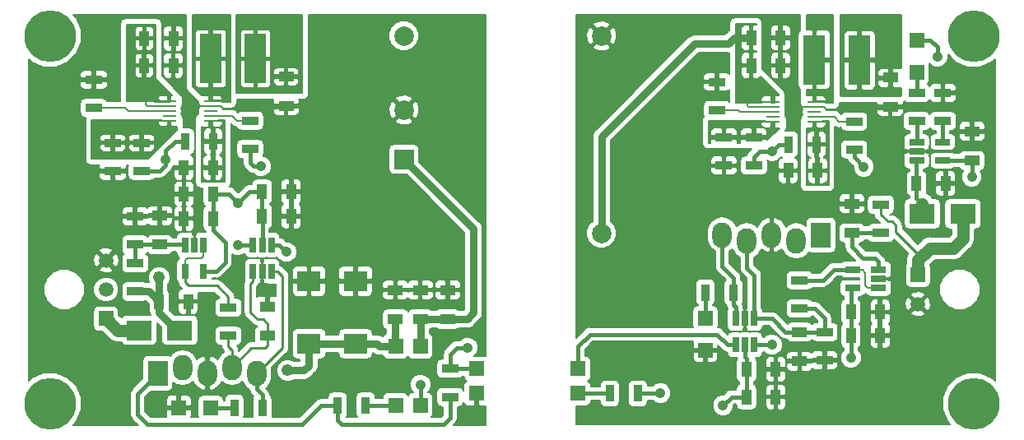
<source format=gtl>
G04 #@! TF.GenerationSoftware,KiCad,Pcbnew,(5.0.0)*
G04 #@! TF.CreationDate,2020-02-24T01:00:23-08:00*
G04 #@! TF.ProjectId,PowerShuffler,506F77657253687566666C65722E6B69,rev?*
G04 #@! TF.SameCoordinates,Original*
G04 #@! TF.FileFunction,Copper,L1,Top,Signal*
G04 #@! TF.FilePolarity,Positive*
%FSLAX46Y46*%
G04 Gerber Fmt 4.6, Leading zero omitted, Abs format (unit mm)*
G04 Created by KiCad (PCBNEW (5.0.0)) date 02/24/20 01:00:23*
%MOMM*%
%LPD*%
G01*
G04 APERTURE LIST*
G04 #@! TA.AperFunction,ComponentPad*
%ADD10R,2.000000X2.600000*%
G04 #@! TD*
G04 #@! TA.AperFunction,ComponentPad*
%ADD11O,2.000000X2.600000*%
G04 #@! TD*
G04 #@! TA.AperFunction,SMDPad,CuDef*
%ADD12R,1.000000X1.600000*%
G04 #@! TD*
G04 #@! TA.AperFunction,SMDPad,CuDef*
%ADD13R,1.400000X0.280000*%
G04 #@! TD*
G04 #@! TA.AperFunction,SMDPad,CuDef*
%ADD14R,1.500000X1.600000*%
G04 #@! TD*
G04 #@! TA.AperFunction,SMDPad,CuDef*
%ADD15R,1.500000X1.500000*%
G04 #@! TD*
G04 #@! TA.AperFunction,SMDPad,CuDef*
%ADD16R,2.387600X2.057400*%
G04 #@! TD*
G04 #@! TA.AperFunction,SMDPad,CuDef*
%ADD17R,1.600000X1.000000*%
G04 #@! TD*
G04 #@! TA.AperFunction,ComponentPad*
%ADD18R,1.500000X1.500000*%
G04 #@! TD*
G04 #@! TA.AperFunction,ComponentPad*
%ADD19C,1.500000*%
G04 #@! TD*
G04 #@! TA.AperFunction,SMDPad,CuDef*
%ADD20R,0.650000X1.560000*%
G04 #@! TD*
G04 #@! TA.AperFunction,SMDPad,CuDef*
%ADD21R,1.560000X0.650000*%
G04 #@! TD*
G04 #@! TA.AperFunction,ComponentPad*
%ADD22C,5.300000*%
G04 #@! TD*
G04 #@! TA.AperFunction,ComponentPad*
%ADD23C,2.000000*%
G04 #@! TD*
G04 #@! TA.AperFunction,ComponentPad*
%ADD24R,2.000000X2.000000*%
G04 #@! TD*
G04 #@! TA.AperFunction,SMDPad,CuDef*
%ADD25R,1.600000X1.500000*%
G04 #@! TD*
G04 #@! TA.AperFunction,SMDPad,CuDef*
%ADD26R,2.300000X5.100000*%
G04 #@! TD*
G04 #@! TA.AperFunction,SMDPad,CuDef*
%ADD27R,2.200000X5.100000*%
G04 #@! TD*
G04 #@! TA.AperFunction,SMDPad,CuDef*
%ADD28R,2.650000X2.030000*%
G04 #@! TD*
G04 #@! TA.AperFunction,SMDPad,CuDef*
%ADD29R,1.700000X0.900000*%
G04 #@! TD*
G04 #@! TA.AperFunction,SMDPad,CuDef*
%ADD30R,0.900000X1.700000*%
G04 #@! TD*
G04 #@! TA.AperFunction,ViaPad*
%ADD31C,1.066800*%
G04 #@! TD*
G04 #@! TA.AperFunction,ViaPad*
%ADD32C,1.219200*%
G04 #@! TD*
G04 #@! TA.AperFunction,Conductor*
%ADD33C,0.381000*%
G04 #@! TD*
G04 #@! TA.AperFunction,Conductor*
%ADD34C,0.203200*%
G04 #@! TD*
G04 #@! TA.AperFunction,Conductor*
%ADD35C,0.762000*%
G04 #@! TD*
G04 #@! TA.AperFunction,Conductor*
%ADD36C,0.254000*%
G04 #@! TD*
G04 #@! TA.AperFunction,Conductor*
%ADD37C,1.270000*%
G04 #@! TD*
G04 APERTURE END LIST*
D10*
G04 #@! TO.P,J2,1*
G04 #@! TO.N,+3V3*
X68237100Y-109385100D03*
D11*
G04 #@! TO.P,J2,2*
G04 #@! TO.N,/PB3_1*
X70777100Y-108785100D03*
G04 #@! TO.P,J2,3*
G04 #@! TO.N,GND*
X73317100Y-109385100D03*
G04 #@! TO.P,J2,4*
G04 #@! TO.N,/PB0_1*
X75857100Y-108785100D03*
G04 #@! TO.P,J2,5*
G04 #@! TO.N,/PB1_1*
X78397100Y-109385100D03*
G04 #@! TD*
D10*
G04 #@! TO.P,J4,1*
G04 #@! TO.N,+3.3VA*
X136436100Y-95140500D03*
D11*
G04 #@! TO.P,J4,2*
G04 #@! TO.N,/PB3_2*
X133896100Y-95740500D03*
G04 #@! TO.P,J4,3*
G04 #@! TO.N,GNDA*
X131356100Y-95140500D03*
G04 #@! TO.P,J4,4*
G04 #@! TO.N,/PB0_2*
X128816100Y-95740500D03*
G04 #@! TO.P,J4,5*
G04 #@! TO.N,/PB1_2*
X126276100Y-95140500D03*
G04 #@! TD*
D12*
G04 #@! TO.P,C28,2*
G04 #@! TO.N,GND*
X69838700Y-74904600D03*
G04 #@! TO.P,C28,1*
G04 #@! TO.N,+36V*
X66838700Y-74904600D03*
G04 #@! TD*
D13*
G04 #@! TO.P,U6,10*
G04 #@! TO.N,Net-(L2-Pad1)*
X135756700Y-81452400D03*
G04 #@! TO.P,U6,9*
G04 #@! TO.N,GNDA*
X135756700Y-81952400D03*
G04 #@! TO.P,U6,8*
G04 #@! TO.N,Net-(U6-Pad8)*
X135756700Y-82452400D03*
G04 #@! TO.P,U6,7*
G04 #@! TO.N,Net-(R21-Pad1)*
X135756700Y-82952400D03*
G04 #@! TO.P,U6,6*
G04 #@! TO.N,Net-(C22-Pad1)*
X135756700Y-83452400D03*
G04 #@! TO.P,U6,5*
G04 #@! TO.N,Net-(R15-Pad2)*
X131476700Y-83452400D03*
G04 #@! TO.P,U6,4*
G04 #@! TO.N,Net-(U6-Pad4)*
X131476700Y-82952400D03*
G04 #@! TO.P,U6,3*
G04 #@! TO.N,Net-(R13-Pad1)*
X131476700Y-82452400D03*
G04 #@! TO.P,U6,2*
G04 #@! TO.N,+5VA*
X131476700Y-81952400D03*
G04 #@! TO.P,U6,1*
X131476700Y-81452400D03*
G04 #@! TD*
G04 #@! TO.P,U2,10*
G04 #@! TO.N,Net-(L1-Pad1)*
X73679100Y-81363500D03*
G04 #@! TO.P,U2,9*
G04 #@! TO.N,GND*
X73679100Y-81863500D03*
G04 #@! TO.P,U2,8*
G04 #@! TO.N,Net-(U2-Pad8)*
X73679100Y-82363500D03*
G04 #@! TO.P,U2,7*
G04 #@! TO.N,Net-(R10-Pad1)*
X73679100Y-82863500D03*
G04 #@! TO.P,U2,6*
G04 #@! TO.N,Net-(C10-Pad1)*
X73679100Y-83363500D03*
G04 #@! TO.P,U2,5*
G04 #@! TO.N,Net-(R2-Pad2)*
X69399100Y-83363500D03*
G04 #@! TO.P,U2,4*
G04 #@! TO.N,Net-(U2-Pad4)*
X69399100Y-82863500D03*
G04 #@! TO.P,U2,3*
G04 #@! TO.N,Net-(R1-Pad1)*
X69399100Y-82363500D03*
G04 #@! TO.P,U2,2*
G04 #@! TO.N,+36V*
X69399100Y-81863500D03*
G04 #@! TO.P,U2,1*
X69399100Y-81363500D03*
G04 #@! TD*
D14*
G04 #@! TO.P,S1,4*
G04 #@! TO.N,+36V*
X92679632Y-106604059D03*
G04 #@! TO.P,S1,3*
G04 #@! TO.N,/36VSWITCH*
X95219632Y-106604059D03*
G04 #@! TO.P,S1,2*
G04 #@! TO.N,/PB3_1*
X95219632Y-112700059D03*
G04 #@! TO.P,S1,1*
G04 #@! TO.N,Net-(R7-Pad1)*
X92679632Y-112700059D03*
G04 #@! TD*
D15*
G04 #@! TO.P,D3,1*
G04 #@! TO.N,Net-(D3-Pad1)*
X146278600Y-78408800D03*
G04 #@! TO.P,D3,2*
G04 #@! TO.N,+5VA*
X146278600Y-75108800D03*
G04 #@! TD*
G04 #@! TO.P,D2,2*
G04 #@! TO.N,Net-(D2-Pad2)*
X124548900Y-103709200D03*
G04 #@! TO.P,D2,1*
G04 #@! TO.N,GNDA*
X124548900Y-107009200D03*
G04 #@! TD*
G04 #@! TO.P,D1,2*
G04 #@! TO.N,Net-(D1-Pad2)*
X73671700Y-112928400D03*
G04 #@! TO.P,D1,1*
G04 #@! TO.N,GND*
X70371700Y-112928400D03*
G04 #@! TD*
D16*
G04 #@! TO.P,C26,2*
G04 #@! TO.N,GND*
X88577532Y-99898459D03*
G04 #@! TO.P,C26,1*
G04 #@! TO.N,+36V*
X88577532Y-106350059D03*
G04 #@! TD*
G04 #@! TO.P,C27,1*
G04 #@! TO.N,+36V*
X83776932Y-106350060D03*
G04 #@! TO.P,C27,2*
G04 #@! TO.N,GND*
X83776932Y-99898460D03*
G04 #@! TD*
D17*
G04 #@! TO.P,C25,2*
G04 #@! TO.N,GND*
X81419700Y-81852900D03*
G04 #@! TO.P,C25,1*
G04 #@! TO.N,+3V3*
X81419700Y-78852900D03*
G04 #@! TD*
D18*
G04 #@! TO.P,J3,1*
G04 #@! TO.N,/VBATT*
X146405600Y-99259000D03*
D19*
G04 #@! TO.P,J3,2*
G04 #@! TO.N,GNDA*
X146405600Y-102259000D03*
G04 #@! TD*
D18*
G04 #@! TO.P,J1,1*
G04 #@! TO.N,Net-(F1-Pad2)*
X62903100Y-103759000D03*
D19*
G04 #@! TO.P,J1,2*
G04 #@! TO.N,Net-(J1-Pad2)*
X62903100Y-100759000D03*
G04 #@! TO.P,J1,3*
G04 #@! TO.N,GND*
X62903100Y-97759000D03*
G04 #@! TD*
D20*
G04 #@! TO.P,U1,1*
G04 #@! TO.N,Net-(R6-Pad2)*
X72946300Y-96160600D03*
G04 #@! TO.P,U1,2*
G04 #@! TO.N,GND*
X71996300Y-96160600D03*
G04 #@! TO.P,U1,3*
G04 #@! TO.N,/VSUBSHEET*
X71046300Y-96160600D03*
G04 #@! TO.P,U1,4*
G04 #@! TO.N,Net-(R6-Pad2)*
X71046300Y-98860600D03*
G04 #@! TO.P,U1,5*
G04 #@! TO.N,+3V3*
X72946300Y-98860600D03*
G04 #@! TD*
D21*
G04 #@! TO.P,U8,5*
G04 #@! TO.N,+5VA*
X139670800Y-100594200D03*
G04 #@! TO.P,U8,4*
G04 #@! TO.N,Net-(R22-Pad1)*
X139670800Y-98694200D03*
G04 #@! TO.P,U8,3*
G04 #@! TO.N,Net-(C21-Pad1)*
X142370800Y-98694200D03*
G04 #@! TO.P,U8,2*
G04 #@! TO.N,GNDA*
X142370800Y-99644200D03*
G04 #@! TO.P,U8,1*
G04 #@! TO.N,Net-(R22-Pad1)*
X142370800Y-100594200D03*
G04 #@! TD*
D22*
G04 #@! TO.P,MNT1,*
G04 #@! TO.N,*
X57150000Y-74676000D03*
G04 #@! TD*
G04 #@! TO.P,MNT2,*
G04 #@! TO.N,*
X152146000Y-74676000D03*
G04 #@! TD*
G04 #@! TO.P,MNT3,*
G04 #@! TO.N,*
X57150000Y-112522000D03*
G04 #@! TD*
G04 #@! TO.P,MNT4,*
G04 #@! TO.N,*
X152146000Y-112522000D03*
G04 #@! TD*
D23*
G04 #@! TO.P,U4,4*
G04 #@! TO.N,GNDA*
X113868200Y-74663300D03*
G04 #@! TO.P,U4,3*
G04 #@! TO.N,+5VA*
X113868200Y-94983300D03*
G04 #@! TO.P,U4,5*
G04 #@! TO.N,Net-(U4-Pad5)*
X93548200Y-74663300D03*
G04 #@! TO.P,U4,2*
G04 #@! TO.N,GND*
X93548200Y-82283300D03*
D24*
G04 #@! TO.P,U4,1*
G04 #@! TO.N,/36VSWITCH*
X93548200Y-87363300D03*
G04 #@! TD*
D25*
G04 #@! TO.P,S2,4*
G04 #@! TO.N,GND*
X101035500Y-111455200D03*
G04 #@! TO.P,S2,3*
G04 #@! TO.N,/PB2_1*
X101035500Y-108915200D03*
G04 #@! TO.P,S2,2*
G04 #@! TO.N,/PB2_2*
X111435500Y-108915200D03*
G04 #@! TO.P,S2,1*
G04 #@! TO.N,Net-(R14-Pad2)*
X111435500Y-111455200D03*
G04 #@! TD*
D26*
G04 #@! TO.P,L1,1*
G04 #@! TO.N,Net-(L1-Pad1)*
X73675900Y-77000100D03*
D27*
G04 #@! TO.P,L1,2*
G04 #@! TO.N,+3V3*
X78275900Y-77000100D03*
G04 #@! TD*
D26*
G04 #@! TO.P,L2,1*
G04 #@! TO.N,Net-(L2-Pad1)*
X135753500Y-77114400D03*
D27*
G04 #@! TO.P,L2,2*
G04 #@! TO.N,+3.3VA*
X140353500Y-77114400D03*
G04 #@! TD*
D12*
G04 #@! TO.P,C11,1*
G04 #@! TO.N,+3V3*
X73902700Y-90919300D03*
G04 #@! TO.P,C11,2*
G04 #@! TO.N,GND*
X70902700Y-90919300D03*
G04 #@! TD*
D17*
G04 #@! TO.P,C24,1*
G04 #@! TO.N,/PB0_2*
X134239000Y-105129200D03*
G04 #@! TO.P,C24,2*
G04 #@! TO.N,GNDA*
X134239000Y-108129200D03*
G04 #@! TD*
D12*
G04 #@! TO.P,C23,1*
G04 #@! TO.N,/VBATTFUSE*
X146264500Y-89852500D03*
G04 #@! TO.P,C23,2*
G04 #@! TO.N,GNDA*
X149264500Y-89852500D03*
G04 #@! TD*
G04 #@! TO.P,C22,1*
G04 #@! TO.N,Net-(C22-Pad1)*
X136069200Y-88519000D03*
G04 #@! TO.P,C22,2*
G04 #@! TO.N,GNDA*
X133069200Y-88519000D03*
G04 #@! TD*
D17*
G04 #@! TO.P,C21,1*
G04 #@! TO.N,Net-(C21-Pad1)*
X139623800Y-94933900D03*
G04 #@! TO.P,C21,2*
G04 #@! TO.N,GNDA*
X139623800Y-91933900D03*
G04 #@! TD*
D12*
G04 #@! TO.P,C18,1*
G04 #@! TO.N,+3.3VA*
X128789300Y-108975650D03*
G04 #@! TO.P,C18,2*
G04 #@! TO.N,GNDA*
X131789300Y-108975650D03*
G04 #@! TD*
D17*
G04 #@! TO.P,C20,1*
G04 #@! TO.N,+3.3VA*
X143560800Y-78941800D03*
G04 #@! TO.P,C20,2*
G04 #@! TO.N,GNDA*
X143560800Y-81941800D03*
G04 #@! TD*
D12*
G04 #@! TO.P,C19,1*
G04 #@! TO.N,+3.3VA*
X128776600Y-111810800D03*
G04 #@! TO.P,C19,2*
G04 #@! TO.N,GNDA*
X131776600Y-111810800D03*
G04 #@! TD*
D17*
G04 #@! TO.P,C17,1*
G04 #@! TO.N,+5VA*
X151968200Y-87479000D03*
G04 #@! TO.P,C17,2*
G04 #@! TO.N,GNDA*
X151968200Y-84479000D03*
G04 #@! TD*
D12*
G04 #@! TO.P,C16,1*
G04 #@! TO.N,+5VA*
X139516681Y-103073200D03*
G04 #@! TO.P,C16,2*
G04 #@! TO.N,GNDA*
X142516681Y-103073200D03*
G04 #@! TD*
G04 #@! TO.P,C14,1*
G04 #@! TO.N,+5VA*
X129259200Y-74853800D03*
G04 #@! TO.P,C14,2*
G04 #@! TO.N,GNDA*
X132259200Y-74853800D03*
G04 #@! TD*
G04 #@! TO.P,C13,1*
G04 #@! TO.N,+5VA*
X129259200Y-77685900D03*
G04 #@! TO.P,C13,2*
G04 #@! TO.N,GNDA*
X132259200Y-77685900D03*
G04 #@! TD*
G04 #@! TO.P,C10,1*
G04 #@! TO.N,Net-(C10-Pad1)*
X73902700Y-88201500D03*
G04 #@! TO.P,C10,2*
G04 #@! TO.N,GND*
X70902700Y-88201500D03*
G04 #@! TD*
G04 #@! TO.P,C9,1*
G04 #@! TO.N,+3V3*
X78956950Y-93216393D03*
G04 #@! TO.P,C9,2*
G04 #@! TO.N,GND*
X81956950Y-93216393D03*
G04 #@! TD*
G04 #@! TO.P,C8,1*
G04 #@! TO.N,+3V3*
X78956950Y-90701793D03*
G04 #@! TO.P,C8,2*
G04 #@! TO.N,GND*
X81956950Y-90701793D03*
G04 #@! TD*
D17*
G04 #@! TO.P,C7,1*
G04 #@! TO.N,/PB0_1*
X79514700Y-105525700D03*
G04 #@! TO.P,C7,2*
G04 #@! TO.N,GND*
X79514700Y-102525700D03*
G04 #@! TD*
G04 #@! TO.P,C6,1*
G04 #@! TO.N,/36VSWITCH*
X98044000Y-103811200D03*
G04 #@! TO.P,C6,2*
G04 #@! TO.N,GND*
X98044000Y-100811200D03*
G04 #@! TD*
G04 #@! TO.P,C5,1*
G04 #@! TO.N,/36VSWITCH*
X95224600Y-103811200D03*
G04 #@! TO.P,C5,2*
G04 #@! TO.N,GND*
X95224600Y-100811200D03*
G04 #@! TD*
D12*
G04 #@! TO.P,C4,1*
G04 #@! TO.N,+36V*
X68362700Y-101993700D03*
G04 #@! TO.P,C4,2*
G04 #@! TO.N,GND*
X71362700Y-101993700D03*
G04 #@! TD*
G04 #@! TO.P,C1,1*
G04 #@! TO.N,+36V*
X66826000Y-77698600D03*
G04 #@! TO.P,C1,2*
G04 #@! TO.N,GND*
X69826000Y-77698600D03*
G04 #@! TD*
D17*
G04 #@! TO.P,C3,1*
G04 #@! TO.N,/VSUBSHEET*
X68440300Y-96140400D03*
G04 #@! TO.P,C3,2*
G04 #@! TO.N,GND*
X68440300Y-93140400D03*
G04 #@! TD*
D12*
G04 #@! TO.P,C15,1*
G04 #@! TO.N,+5VA*
X139520800Y-105485581D03*
G04 #@! TO.P,C15,2*
G04 #@! TO.N,GNDA*
X142520800Y-105485581D03*
G04 #@! TD*
D17*
G04 #@! TO.P,C2,1*
G04 #@! TO.N,+36V*
X92666932Y-103811459D03*
G04 #@! TO.P,C2,2*
G04 #@! TO.N,GND*
X92666932Y-100811459D03*
G04 #@! TD*
D12*
G04 #@! TO.P,C12,1*
G04 #@! TO.N,+3V3*
X73902700Y-93433900D03*
G04 #@! TO.P,C12,2*
G04 #@! TO.N,GND*
X70902700Y-93433900D03*
G04 #@! TD*
D28*
G04 #@! TO.P,F1,1*
G04 #@! TO.N,+36V*
X70479500Y-104952800D03*
G04 #@! TO.P,F1,2*
G04 #@! TO.N,Net-(F1-Pad2)*
X66299500Y-104952800D03*
G04 #@! TD*
G04 #@! TO.P,F2,1*
G04 #@! TO.N,/VBATT*
X151035600Y-92964000D03*
G04 #@! TO.P,F2,2*
G04 #@! TO.N,/VBATTFUSE*
X146855600Y-92964000D03*
G04 #@! TD*
D29*
G04 #@! TO.P,R3,1*
G04 #@! TO.N,+36V*
X65902500Y-100967200D03*
G04 #@! TO.P,R3,2*
G04 #@! TO.N,/VSUBSHEET*
X65902500Y-98067200D03*
G04 #@! TD*
D30*
G04 #@! TO.P,R20,1*
G04 #@! TO.N,+3.3VA*
X133106500Y-85826600D03*
G04 #@! TO.P,R20,2*
G04 #@! TO.N,Net-(C22-Pad1)*
X136006500Y-85826600D03*
G04 #@! TD*
D29*
G04 #@! TO.P,R21,1*
G04 #@! TO.N,Net-(R21-Pad1)*
X139852400Y-83449500D03*
G04 #@! TO.P,R21,2*
G04 #@! TO.N,+5VA*
X139852400Y-86349500D03*
G04 #@! TD*
G04 #@! TO.P,R22,1*
G04 #@! TO.N,Net-(R22-Pad1)*
X134239000Y-99819800D03*
G04 #@! TO.P,R22,2*
G04 #@! TO.N,/PB0_2*
X134239000Y-102719800D03*
G04 #@! TD*
G04 #@! TO.P,R13,1*
G04 #@! TO.N,Net-(R13-Pad1)*
X125742700Y-82285500D03*
G04 #@! TO.P,R13,2*
G04 #@! TO.N,GNDA*
X125742700Y-79385500D03*
G04 #@! TD*
G04 #@! TO.P,R23,1*
G04 #@! TO.N,/PB0_2*
X136804400Y-105128400D03*
G04 #@! TO.P,R23,2*
G04 #@! TO.N,GNDA*
X136804400Y-108028400D03*
G04 #@! TD*
G04 #@! TO.P,R19,1*
G04 #@! TO.N,Net-(C21-Pad1)*
X142595600Y-94934700D03*
G04 #@! TO.P,R19,2*
G04 #@! TO.N,/VBATT*
X142595600Y-92034700D03*
G04 #@! TD*
G04 #@! TO.P,R18,1*
G04 #@! TO.N,Net-(R18-Pad1)*
X146278600Y-83428500D03*
G04 #@! TO.P,R18,2*
G04 #@! TO.N,Net-(D3-Pad1)*
X146278600Y-80528500D03*
G04 #@! TD*
D30*
G04 #@! TO.P,R17,1*
G04 #@! TO.N,/PB1_2*
X127446700Y-101053900D03*
G04 #@! TO.P,R17,2*
G04 #@! TO.N,Net-(D2-Pad2)*
X124546700Y-101053900D03*
G04 #@! TD*
D29*
G04 #@! TO.P,R16,1*
G04 #@! TO.N,+3.3VA*
X129527300Y-88000500D03*
G04 #@! TO.P,R16,2*
G04 #@! TO.N,Net-(R15-Pad2)*
X129527300Y-85100500D03*
G04 #@! TD*
G04 #@! TO.P,R15,1*
G04 #@! TO.N,GNDA*
X126441200Y-88000500D03*
G04 #@! TO.P,R15,2*
G04 #@! TO.N,Net-(R15-Pad2)*
X126441200Y-85100500D03*
G04 #@! TD*
D30*
G04 #@! TO.P,R14,1*
G04 #@! TO.N,+3.3VA*
X117604200Y-111455200D03*
G04 #@! TO.P,R14,2*
G04 #@! TO.N,Net-(R14-Pad2)*
X114704200Y-111455200D03*
G04 #@! TD*
D29*
G04 #@! TO.P,R4,1*
G04 #@! TO.N,/VSUBSHEET*
X65900300Y-96141200D03*
G04 #@! TO.P,R4,2*
G04 #@! TO.N,GND*
X65900300Y-93241200D03*
G04 #@! TD*
G04 #@! TO.P,R5,1*
G04 #@! TO.N,+3V3*
X66573400Y-88559300D03*
G04 #@! TO.P,R5,2*
G04 #@! TO.N,Net-(R2-Pad2)*
X66573400Y-85659300D03*
G04 #@! TD*
G04 #@! TO.P,R6,1*
G04 #@! TO.N,/PB0_1*
X75476100Y-105526500D03*
G04 #@! TO.P,R6,2*
G04 #@! TO.N,Net-(R6-Pad2)*
X75476100Y-102626500D03*
G04 #@! TD*
D30*
G04 #@! TO.P,R7,1*
G04 #@! TO.N,Net-(R7-Pad1)*
X89608432Y-112700059D03*
G04 #@! TO.P,R7,2*
G04 #@! TO.N,+3V3*
X86708432Y-112700059D03*
G04 #@! TD*
D29*
G04 #@! TO.P,R12,1*
G04 #@! TO.N,GNDA*
X148971000Y-80515800D03*
G04 #@! TO.P,R12,2*
G04 #@! TO.N,Net-(R12-Pad2)*
X148971000Y-83415800D03*
G04 #@! TD*
D30*
G04 #@! TO.P,R9,1*
G04 #@! TO.N,+3V3*
X71003500Y-85509100D03*
G04 #@! TO.P,R9,2*
G04 #@! TO.N,Net-(C10-Pad1)*
X73903500Y-85509100D03*
G04 #@! TD*
D29*
G04 #@! TO.P,R10,1*
G04 #@! TO.N,Net-(R10-Pad1)*
X77736700Y-83386000D03*
G04 #@! TO.P,R10,2*
G04 #@! TO.N,+36V*
X77736700Y-86286000D03*
G04 #@! TD*
G04 #@! TO.P,R11,1*
G04 #@! TO.N,+3V3*
X98298000Y-111813000D03*
G04 #@! TO.P,R11,2*
G04 #@! TO.N,/PB2_1*
X98298000Y-108913000D03*
G04 #@! TD*
G04 #@! TO.P,R1,1*
G04 #@! TO.N,Net-(R1-Pad1)*
X61633100Y-82056900D03*
G04 #@! TO.P,R1,2*
G04 #@! TO.N,GND*
X61633100Y-79156900D03*
G04 #@! TD*
G04 #@! TO.P,R2,1*
G04 #@! TO.N,GND*
X63601600Y-88559300D03*
G04 #@! TO.P,R2,2*
G04 #@! TO.N,Net-(R2-Pad2)*
X63601600Y-85659300D03*
G04 #@! TD*
D30*
G04 #@! TO.P,R8,2*
G04 #@! TO.N,Net-(D1-Pad2)*
X76096200Y-112928400D03*
G04 #@! TO.P,R8,1*
G04 #@! TO.N,/PB1_1*
X78996200Y-112928400D03*
G04 #@! TD*
D21*
G04 #@! TO.P,U5,1*
G04 #@! TO.N,Net-(R18-Pad1)*
X146274800Y-85575100D03*
G04 #@! TO.P,U5,2*
G04 #@! TO.N,GNDA*
X146274800Y-86525100D03*
G04 #@! TO.P,U5,3*
G04 #@! TO.N,/VBATTFUSE*
X146274800Y-87475100D03*
G04 #@! TO.P,U5,4*
G04 #@! TO.N,+5VA*
X148974800Y-87475100D03*
G04 #@! TO.P,U5,5*
G04 #@! TO.N,Net-(R12-Pad2)*
X148974800Y-85575100D03*
G04 #@! TD*
D20*
G04 #@! TO.P,U3,1*
G04 #@! TO.N,/PB0_1*
X78008350Y-98858993D03*
G04 #@! TO.P,U3,2*
G04 #@! TO.N,GND*
X78958350Y-98858993D03*
G04 #@! TO.P,U3,3*
G04 #@! TO.N,/PB1_1*
X79908350Y-98858993D03*
G04 #@! TO.P,U3,4*
G04 #@! TO.N,/PB2_1*
X79908350Y-96158993D03*
G04 #@! TO.P,U3,6*
G04 #@! TO.N,/PB3_1*
X78008350Y-96158993D03*
G04 #@! TO.P,U3,5*
G04 #@! TO.N,+3V3*
X78958350Y-96158993D03*
G04 #@! TD*
G04 #@! TO.P,U7,1*
G04 #@! TO.N,/PB0_2*
X129572543Y-103752150D03*
G04 #@! TO.P,U7,2*
G04 #@! TO.N,GNDA*
X128622543Y-103752150D03*
G04 #@! TO.P,U7,3*
G04 #@! TO.N,/PB1_2*
X127672543Y-103752150D03*
G04 #@! TO.P,U7,4*
G04 #@! TO.N,/PB2_2*
X127672543Y-106452150D03*
G04 #@! TO.P,U7,6*
G04 #@! TO.N,/PB3_2*
X129572543Y-106452150D03*
G04 #@! TO.P,U7,5*
G04 #@! TO.N,+3.3VA*
X128622543Y-106452150D03*
G04 #@! TD*
D31*
G04 #@! TO.N,+3V3*
X69011800Y-87350600D03*
X81280000Y-77038200D03*
X76479400Y-91846400D03*
X81280000Y-74447400D03*
G04 #@! TO.N,GND*
X71577200Y-81635600D03*
X71475600Y-83134200D03*
X69189600Y-89839800D03*
X100965000Y-113842800D03*
X88468200Y-95300800D03*
X95554800Y-95300800D03*
X100584000Y-73609200D03*
X56286400Y-79070200D03*
X61569600Y-73583800D03*
X56464200Y-106629200D03*
X60426600Y-109245400D03*
X85140800Y-74244200D03*
X73380600Y-103860600D03*
X79375000Y-100838000D03*
X83743800Y-110947200D03*
G04 #@! TO.N,+5VA*
X139509500Y-107784900D03*
X148412200Y-76784200D03*
X151942800Y-89154000D03*
D32*
X129794000Y-80010000D03*
D31*
X140843000Y-88112600D03*
G04 #@! TO.N,GNDA*
X113157000Y-113639600D03*
X114096800Y-108686600D03*
X117678200Y-98704400D03*
X117475000Y-85902800D03*
X152755600Y-79044800D03*
X135432800Y-113182400D03*
X147142200Y-113080800D03*
X151892000Y-107569000D03*
X125704600Y-73304400D03*
X133629400Y-81711800D03*
X133629400Y-83159600D03*
X144043400Y-96901000D03*
G04 #@! TO.N,+3.3VA*
X126365000Y-112687100D03*
X131394200Y-86499700D03*
X119913400Y-111429800D03*
X143586200Y-77165200D03*
X142824200Y-74498200D03*
G04 #@! TO.N,/PB3_2*
X131381500Y-106452150D03*
G04 #@! TO.N,/PB2_1*
X81457800Y-96901000D03*
X100076000Y-106743500D03*
G04 #@! TO.N,/PB3_1*
X76454000Y-96164400D03*
X95224600Y-110540800D03*
G04 #@! TO.N,+36V*
X66586100Y-80048100D03*
D32*
X68364100Y-99517200D03*
D31*
X78816200Y-88087200D03*
D32*
X81572100Y-109093000D03*
G04 #@! TD*
D33*
G04 #@! TO.N,+3V3*
X78956950Y-93216393D02*
X78956950Y-90701793D01*
X78958350Y-93217793D02*
X78956950Y-93216393D01*
X78958350Y-96158993D02*
X78958350Y-93217793D01*
X77624007Y-90701793D02*
X76479400Y-91846400D01*
X78956950Y-90701793D02*
X77624007Y-90701793D01*
X98298000Y-111813000D02*
X98298000Y-113995200D01*
X98298000Y-113995200D02*
X97650300Y-114642900D01*
X97650300Y-114642900D02*
X87096600Y-114642900D01*
X86708432Y-114254732D02*
X86708432Y-112700059D01*
X87096600Y-114642900D02*
X86708432Y-114254732D01*
X75552300Y-90919300D02*
X76479400Y-91846400D01*
X73902700Y-90919300D02*
X75552300Y-90919300D01*
X85051641Y-112700059D02*
X86708432Y-112700059D01*
X68237100Y-109410500D02*
X66141600Y-111506000D01*
X68237100Y-109385100D02*
X68237100Y-109410500D01*
X66141600Y-111506000D02*
X66141600Y-113614200D01*
X66141600Y-113614200D02*
X67183000Y-114655600D01*
X67183000Y-114655600D02*
X83096100Y-114655600D01*
X83096100Y-114655600D02*
X85051641Y-112700059D01*
X69011800Y-87350600D02*
X69011800Y-86487000D01*
X69989700Y-85509100D02*
X71003500Y-85509100D01*
X69011800Y-86487000D02*
X69989700Y-85509100D01*
X69011800Y-87985600D02*
X69011800Y-87350600D01*
X68438100Y-88559300D02*
X69011800Y-87985600D01*
X66573400Y-88559300D02*
X68438100Y-88559300D01*
X74240400Y-98860600D02*
X72946300Y-98860600D01*
X75158600Y-97942400D02*
X74240400Y-98860600D01*
X75158600Y-95935800D02*
X75158600Y-97942400D01*
X73902700Y-90919300D02*
X73902700Y-94679900D01*
X73902700Y-94679900D02*
X75158600Y-95935800D01*
D34*
G04 #@! TO.N,GND*
X73679100Y-81863500D02*
X72503600Y-81863500D01*
X81129000Y-82143600D02*
X81419700Y-81852900D01*
X74930000Y-82143600D02*
X81129000Y-82143600D01*
X74650600Y-81864200D02*
X74930000Y-82143600D01*
X73679100Y-81863500D02*
X73679800Y-81864200D01*
X73679800Y-81864200D02*
X74650600Y-81864200D01*
X71577200Y-81635600D02*
X72275700Y-81635600D01*
X72275700Y-81635600D02*
X72503600Y-81863500D01*
D33*
G04 #@! TO.N,Net-(D2-Pad2)*
X124546700Y-103707000D02*
X124548900Y-103709200D01*
X124546700Y-101053900D02*
X124546700Y-103707000D01*
G04 #@! TO.N,Net-(D1-Pad2)*
X73671700Y-112928400D02*
X76096200Y-112928400D01*
D34*
G04 #@! TO.N,+5VA*
X131476700Y-81952400D02*
X128967800Y-81952400D01*
X128967800Y-81952400D02*
X128828800Y-81813400D01*
X128828800Y-81813400D02*
X128828800Y-81432400D01*
D33*
X151964300Y-87475100D02*
X151968200Y-87479000D01*
X148974800Y-87475100D02*
X151964300Y-87475100D01*
X139520800Y-100744200D02*
X139670800Y-100594200D01*
X139520800Y-105485581D02*
X139520800Y-100744200D01*
X139509500Y-105496881D02*
X139520800Y-105485581D01*
X139509500Y-107784900D02*
X139509500Y-105496881D01*
X146278600Y-75108800D02*
X147702000Y-75108800D01*
X148412200Y-75819000D02*
X148412200Y-76784200D01*
X147702000Y-75108800D02*
X148412200Y-75819000D01*
X151942800Y-87504400D02*
X151968200Y-87479000D01*
X151942800Y-89154000D02*
X151942800Y-87504400D01*
X139852400Y-87122000D02*
X140843000Y-88112600D01*
X139852400Y-86349500D02*
X139852400Y-87122000D01*
D34*
X131476700Y-81452400D02*
X129712400Y-81452400D01*
D35*
X113868200Y-85039200D02*
X113868200Y-94983300D01*
X123444000Y-75463400D02*
X113868200Y-85039200D01*
X126923800Y-75463400D02*
X123444000Y-75463400D01*
X127533400Y-74853800D02*
X126923800Y-75463400D01*
X129259200Y-74853800D02*
X127533400Y-74853800D01*
D34*
G04 #@! TO.N,Net-(R22-Pad1)*
X142370800Y-100594200D02*
X141246900Y-100594200D01*
X141246900Y-100594200D02*
X141008100Y-100355400D01*
X141008100Y-100355400D02*
X141008100Y-99021900D01*
X140680400Y-98694200D02*
X139670800Y-98694200D01*
X141008100Y-99021900D02*
X140680400Y-98694200D01*
D33*
X137767100Y-98694200D02*
X139670800Y-98694200D01*
X134239000Y-99819800D02*
X136641500Y-99819800D01*
X136641500Y-99819800D02*
X137767100Y-98694200D01*
G04 #@! TO.N,Net-(C21-Pad1)*
X139624600Y-94934700D02*
X139623800Y-94933900D01*
X142595600Y-94934700D02*
X139624600Y-94934700D01*
X142370800Y-97920800D02*
X142370800Y-98694200D01*
X141960600Y-97510600D02*
X142370800Y-97920800D01*
X140741400Y-97510600D02*
X141960600Y-97510600D01*
X139623800Y-94933900D02*
X139623800Y-96393000D01*
X139623800Y-96393000D02*
X140741400Y-97510600D01*
D34*
G04 #@! TO.N,GNDA*
X143410500Y-81952400D02*
X143421100Y-81941800D01*
X143282800Y-82219800D02*
X143560800Y-81941800D01*
X137007600Y-82219800D02*
X143282800Y-82219800D01*
X135756700Y-81952400D02*
X136740200Y-81952400D01*
X136740200Y-81952400D02*
X137007600Y-82219800D01*
X134403400Y-81952400D02*
X135756700Y-81952400D01*
X133629400Y-81711800D02*
X134162800Y-81711800D01*
X134162800Y-81711800D02*
X134403400Y-81952400D01*
G04 #@! TO.N,Net-(R6-Pad2)*
X71046300Y-97724000D02*
X71046300Y-98860600D01*
X71259700Y-97510600D02*
X71046300Y-97724000D01*
X72707500Y-97510600D02*
X71259700Y-97510600D01*
X72946300Y-96160600D02*
X72946300Y-97271800D01*
X72946300Y-97271800D02*
X72707500Y-97510600D01*
D36*
X75476100Y-101536500D02*
X75476100Y-102626500D01*
X74307700Y-100368100D02*
X75476100Y-101536500D01*
X71386700Y-100368100D02*
X74307700Y-100368100D01*
X71046300Y-98860600D02*
X71046300Y-100027700D01*
X71046300Y-100027700D02*
X71386700Y-100368100D01*
D33*
G04 #@! TO.N,/VSUBSHEET*
X71026900Y-96141200D02*
X71046300Y-96160600D01*
X65900300Y-96141200D02*
X71026900Y-96141200D01*
X65900300Y-98065000D02*
X65902500Y-98067200D01*
X65900300Y-96141200D02*
X65900300Y-98065000D01*
G04 #@! TO.N,+3.3VA*
X128622543Y-106452150D02*
X128622543Y-107667543D01*
X128622543Y-107667543D02*
X128786243Y-107831243D01*
X117629600Y-111429800D02*
X117604200Y-111455200D01*
X119913400Y-111429800D02*
X117629600Y-111429800D01*
X132067300Y-85826600D02*
X131394200Y-86499700D01*
X133106500Y-85826600D02*
X132067300Y-85826600D01*
X130162300Y-86499700D02*
X131394200Y-86499700D01*
X129527300Y-88000500D02*
X129527300Y-87134700D01*
X129527300Y-87134700D02*
X130162300Y-86499700D01*
X127241300Y-111810800D02*
X126365000Y-112687100D01*
X128776600Y-111810800D02*
X127241300Y-111810800D01*
X128786243Y-111801157D02*
X128776600Y-111810800D01*
X128786243Y-107831243D02*
X128786243Y-111801157D01*
G04 #@! TO.N,/PB3_2*
X129572543Y-106452150D02*
X131381500Y-106452150D01*
G04 #@! TO.N,/PB2_2*
X127672543Y-106452150D02*
X126848350Y-106452150D01*
X126848350Y-106452150D02*
X125768100Y-105371900D01*
X125768100Y-105371900D02*
X112661700Y-105371900D01*
X111435500Y-106598100D02*
X111435500Y-108915200D01*
X112661700Y-105371900D02*
X111435500Y-106598100D01*
G04 #@! TO.N,/PB1_2*
X127672543Y-103752150D02*
X127672543Y-102551943D01*
X127446700Y-102326100D02*
X127446700Y-101053900D01*
X127672543Y-102551943D02*
X127446700Y-102326100D01*
X127446700Y-101053900D02*
X127446700Y-99532100D01*
X126276100Y-98361500D02*
X126276100Y-95140500D01*
X127446700Y-99532100D02*
X126276100Y-98361500D01*
G04 #@! TO.N,/PB0_2*
X131387350Y-103752150D02*
X129572543Y-103752150D01*
X134239000Y-105129200D02*
X132764400Y-105129200D01*
X132764400Y-105129200D02*
X131387350Y-103752150D01*
X135828700Y-102719800D02*
X134239000Y-102719800D01*
X136804400Y-105128400D02*
X136804400Y-103695500D01*
X136804400Y-103695500D02*
X135828700Y-102719800D01*
X134239800Y-105128400D02*
X134239000Y-105129200D01*
X136804400Y-105128400D02*
X134239800Y-105128400D01*
X129572543Y-103752150D02*
X129572543Y-99283043D01*
X128816100Y-98526600D02*
X128816100Y-95740500D01*
X129572543Y-99283043D02*
X128816100Y-98526600D01*
D36*
G04 #@! TO.N,/PB0_1*
X75476900Y-105525700D02*
X75476100Y-105526500D01*
X75476100Y-106616500D02*
X75476100Y-105526500D01*
X75857100Y-108785100D02*
X75857100Y-106997500D01*
X75857100Y-106997500D02*
X75476100Y-106616500D01*
X75857100Y-108785100D02*
X75857100Y-108775500D01*
X75857100Y-108775500D02*
X77838300Y-106794300D01*
X77838300Y-106794300D02*
X79273400Y-106794300D01*
X79514700Y-106553000D02*
X79514700Y-105525700D01*
X79273400Y-106794300D02*
X79514700Y-106553000D01*
X79514700Y-104305100D02*
X79514700Y-105525700D01*
X78008350Y-99918650D02*
X77749400Y-100177600D01*
X78008350Y-98858993D02*
X78008350Y-99918650D01*
X77749400Y-100177600D02*
X77749400Y-103098600D01*
X77749400Y-103098600D02*
X78486000Y-103835200D01*
X78486000Y-103835200D02*
X79044800Y-103835200D01*
X79044800Y-103835200D02*
X79514700Y-104305100D01*
D33*
G04 #@! TO.N,/PB1_1*
X78397100Y-111036100D02*
X78397100Y-109385100D01*
X78996200Y-112928400D02*
X78996200Y-111635200D01*
X78996200Y-111635200D02*
X78397100Y-111036100D01*
D36*
X81026000Y-106756200D02*
X78397100Y-109385100D01*
X81026000Y-99364800D02*
X81026000Y-106756200D01*
X79908350Y-98858993D02*
X80520193Y-98858993D01*
X80520193Y-98858993D02*
X81026000Y-99364800D01*
D33*
G04 #@! TO.N,/PB2_1*
X101033300Y-108913000D02*
X101035500Y-108915200D01*
X98298000Y-108913000D02*
X101033300Y-108913000D01*
X98298000Y-108913000D02*
X98298000Y-107442000D01*
X98996500Y-106743500D02*
X100076000Y-106743500D01*
X98298000Y-107442000D02*
X98996500Y-106743500D01*
X80715793Y-96158993D02*
X81457800Y-96901000D01*
X79908350Y-96158993D02*
X80715793Y-96158993D01*
G04 #@! TO.N,/PB3_1*
X76459407Y-96158993D02*
X76454000Y-96164400D01*
X78008350Y-96158993D02*
X76459407Y-96158993D01*
X95224600Y-112695091D02*
X95219632Y-112700059D01*
X95224600Y-110540800D02*
X95224600Y-112695091D01*
G04 #@! TO.N,Net-(R12-Pad2)*
X148974800Y-83419600D02*
X148971000Y-83415800D01*
X148974800Y-85575100D02*
X148974800Y-83419600D01*
D37*
G04 #@! TO.N,/VBATTFUSE*
X146855600Y-92964000D02*
X146855600Y-91948000D01*
D33*
X146264500Y-87485400D02*
X146274800Y-87475100D01*
X146264500Y-89852500D02*
X146264500Y-87485400D01*
X146264500Y-91356900D02*
X146855600Y-91948000D01*
X146264500Y-89852500D02*
X146264500Y-91356900D01*
G04 #@! TO.N,Net-(R18-Pad1)*
X146278600Y-85571300D02*
X146274800Y-85575100D01*
X146278600Y-83428500D02*
X146278600Y-85571300D01*
D34*
G04 #@! TO.N,Net-(R1-Pad1)*
X64861100Y-82056900D02*
X61633100Y-82056900D01*
X69399100Y-82363500D02*
X65167700Y-82363500D01*
X65167700Y-82363500D02*
X64861100Y-82056900D01*
G04 #@! TO.N,+36V*
X66979800Y-81710400D02*
X66979800Y-81241900D01*
X69399100Y-81863500D02*
X67132900Y-81863500D01*
X67132900Y-81863500D02*
X66979800Y-81710400D01*
D35*
X67336200Y-100967200D02*
X68362700Y-101993700D01*
X65902500Y-100967200D02*
X67336200Y-100967200D01*
X68362700Y-99518600D02*
X68364100Y-99517200D01*
X68362700Y-101993700D02*
X68362700Y-99518600D01*
D33*
X77736700Y-87757000D02*
X77736700Y-86286000D01*
X78816200Y-88087200D02*
X78066900Y-88087200D01*
X78066900Y-88087200D02*
X77736700Y-87757000D01*
D35*
X81572100Y-109093000D02*
X83273900Y-109093000D01*
X83776932Y-108589968D02*
X83776932Y-106350060D01*
X83273900Y-109093000D02*
X83776932Y-108589968D01*
X92679632Y-106604059D02*
X91046559Y-106604059D01*
X90792560Y-106350060D02*
X83776932Y-106350060D01*
X91046559Y-106604059D02*
X90792560Y-106350060D01*
X92666932Y-106591359D02*
X92679632Y-106604059D01*
X92666932Y-103811459D02*
X92666932Y-106591359D01*
D36*
X67901500Y-81363500D02*
X66586100Y-80048100D01*
X69399100Y-81363500D02*
X67901500Y-81363500D01*
D35*
X68362700Y-103109900D02*
X68362700Y-101993700D01*
X70479500Y-104952800D02*
X70205600Y-104952800D01*
X70205600Y-104952800D02*
X68362700Y-103109900D01*
D34*
G04 #@! TO.N,Net-(R10-Pad1)*
X73679100Y-82863500D02*
X75878500Y-82863500D01*
X76401000Y-83386000D02*
X77736700Y-83386000D01*
X75878500Y-82863500D02*
X76401000Y-83386000D01*
D33*
G04 #@! TO.N,Net-(R7-Pad1)*
X89608432Y-112700059D02*
X92679632Y-112700059D01*
G04 #@! TO.N,Net-(R14-Pad2)*
X111435500Y-111455200D02*
X114704200Y-111455200D01*
G04 #@! TO.N,Net-(D3-Pad1)*
X146278600Y-80528500D02*
X146278600Y-78408800D01*
D37*
G04 #@! TO.N,/VBATT*
X146405600Y-97739200D02*
X146405600Y-99259000D01*
X147637500Y-96507300D02*
X146405600Y-97739200D01*
X150075900Y-96507300D02*
X147637500Y-96507300D01*
X151035600Y-92964000D02*
X151035600Y-95547600D01*
X151035600Y-95547600D02*
X150075900Y-96507300D01*
D36*
X142595600Y-93040200D02*
X142595600Y-92034700D01*
X146405600Y-97078800D02*
X144145000Y-94818200D01*
X146405600Y-99259000D02*
X146405600Y-97078800D01*
X144145000Y-94818200D02*
X144145000Y-94132400D01*
X144145000Y-94132400D02*
X143764000Y-93751400D01*
X143764000Y-93751400D02*
X143306800Y-93751400D01*
X143306800Y-93751400D02*
X142595600Y-93040200D01*
D34*
G04 #@! TO.N,Net-(R13-Pad1)*
X131476700Y-82452400D02*
X128070800Y-82452400D01*
X127903900Y-82285500D02*
X125742700Y-82285500D01*
X128070800Y-82452400D02*
X127903900Y-82285500D01*
G04 #@! TO.N,Net-(R21-Pad1)*
X135756700Y-82952400D02*
X137803700Y-82952400D01*
X138300800Y-83449500D02*
X139852400Y-83449500D01*
X137803700Y-82952400D02*
X138300800Y-83449500D01*
D37*
G04 #@! TO.N,Net-(F1-Pad2)*
X62903100Y-103759000D02*
X63614300Y-104470200D01*
X64096900Y-104952800D02*
X63614300Y-104470200D01*
X66299500Y-104952800D02*
X64096900Y-104952800D01*
D35*
G04 #@! TO.N,/36VSWITCH*
X95219632Y-103816168D02*
X95224600Y-103811200D01*
X95219632Y-106604059D02*
X95219632Y-103816168D01*
X98044000Y-103811200D02*
X95224600Y-103811200D01*
X98044000Y-103811200D02*
X100049200Y-103811200D01*
X100049200Y-103811200D02*
X100698300Y-103162100D01*
X100698300Y-94513400D02*
X93548200Y-87363300D01*
X100698300Y-103162100D02*
X100698300Y-94513400D01*
G04 #@! TD*
D34*
G04 #@! TO.N,GND*
G36*
X71107300Y-79921100D02*
X71149836Y-80134944D01*
X71270969Y-80316231D01*
X72402515Y-81447777D01*
X72402447Y-81533555D01*
X72420300Y-81623495D01*
X72420300Y-81653800D01*
X72427805Y-81661305D01*
X72444983Y-81747844D01*
X72534922Y-81882446D01*
X72452722Y-82005467D01*
X72443954Y-82049546D01*
X72420300Y-82073200D01*
X72420300Y-82114652D01*
X72427531Y-82132110D01*
X72409353Y-82223500D01*
X72409353Y-82503500D01*
X72431233Y-82613500D01*
X72420884Y-82665528D01*
X72404756Y-82668736D01*
X72223469Y-82789869D01*
X72102336Y-82971156D01*
X72059800Y-83185000D01*
X72059800Y-89763600D01*
X72102336Y-89977444D01*
X72223469Y-90158731D01*
X72404756Y-90279864D01*
X72618600Y-90322400D01*
X72832953Y-90322400D01*
X72832953Y-91719300D01*
X72876322Y-91937333D01*
X72999828Y-92122172D01*
X73081285Y-92176600D01*
X72999828Y-92231028D01*
X72876322Y-92415867D01*
X72832953Y-92633900D01*
X72832953Y-94233900D01*
X72876322Y-94451933D01*
X72999828Y-94636772D01*
X73150117Y-94737193D01*
X73164769Y-94810853D01*
X72621300Y-94810853D01*
X72475864Y-94839782D01*
X72432452Y-94821800D01*
X72288400Y-94821800D01*
X72148700Y-94961500D01*
X72148700Y-95082083D01*
X72094922Y-95162567D01*
X72051553Y-95380600D01*
X72051553Y-96333000D01*
X71941047Y-96333000D01*
X71941047Y-95380600D01*
X71897678Y-95162567D01*
X71843900Y-95082083D01*
X71843900Y-94961500D01*
X71704200Y-94821800D01*
X71560148Y-94821800D01*
X71516736Y-94839782D01*
X71371300Y-94810853D01*
X70721300Y-94810853D01*
X70503267Y-94854222D01*
X70318428Y-94977728D01*
X70194922Y-95162567D01*
X70151553Y-95380600D01*
X70151553Y-95391900D01*
X69746321Y-95391900D01*
X69643172Y-95237528D01*
X69458333Y-95114022D01*
X69240300Y-95070653D01*
X67640300Y-95070653D01*
X67422267Y-95114022D01*
X67237428Y-95237528D01*
X67178328Y-95325977D01*
X67153172Y-95288328D01*
X66968333Y-95164822D01*
X66750300Y-95121453D01*
X65050300Y-95121453D01*
X64832267Y-95164822D01*
X64647428Y-95288328D01*
X64523922Y-95473167D01*
X64480553Y-95691200D01*
X64480553Y-96591200D01*
X64523922Y-96809233D01*
X64647428Y-96994072D01*
X64813345Y-97104935D01*
X64649628Y-97214328D01*
X64526122Y-97399167D01*
X64482753Y-97617200D01*
X64482753Y-98517200D01*
X64526122Y-98735233D01*
X64649628Y-98920072D01*
X64834467Y-99043578D01*
X65052500Y-99086947D01*
X66752500Y-99086947D01*
X66970533Y-99043578D01*
X67155372Y-98920072D01*
X67278878Y-98735233D01*
X67322247Y-98517200D01*
X67322247Y-97617200D01*
X67278878Y-97399167D01*
X67155372Y-97214328D01*
X66989455Y-97103465D01*
X67153172Y-96994072D01*
X67178863Y-96955623D01*
X67237428Y-97043272D01*
X67422267Y-97166778D01*
X67640300Y-97210147D01*
X69240300Y-97210147D01*
X69458333Y-97166778D01*
X69643172Y-97043272D01*
X69745251Y-96890500D01*
X70151553Y-96890500D01*
X70151553Y-96940600D01*
X70194922Y-97158633D01*
X70318428Y-97343472D01*
X70448315Y-97430260D01*
X70424217Y-97466326D01*
X70396580Y-97605265D01*
X70391937Y-97628611D01*
X70318428Y-97677728D01*
X70194922Y-97862567D01*
X70151553Y-98080600D01*
X70151553Y-99640600D01*
X70194922Y-99858633D01*
X70318428Y-100043472D01*
X70355073Y-100067957D01*
X70400291Y-100295285D01*
X70440742Y-100355823D01*
X70551867Y-100522134D01*
X70609130Y-100560396D01*
X70703525Y-100654791D01*
X70546165Y-100719972D01*
X70388972Y-100877165D01*
X70303900Y-101082548D01*
X70303900Y-101701600D01*
X70443600Y-101841300D01*
X71210300Y-101841300D01*
X71210300Y-101821300D01*
X71515100Y-101821300D01*
X71515100Y-101841300D01*
X72281800Y-101841300D01*
X72421500Y-101701600D01*
X72421500Y-101082548D01*
X72409634Y-101053900D01*
X74023634Y-101053900D01*
X74584718Y-101614984D01*
X74408067Y-101650122D01*
X74223228Y-101773628D01*
X74099722Y-101958467D01*
X74056353Y-102176500D01*
X74056353Y-103076500D01*
X74099722Y-103294533D01*
X74223228Y-103479372D01*
X74408067Y-103602878D01*
X74626100Y-103646247D01*
X76326100Y-103646247D01*
X76544133Y-103602878D01*
X76728972Y-103479372D01*
X76852478Y-103294533D01*
X76895847Y-103076500D01*
X76895847Y-102176500D01*
X76852478Y-101958467D01*
X76728972Y-101773628D01*
X76544133Y-101650122D01*
X76326100Y-101606753D01*
X76161900Y-101606753D01*
X76161900Y-101604042D01*
X76175335Y-101536499D01*
X76122109Y-101268914D01*
X76014875Y-101108428D01*
X75970533Y-101042066D01*
X75913273Y-101003806D01*
X74840398Y-99930932D01*
X74802134Y-99873666D01*
X74575286Y-99722091D01*
X74375243Y-99682300D01*
X74375242Y-99682300D01*
X74307700Y-99668865D01*
X74240158Y-99682300D01*
X73832752Y-99682300D01*
X73841047Y-99640600D01*
X73841047Y-99609900D01*
X74166604Y-99609900D01*
X74240400Y-99624579D01*
X74314196Y-99609900D01*
X74314197Y-99609900D01*
X74532762Y-99566425D01*
X74780615Y-99400815D01*
X74822421Y-99338249D01*
X75636251Y-98524419D01*
X75698815Y-98482615D01*
X75864425Y-98234762D01*
X75907900Y-98016197D01*
X75907900Y-98016196D01*
X75922579Y-97942400D01*
X75907900Y-97868604D01*
X75907900Y-97120386D01*
X76236748Y-97256600D01*
X76671252Y-97256600D01*
X77072681Y-97090322D01*
X77131921Y-97031082D01*
X77156972Y-97157026D01*
X77280478Y-97341865D01*
X77465317Y-97465371D01*
X77683350Y-97508740D01*
X78333350Y-97508740D01*
X78483350Y-97478903D01*
X78633350Y-97508740D01*
X79283350Y-97508740D01*
X79433350Y-97478903D01*
X79583350Y-97508740D01*
X80233350Y-97508740D01*
X80451383Y-97465371D01*
X80496809Y-97435018D01*
X80531878Y-97519681D01*
X80839119Y-97826922D01*
X81240548Y-97993200D01*
X81675052Y-97993200D01*
X82076481Y-97826922D01*
X82383722Y-97519681D01*
X82550000Y-97118252D01*
X82550000Y-96683748D01*
X82383722Y-96282319D01*
X82076481Y-95975078D01*
X81675052Y-95808800D01*
X81425270Y-95808800D01*
X81297813Y-95681344D01*
X81256008Y-95618778D01*
X81008155Y-95453168D01*
X80803097Y-95412380D01*
X80803097Y-95378993D01*
X80759728Y-95160960D01*
X80636222Y-94976121D01*
X80451383Y-94852615D01*
X80233350Y-94809246D01*
X79707650Y-94809246D01*
X79707650Y-94520944D01*
X79859822Y-94419265D01*
X79983328Y-94234426D01*
X80026697Y-94016393D01*
X80026697Y-93508493D01*
X80898150Y-93508493D01*
X80898150Y-94127545D01*
X80983222Y-94332928D01*
X81140415Y-94490121D01*
X81345798Y-94575193D01*
X81664850Y-94575193D01*
X81804550Y-94435493D01*
X81804550Y-93368793D01*
X82109350Y-93368793D01*
X82109350Y-94435493D01*
X82249050Y-94575193D01*
X82568102Y-94575193D01*
X82773485Y-94490121D01*
X82930678Y-94332928D01*
X83015750Y-94127545D01*
X83015750Y-93508493D01*
X82876050Y-93368793D01*
X82109350Y-93368793D01*
X81804550Y-93368793D01*
X81037850Y-93368793D01*
X80898150Y-93508493D01*
X80026697Y-93508493D01*
X80026697Y-92416393D01*
X79983328Y-92198360D01*
X79859822Y-92013521D01*
X79778365Y-91959093D01*
X79859822Y-91904665D01*
X79983328Y-91719826D01*
X80026697Y-91501793D01*
X80026697Y-90993893D01*
X80898150Y-90993893D01*
X80898150Y-91612945D01*
X80983222Y-91818328D01*
X81123987Y-91959093D01*
X80983222Y-92099858D01*
X80898150Y-92305241D01*
X80898150Y-92924293D01*
X81037850Y-93063993D01*
X81804550Y-93063993D01*
X81804550Y-91997293D01*
X81766350Y-91959093D01*
X81804550Y-91920893D01*
X81804550Y-90854193D01*
X82109350Y-90854193D01*
X82109350Y-91920893D01*
X82147550Y-91959093D01*
X82109350Y-91997293D01*
X82109350Y-93063993D01*
X82876050Y-93063993D01*
X83015750Y-92924293D01*
X83015750Y-92305241D01*
X82930678Y-92099858D01*
X82789913Y-91959093D01*
X82930678Y-91818328D01*
X83015750Y-91612945D01*
X83015750Y-90993893D01*
X82876050Y-90854193D01*
X82109350Y-90854193D01*
X81804550Y-90854193D01*
X81037850Y-90854193D01*
X80898150Y-90993893D01*
X80026697Y-90993893D01*
X80026697Y-89901793D01*
X80004588Y-89790641D01*
X80898150Y-89790641D01*
X80898150Y-90409693D01*
X81037850Y-90549393D01*
X81804550Y-90549393D01*
X81804550Y-89482693D01*
X82109350Y-89482693D01*
X82109350Y-90549393D01*
X82876050Y-90549393D01*
X83015750Y-90409693D01*
X83015750Y-89790641D01*
X82930678Y-89585258D01*
X82773485Y-89428065D01*
X82568102Y-89342993D01*
X82249050Y-89342993D01*
X82109350Y-89482693D01*
X81804550Y-89482693D01*
X81664850Y-89342993D01*
X81345798Y-89342993D01*
X81140415Y-89428065D01*
X80983222Y-89585258D01*
X80898150Y-89790641D01*
X80004588Y-89790641D01*
X79983328Y-89683760D01*
X79859822Y-89498921D01*
X79674983Y-89375415D01*
X79456950Y-89332046D01*
X78456950Y-89332046D01*
X78238917Y-89375415D01*
X78054078Y-89498921D01*
X77930572Y-89683760D01*
X77887203Y-89901793D01*
X77887203Y-89952493D01*
X77697803Y-89952493D01*
X77624007Y-89937814D01*
X77550211Y-89952493D01*
X77550210Y-89952493D01*
X77331645Y-89995968D01*
X77083792Y-90161578D01*
X77041988Y-90224142D01*
X76511931Y-90754200D01*
X76446870Y-90754200D01*
X76134320Y-90441651D01*
X76092515Y-90379085D01*
X75844662Y-90213475D01*
X75626097Y-90170000D01*
X75626096Y-90170000D01*
X75576909Y-90160216D01*
X75579131Y-90158731D01*
X75700264Y-89977444D01*
X75742800Y-89763600D01*
X75742800Y-85836000D01*
X76316953Y-85836000D01*
X76316953Y-86736000D01*
X76360322Y-86954033D01*
X76483828Y-87138872D01*
X76668667Y-87262378D01*
X76886700Y-87305747D01*
X76987400Y-87305747D01*
X76987400Y-87683204D01*
X76972721Y-87757000D01*
X76987400Y-87830796D01*
X77030875Y-88049361D01*
X77196485Y-88297215D01*
X77259052Y-88339021D01*
X77484879Y-88564848D01*
X77526685Y-88627415D01*
X77774538Y-88793025D01*
X77993103Y-88836500D01*
X78027798Y-88843401D01*
X78197519Y-89013122D01*
X78598948Y-89179400D01*
X79033452Y-89179400D01*
X79434881Y-89013122D01*
X79742122Y-88705881D01*
X79908400Y-88304452D01*
X79908400Y-87869948D01*
X79742122Y-87468519D01*
X79434881Y-87161278D01*
X79074378Y-87011952D01*
X79113078Y-86954033D01*
X79156447Y-86736000D01*
X79156447Y-85836000D01*
X79113078Y-85617967D01*
X78989572Y-85433128D01*
X78804733Y-85309622D01*
X78586700Y-85266253D01*
X76886700Y-85266253D01*
X76668667Y-85309622D01*
X76483828Y-85433128D01*
X76360322Y-85617967D01*
X76316953Y-85836000D01*
X75742800Y-85836000D01*
X75742800Y-83661746D01*
X75888032Y-83806978D01*
X75924878Y-83862122D01*
X76072936Y-83961051D01*
X76143324Y-84008083D01*
X76359745Y-84051132D01*
X76360322Y-84054033D01*
X76483828Y-84238872D01*
X76668667Y-84362378D01*
X76886700Y-84405747D01*
X78586700Y-84405747D01*
X78804733Y-84362378D01*
X78989572Y-84238872D01*
X79113078Y-84054033D01*
X79156447Y-83836000D01*
X79156447Y-83410432D01*
X92636594Y-83410432D01*
X92741609Y-83652755D01*
X93327075Y-83857181D01*
X93946206Y-83821998D01*
X94354791Y-83652755D01*
X94459806Y-83410432D01*
X93548200Y-82498826D01*
X92636594Y-83410432D01*
X79156447Y-83410432D01*
X79156447Y-82936000D01*
X79113078Y-82717967D01*
X78989572Y-82533128D01*
X78804733Y-82409622D01*
X78586700Y-82366253D01*
X76886700Y-82366253D01*
X76668667Y-82409622D01*
X76483828Y-82533128D01*
X76483125Y-82534180D01*
X76391469Y-82442524D01*
X76354622Y-82387378D01*
X76136175Y-82241417D01*
X75943543Y-82203100D01*
X75943542Y-82203100D01*
X75878500Y-82190162D01*
X75813458Y-82203100D01*
X74944789Y-82203100D01*
X74933233Y-82145000D01*
X80060900Y-82145000D01*
X80060900Y-82464052D01*
X80145972Y-82669435D01*
X80303165Y-82826628D01*
X80508548Y-82911700D01*
X81127600Y-82911700D01*
X81267300Y-82772000D01*
X81267300Y-82005300D01*
X81572100Y-82005300D01*
X81572100Y-82772000D01*
X81711800Y-82911700D01*
X82330852Y-82911700D01*
X82536235Y-82826628D01*
X82693428Y-82669435D01*
X82778500Y-82464052D01*
X82778500Y-82145000D01*
X82695675Y-82062175D01*
X91974319Y-82062175D01*
X92009502Y-82681306D01*
X92178745Y-83089891D01*
X92421068Y-83194906D01*
X93332674Y-82283300D01*
X93763726Y-82283300D01*
X94675332Y-83194906D01*
X94917655Y-83089891D01*
X95122081Y-82504425D01*
X95086898Y-81885294D01*
X94917655Y-81476709D01*
X94675332Y-81371694D01*
X93763726Y-82283300D01*
X93332674Y-82283300D01*
X92421068Y-81371694D01*
X92178745Y-81476709D01*
X91974319Y-82062175D01*
X82695675Y-82062175D01*
X82638800Y-82005300D01*
X81572100Y-82005300D01*
X81267300Y-82005300D01*
X80200600Y-82005300D01*
X80060900Y-82145000D01*
X74933233Y-82145000D01*
X74930669Y-82132110D01*
X74937900Y-82114652D01*
X74937900Y-82092800D01*
X75793600Y-82092800D01*
X76007444Y-82050264D01*
X76188731Y-81929131D01*
X76309864Y-81747844D01*
X76352400Y-81534000D01*
X76352400Y-81216500D01*
X80071358Y-81216500D01*
X80060900Y-81241748D01*
X80060900Y-81560800D01*
X80200600Y-81700500D01*
X81267300Y-81700500D01*
X81267300Y-81680500D01*
X81572100Y-81680500D01*
X81572100Y-81700500D01*
X82638800Y-81700500D01*
X82778500Y-81560800D01*
X82778500Y-81241748D01*
X82768042Y-81216500D01*
X83185000Y-81216500D01*
X83398844Y-81173964D01*
X83425477Y-81156168D01*
X92636594Y-81156168D01*
X93548200Y-82067774D01*
X94459806Y-81156168D01*
X94354791Y-80913845D01*
X93769325Y-80709419D01*
X93150194Y-80744602D01*
X92741609Y-80913845D01*
X92636594Y-81156168D01*
X83425477Y-81156168D01*
X83580131Y-81052831D01*
X83701264Y-80871544D01*
X83743800Y-80657700D01*
X83743800Y-74353235D01*
X91989400Y-74353235D01*
X91989400Y-74973365D01*
X92226713Y-75546289D01*
X92665211Y-75984787D01*
X93238135Y-76222100D01*
X93858265Y-76222100D01*
X94431189Y-75984787D01*
X94869687Y-75546289D01*
X95107000Y-74973365D01*
X95107000Y-74353235D01*
X94869687Y-73780311D01*
X94431189Y-73341813D01*
X93858265Y-73104500D01*
X93238135Y-73104500D01*
X92665211Y-73341813D01*
X92226713Y-73780311D01*
X91989400Y-74353235D01*
X83743800Y-74353235D01*
X83743800Y-72491600D01*
X101904800Y-72491600D01*
X101904800Y-107609237D01*
X101835500Y-107595453D01*
X100768650Y-107595453D01*
X101001922Y-107362181D01*
X101168200Y-106960752D01*
X101168200Y-106526248D01*
X101001922Y-106124819D01*
X100694681Y-105817578D01*
X100293252Y-105651300D01*
X99858748Y-105651300D01*
X99457319Y-105817578D01*
X99280697Y-105994200D01*
X99070295Y-105994200D01*
X98996499Y-105979521D01*
X98922703Y-105994200D01*
X98704138Y-106037675D01*
X98456285Y-106203285D01*
X98414481Y-106265849D01*
X97820349Y-106859982D01*
X97757786Y-106901785D01*
X97656298Y-107053673D01*
X97592176Y-107149638D01*
X97534021Y-107442000D01*
X97548701Y-107515800D01*
X97548701Y-107893253D01*
X97448000Y-107893253D01*
X97229967Y-107936622D01*
X97045128Y-108060128D01*
X96921622Y-108244967D01*
X96878253Y-108463000D01*
X96878253Y-109363000D01*
X96921622Y-109581033D01*
X97045128Y-109765872D01*
X97229967Y-109889378D01*
X97448000Y-109932747D01*
X99148000Y-109932747D01*
X99366033Y-109889378D01*
X99550872Y-109765872D01*
X99620077Y-109662300D01*
X99665753Y-109662300D01*
X99665753Y-109665200D01*
X99709122Y-109883233D01*
X99832628Y-110068072D01*
X100016629Y-110191018D01*
X99918965Y-110231472D01*
X99761772Y-110388665D01*
X99676700Y-110594048D01*
X99676700Y-111156641D01*
X99674378Y-111144967D01*
X99550872Y-110960128D01*
X99366033Y-110836622D01*
X99148000Y-110793253D01*
X97448000Y-110793253D01*
X97229967Y-110836622D01*
X97045128Y-110960128D01*
X96921622Y-111144967D01*
X96878253Y-111363000D01*
X96878253Y-112263000D01*
X96921622Y-112481033D01*
X97045128Y-112665872D01*
X97229967Y-112789378D01*
X97448000Y-112832747D01*
X97548700Y-112832747D01*
X97548701Y-113684830D01*
X97339931Y-113893600D01*
X96378739Y-113893600D01*
X96496010Y-113718092D01*
X96539379Y-113500059D01*
X96539379Y-111900059D01*
X96496010Y-111682026D01*
X96372504Y-111497187D01*
X96187665Y-111373681D01*
X95978022Y-111331981D01*
X96150522Y-111159481D01*
X96316800Y-110758052D01*
X96316800Y-110323548D01*
X96150522Y-109922119D01*
X95843281Y-109614878D01*
X95441852Y-109448600D01*
X95007348Y-109448600D01*
X94605919Y-109614878D01*
X94298678Y-109922119D01*
X94132400Y-110323548D01*
X94132400Y-110758052D01*
X94298678Y-111159481D01*
X94469529Y-111330332D01*
X94251599Y-111373681D01*
X94066760Y-111497187D01*
X93949632Y-111672481D01*
X93832504Y-111497187D01*
X93647665Y-111373681D01*
X93429632Y-111330312D01*
X91929632Y-111330312D01*
X91711599Y-111373681D01*
X91526760Y-111497187D01*
X91403254Y-111682026D01*
X91359885Y-111900059D01*
X91359885Y-111950759D01*
X90628179Y-111950759D01*
X90628179Y-111850059D01*
X90584810Y-111632026D01*
X90461304Y-111447187D01*
X90276465Y-111323681D01*
X90058432Y-111280312D01*
X89158432Y-111280312D01*
X88940399Y-111323681D01*
X88755560Y-111447187D01*
X88632054Y-111632026D01*
X88588685Y-111850059D01*
X88588685Y-113550059D01*
X88632054Y-113768092D01*
X88715916Y-113893600D01*
X87600948Y-113893600D01*
X87684810Y-113768092D01*
X87728179Y-113550059D01*
X87728179Y-111850059D01*
X87684810Y-111632026D01*
X87561304Y-111447187D01*
X87376465Y-111323681D01*
X87158432Y-111280312D01*
X86258432Y-111280312D01*
X86040399Y-111323681D01*
X85855560Y-111447187D01*
X85732054Y-111632026D01*
X85688685Y-111850059D01*
X85688685Y-111950759D01*
X85125438Y-111950759D01*
X85051641Y-111936080D01*
X84759278Y-111994234D01*
X84681485Y-112046214D01*
X84511426Y-112159844D01*
X84469623Y-112222407D01*
X82785731Y-113906300D01*
X79990506Y-113906300D01*
X80015947Y-113778400D01*
X80015947Y-112078400D01*
X79972578Y-111860367D01*
X79849072Y-111675528D01*
X79755805Y-111613209D01*
X79743634Y-111552022D01*
X79702025Y-111342838D01*
X79536415Y-111094985D01*
X79473851Y-111053181D01*
X79346292Y-110925622D01*
X79520932Y-110808932D01*
X79865457Y-110293313D01*
X79955900Y-109838624D01*
X79955900Y-108931575D01*
X79941781Y-108860591D01*
X80403700Y-108860591D01*
X80403700Y-109325409D01*
X80581579Y-109754845D01*
X80910255Y-110083521D01*
X81339691Y-110261400D01*
X81804509Y-110261400D01*
X82233945Y-110083521D01*
X82284666Y-110032800D01*
X83181346Y-110032800D01*
X83273900Y-110051210D01*
X83366454Y-110032800D01*
X83366459Y-110032800D01*
X83640591Y-109978272D01*
X83951457Y-109770557D01*
X84003888Y-109692089D01*
X84376022Y-109319955D01*
X84454489Y-109267525D01*
X84662204Y-108956659D01*
X84716732Y-108682527D01*
X84716732Y-108682522D01*
X84735142Y-108589968D01*
X84716732Y-108497414D01*
X84716732Y-107948507D01*
X84970732Y-107948507D01*
X85188765Y-107905138D01*
X85373604Y-107781632D01*
X85497110Y-107596793D01*
X85540479Y-107378760D01*
X85540479Y-107289860D01*
X86813985Y-107289860D01*
X86813985Y-107378759D01*
X86857354Y-107596792D01*
X86980860Y-107781631D01*
X87165699Y-107905137D01*
X87383732Y-107948506D01*
X89771332Y-107948506D01*
X89989365Y-107905137D01*
X90174204Y-107781631D01*
X90297710Y-107596792D01*
X90341079Y-107378759D01*
X90341079Y-107289860D01*
X90381340Y-107289860D01*
X90679868Y-107489331D01*
X90954000Y-107543859D01*
X90954005Y-107543859D01*
X91046559Y-107562269D01*
X91139113Y-107543859D01*
X91387693Y-107543859D01*
X91403254Y-107622092D01*
X91526760Y-107806931D01*
X91711599Y-107930437D01*
X91929632Y-107973806D01*
X93429632Y-107973806D01*
X93647665Y-107930437D01*
X93832504Y-107806931D01*
X93949632Y-107631637D01*
X94066760Y-107806931D01*
X94251599Y-107930437D01*
X94469632Y-107973806D01*
X95969632Y-107973806D01*
X96187665Y-107930437D01*
X96372504Y-107806931D01*
X96496010Y-107622092D01*
X96539379Y-107404059D01*
X96539379Y-105804059D01*
X96496010Y-105586026D01*
X96372504Y-105401187D01*
X96187665Y-105277681D01*
X96159432Y-105272065D01*
X96159432Y-104854128D01*
X96242633Y-104837578D01*
X96372206Y-104751000D01*
X96896394Y-104751000D01*
X97025967Y-104837578D01*
X97244000Y-104880947D01*
X98844000Y-104880947D01*
X99062033Y-104837578D01*
X99191606Y-104751000D01*
X99956646Y-104751000D01*
X100049200Y-104769410D01*
X100141754Y-104751000D01*
X100141759Y-104751000D01*
X100415891Y-104696472D01*
X100726757Y-104488757D01*
X100779188Y-104410289D01*
X101297392Y-103892085D01*
X101375857Y-103839657D01*
X101428286Y-103761192D01*
X101428288Y-103761190D01*
X101583571Y-103528793D01*
X101583571Y-103528792D01*
X101583572Y-103528791D01*
X101638100Y-103254659D01*
X101638100Y-103254655D01*
X101656510Y-103162101D01*
X101638100Y-103069547D01*
X101638100Y-94605953D01*
X101656510Y-94513399D01*
X101638100Y-94420845D01*
X101638100Y-94420841D01*
X101583572Y-94146709D01*
X101583571Y-94146707D01*
X101428287Y-93914309D01*
X101428286Y-93914308D01*
X101375857Y-93835843D01*
X101297392Y-93783414D01*
X95117947Y-87603970D01*
X95117947Y-86363300D01*
X95074578Y-86145267D01*
X94951072Y-85960428D01*
X94766233Y-85836922D01*
X94548200Y-85793553D01*
X92548200Y-85793553D01*
X92330167Y-85836922D01*
X92145328Y-85960428D01*
X92021822Y-86145267D01*
X91978453Y-86363300D01*
X91978453Y-88363300D01*
X92021822Y-88581333D01*
X92145328Y-88766172D01*
X92330167Y-88889678D01*
X92548200Y-88933047D01*
X93788870Y-88933047D01*
X99758501Y-94902679D01*
X99758500Y-102772822D01*
X99659923Y-102871400D01*
X99191606Y-102871400D01*
X99062033Y-102784822D01*
X98844000Y-102741453D01*
X97244000Y-102741453D01*
X97025967Y-102784822D01*
X96896394Y-102871400D01*
X96372206Y-102871400D01*
X96242633Y-102784822D01*
X96024600Y-102741453D01*
X94424600Y-102741453D01*
X94206567Y-102784822D01*
X94021728Y-102908328D01*
X93945679Y-103022142D01*
X93869804Y-102908587D01*
X93684965Y-102785081D01*
X93466932Y-102741712D01*
X91866932Y-102741712D01*
X91648899Y-102785081D01*
X91464060Y-102908587D01*
X91340554Y-103093426D01*
X91297185Y-103311459D01*
X91297185Y-104311459D01*
X91340554Y-104529492D01*
X91464060Y-104714331D01*
X91648899Y-104837837D01*
X91727132Y-104853398D01*
X91727133Y-105274591D01*
X91711599Y-105277681D01*
X91526760Y-105401187D01*
X91403254Y-105586026D01*
X91395915Y-105622923D01*
X91159251Y-105464788D01*
X90885119Y-105410260D01*
X90885114Y-105410260D01*
X90792560Y-105391850D01*
X90700006Y-105410260D01*
X90341079Y-105410260D01*
X90341079Y-105321359D01*
X90297710Y-105103326D01*
X90174204Y-104918487D01*
X89989365Y-104794981D01*
X89771332Y-104751612D01*
X87383732Y-104751612D01*
X87165699Y-104794981D01*
X86980860Y-104918487D01*
X86857354Y-105103326D01*
X86813985Y-105321359D01*
X86813985Y-105410260D01*
X85540479Y-105410260D01*
X85540479Y-105321360D01*
X85497110Y-105103327D01*
X85373604Y-104918488D01*
X85188765Y-104794982D01*
X84970732Y-104751613D01*
X82583132Y-104751613D01*
X82365099Y-104794982D01*
X82180260Y-104918488D01*
X82056754Y-105103327D01*
X82013385Y-105321360D01*
X82013385Y-107378760D01*
X82056754Y-107596793D01*
X82180260Y-107781632D01*
X82365099Y-107905138D01*
X82583132Y-107948507D01*
X82837132Y-107948507D01*
X82837132Y-108153200D01*
X82284666Y-108153200D01*
X82233945Y-108102479D01*
X81804509Y-107924600D01*
X81339691Y-107924600D01*
X80910255Y-108102479D01*
X80581579Y-108431155D01*
X80403700Y-108860591D01*
X79941781Y-108860591D01*
X79933434Y-108818632D01*
X81463171Y-107288896D01*
X81520434Y-107250634D01*
X81672009Y-107023786D01*
X81684547Y-106960752D01*
X81725235Y-106756201D01*
X81711800Y-106688658D01*
X81711800Y-100190560D01*
X82024332Y-100190560D01*
X82024332Y-101038312D01*
X82109404Y-101243695D01*
X82266597Y-101400888D01*
X82471980Y-101485960D01*
X83484832Y-101485960D01*
X83624532Y-101346260D01*
X83624532Y-100050860D01*
X83929332Y-100050860D01*
X83929332Y-101346260D01*
X84069032Y-101485960D01*
X85081884Y-101485960D01*
X85287267Y-101400888D01*
X85444460Y-101243695D01*
X85529532Y-101038312D01*
X85529532Y-100190560D01*
X85529531Y-100190559D01*
X86824932Y-100190559D01*
X86824932Y-101038311D01*
X86910004Y-101243694D01*
X87067197Y-101400887D01*
X87272580Y-101485959D01*
X88285432Y-101485959D01*
X88425132Y-101346259D01*
X88425132Y-100050859D01*
X88729932Y-100050859D01*
X88729932Y-101346259D01*
X88869632Y-101485959D01*
X89882484Y-101485959D01*
X90087867Y-101400887D01*
X90245060Y-101243694D01*
X90303105Y-101103559D01*
X91308132Y-101103559D01*
X91308132Y-101422611D01*
X91393204Y-101627994D01*
X91550397Y-101785187D01*
X91755780Y-101870259D01*
X92374832Y-101870259D01*
X92514532Y-101730559D01*
X92514532Y-100963859D01*
X92819332Y-100963859D01*
X92819332Y-101730559D01*
X92959032Y-101870259D01*
X93578084Y-101870259D01*
X93783467Y-101785187D01*
X93940660Y-101627994D01*
X93945820Y-101615537D01*
X93950872Y-101627735D01*
X94108065Y-101784928D01*
X94313448Y-101870000D01*
X94932500Y-101870000D01*
X95072200Y-101730300D01*
X95072200Y-100963600D01*
X95377000Y-100963600D01*
X95377000Y-101730300D01*
X95516700Y-101870000D01*
X96135752Y-101870000D01*
X96341135Y-101784928D01*
X96498328Y-101627735D01*
X96583400Y-101422352D01*
X96583400Y-101103300D01*
X96685200Y-101103300D01*
X96685200Y-101422352D01*
X96770272Y-101627735D01*
X96927465Y-101784928D01*
X97132848Y-101870000D01*
X97751900Y-101870000D01*
X97891600Y-101730300D01*
X97891600Y-100963600D01*
X98196400Y-100963600D01*
X98196400Y-101730300D01*
X98336100Y-101870000D01*
X98955152Y-101870000D01*
X99160535Y-101784928D01*
X99317728Y-101627735D01*
X99402800Y-101422352D01*
X99402800Y-101103300D01*
X99263100Y-100963600D01*
X98196400Y-100963600D01*
X97891600Y-100963600D01*
X96824900Y-100963600D01*
X96685200Y-101103300D01*
X96583400Y-101103300D01*
X96443700Y-100963600D01*
X95377000Y-100963600D01*
X95072200Y-100963600D01*
X94005500Y-100963600D01*
X93945637Y-101023464D01*
X93886032Y-100963859D01*
X92819332Y-100963859D01*
X92514532Y-100963859D01*
X91447832Y-100963859D01*
X91308132Y-101103559D01*
X90303105Y-101103559D01*
X90330132Y-101038311D01*
X90330132Y-100200307D01*
X91308132Y-100200307D01*
X91308132Y-100519359D01*
X91447832Y-100659059D01*
X92514532Y-100659059D01*
X92514532Y-99892359D01*
X92819332Y-99892359D01*
X92819332Y-100659059D01*
X93886032Y-100659059D01*
X93945896Y-100599196D01*
X94005500Y-100658800D01*
X95072200Y-100658800D01*
X95072200Y-99892100D01*
X95377000Y-99892100D01*
X95377000Y-100658800D01*
X96443700Y-100658800D01*
X96583400Y-100519100D01*
X96583400Y-100200048D01*
X96685200Y-100200048D01*
X96685200Y-100519100D01*
X96824900Y-100658800D01*
X97891600Y-100658800D01*
X97891600Y-99892100D01*
X98196400Y-99892100D01*
X98196400Y-100658800D01*
X99263100Y-100658800D01*
X99402800Y-100519100D01*
X99402800Y-100200048D01*
X99317728Y-99994665D01*
X99160535Y-99837472D01*
X98955152Y-99752400D01*
X98336100Y-99752400D01*
X98196400Y-99892100D01*
X97891600Y-99892100D01*
X97751900Y-99752400D01*
X97132848Y-99752400D01*
X96927465Y-99837472D01*
X96770272Y-99994665D01*
X96685200Y-100200048D01*
X96583400Y-100200048D01*
X96498328Y-99994665D01*
X96341135Y-99837472D01*
X96135752Y-99752400D01*
X95516700Y-99752400D01*
X95377000Y-99892100D01*
X95072200Y-99892100D01*
X94932500Y-99752400D01*
X94313448Y-99752400D01*
X94108065Y-99837472D01*
X93950872Y-99994665D01*
X93945712Y-100007122D01*
X93940660Y-99994924D01*
X93783467Y-99837731D01*
X93578084Y-99752659D01*
X92959032Y-99752659D01*
X92819332Y-99892359D01*
X92514532Y-99892359D01*
X92374832Y-99752659D01*
X91755780Y-99752659D01*
X91550397Y-99837731D01*
X91393204Y-99994924D01*
X91308132Y-100200307D01*
X90330132Y-100200307D01*
X90330132Y-100190559D01*
X90190432Y-100050859D01*
X88729932Y-100050859D01*
X88425132Y-100050859D01*
X86964632Y-100050859D01*
X86824932Y-100190559D01*
X85529531Y-100190559D01*
X85389832Y-100050860D01*
X83929332Y-100050860D01*
X83624532Y-100050860D01*
X82164032Y-100050860D01*
X82024332Y-100190560D01*
X81711800Y-100190560D01*
X81711800Y-99432342D01*
X81725235Y-99364799D01*
X81672009Y-99097214D01*
X81558693Y-98927626D01*
X81520433Y-98870366D01*
X81463173Y-98832106D01*
X81389675Y-98758608D01*
X82024332Y-98758608D01*
X82024332Y-99606360D01*
X82164032Y-99746060D01*
X83624532Y-99746060D01*
X83624532Y-98450660D01*
X83929332Y-98450660D01*
X83929332Y-99746060D01*
X85389832Y-99746060D01*
X85529532Y-99606360D01*
X85529532Y-98758608D01*
X85529532Y-98758607D01*
X86824932Y-98758607D01*
X86824932Y-99606359D01*
X86964632Y-99746059D01*
X88425132Y-99746059D01*
X88425132Y-98450659D01*
X88729932Y-98450659D01*
X88729932Y-99746059D01*
X90190432Y-99746059D01*
X90330132Y-99606359D01*
X90330132Y-98758607D01*
X90245060Y-98553224D01*
X90087867Y-98396031D01*
X89882484Y-98310959D01*
X88869632Y-98310959D01*
X88729932Y-98450659D01*
X88425132Y-98450659D01*
X88285432Y-98310959D01*
X87272580Y-98310959D01*
X87067197Y-98396031D01*
X86910004Y-98553224D01*
X86824932Y-98758607D01*
X85529532Y-98758607D01*
X85444460Y-98553225D01*
X85287267Y-98396032D01*
X85081884Y-98310960D01*
X84069032Y-98310960D01*
X83929332Y-98450660D01*
X83624532Y-98450660D01*
X83484832Y-98310960D01*
X82471980Y-98310960D01*
X82266597Y-98396032D01*
X82109404Y-98553225D01*
X82024332Y-98758608D01*
X81389675Y-98758608D01*
X81052890Y-98421824D01*
X81014627Y-98364559D01*
X80803097Y-98223219D01*
X80803097Y-98078993D01*
X80759728Y-97860960D01*
X80636222Y-97676121D01*
X80451383Y-97552615D01*
X80233350Y-97509246D01*
X79583350Y-97509246D01*
X79437914Y-97538175D01*
X79394502Y-97520193D01*
X79250450Y-97520193D01*
X79110750Y-97659893D01*
X79110750Y-97780476D01*
X79056972Y-97860960D01*
X79013603Y-98078993D01*
X79013603Y-99638993D01*
X79056972Y-99857026D01*
X79110750Y-99937510D01*
X79110750Y-100058093D01*
X79250450Y-100197793D01*
X79394502Y-100197793D01*
X79437914Y-100179811D01*
X79583350Y-100208740D01*
X80233350Y-100208740D01*
X80340200Y-100187486D01*
X80340200Y-101466900D01*
X79806800Y-101466900D01*
X79667100Y-101606600D01*
X79667100Y-102373300D01*
X79687100Y-102373300D01*
X79687100Y-102678100D01*
X79667100Y-102678100D01*
X79667100Y-102698100D01*
X79362300Y-102698100D01*
X79362300Y-102678100D01*
X79342300Y-102678100D01*
X79342300Y-102373300D01*
X79362300Y-102373300D01*
X79362300Y-101606600D01*
X79222600Y-101466900D01*
X78603548Y-101466900D01*
X78435200Y-101536632D01*
X78435200Y-100461667D01*
X78445520Y-100451346D01*
X78502784Y-100413084D01*
X78646637Y-100197793D01*
X78666250Y-100197793D01*
X78805950Y-100058093D01*
X78805950Y-99937510D01*
X78859728Y-99857026D01*
X78903097Y-99638993D01*
X78903097Y-98078993D01*
X78859728Y-97860960D01*
X78805950Y-97780476D01*
X78805950Y-97659893D01*
X78666250Y-97520193D01*
X78522198Y-97520193D01*
X78478786Y-97538175D01*
X78333350Y-97509246D01*
X77683350Y-97509246D01*
X77465317Y-97552615D01*
X77280478Y-97676121D01*
X77156972Y-97860960D01*
X77113603Y-98078993D01*
X77113603Y-99638993D01*
X77152803Y-99836065D01*
X77115188Y-99892359D01*
X77103391Y-99910015D01*
X77050165Y-100177600D01*
X77063600Y-100245142D01*
X77063601Y-103031053D01*
X77050165Y-103098600D01*
X77103391Y-103366185D01*
X77103392Y-103366186D01*
X77254967Y-103593034D01*
X77312229Y-103631295D01*
X77953305Y-104272373D01*
X77991566Y-104329634D01*
X78218414Y-104481209D01*
X78346833Y-104506753D01*
X78453725Y-104528015D01*
X78311828Y-104622828D01*
X78188322Y-104807667D01*
X78144953Y-105025700D01*
X78144953Y-106025700D01*
X78161423Y-106108500D01*
X77905842Y-106108500D01*
X77838300Y-106095065D01*
X77770757Y-106108500D01*
X77570714Y-106148291D01*
X77343866Y-106299866D01*
X77305606Y-106357126D01*
X76573621Y-107089112D01*
X76542900Y-107068585D01*
X76542900Y-107065040D01*
X76556335Y-106997499D01*
X76536098Y-106895762D01*
X76503109Y-106729914D01*
X76374018Y-106536716D01*
X76544133Y-106502878D01*
X76728972Y-106379372D01*
X76852478Y-106194533D01*
X76895847Y-105976500D01*
X76895847Y-105076500D01*
X76852478Y-104858467D01*
X76728972Y-104673628D01*
X76544133Y-104550122D01*
X76326100Y-104506753D01*
X74626100Y-104506753D01*
X74408067Y-104550122D01*
X74223228Y-104673628D01*
X74099722Y-104858467D01*
X74056353Y-105076500D01*
X74056353Y-105976500D01*
X74099722Y-106194533D01*
X74223228Y-106379372D01*
X74408067Y-106502878D01*
X74626100Y-106546247D01*
X74790300Y-106546247D01*
X74790300Y-106548957D01*
X74776865Y-106616500D01*
X74800670Y-106736175D01*
X74830091Y-106884085D01*
X74981666Y-107110933D01*
X75038930Y-107149196D01*
X75043627Y-107153893D01*
X74733268Y-107361268D01*
X74388743Y-107876888D01*
X74377750Y-107932153D01*
X74356975Y-107904946D01*
X73826194Y-107596837D01*
X73710305Y-107576708D01*
X73469500Y-107674207D01*
X73469500Y-109232700D01*
X73489500Y-109232700D01*
X73489500Y-109537500D01*
X73469500Y-109537500D01*
X73469500Y-111095993D01*
X73710305Y-111193492D01*
X73826194Y-111173363D01*
X74356975Y-110865254D01*
X74729445Y-110377477D01*
X74768020Y-110232152D01*
X75248888Y-110553457D01*
X75857100Y-110674438D01*
X76465313Y-110553457D01*
X76920050Y-110249612D01*
X76928743Y-110293313D01*
X77273268Y-110808932D01*
X77636167Y-111051412D01*
X77647800Y-111109896D01*
X77691275Y-111328461D01*
X77856885Y-111576315D01*
X77919451Y-111618120D01*
X78076650Y-111775319D01*
X78019822Y-111860367D01*
X77976453Y-112078400D01*
X77976453Y-113778400D01*
X78001894Y-113906300D01*
X77090506Y-113906300D01*
X77115947Y-113778400D01*
X77115947Y-112078400D01*
X77072578Y-111860367D01*
X76949072Y-111675528D01*
X76764233Y-111552022D01*
X76546200Y-111508653D01*
X75646200Y-111508653D01*
X75428167Y-111552022D01*
X75243328Y-111675528D01*
X75119822Y-111860367D01*
X75076453Y-112078400D01*
X75076453Y-112179100D01*
X74991447Y-112179100D01*
X74991447Y-112178400D01*
X74948078Y-111960367D01*
X74824572Y-111775528D01*
X74639733Y-111652022D01*
X74421700Y-111608653D01*
X72921700Y-111608653D01*
X72703667Y-111652022D01*
X72518828Y-111775528D01*
X72395322Y-111960367D01*
X72351953Y-112178400D01*
X72351953Y-113678400D01*
X72395322Y-113896433D01*
X72401915Y-113906300D01*
X71632142Y-113906300D01*
X71680500Y-113789552D01*
X71680500Y-113220500D01*
X71540800Y-113080800D01*
X70524100Y-113080800D01*
X70524100Y-113100800D01*
X70219300Y-113100800D01*
X70219300Y-113080800D01*
X69202600Y-113080800D01*
X69062900Y-113220500D01*
X69062900Y-113789552D01*
X69111258Y-113906300D01*
X67493370Y-113906300D01*
X66890900Y-113303831D01*
X66890900Y-112067248D01*
X69062900Y-112067248D01*
X69062900Y-112636300D01*
X69202600Y-112776000D01*
X70219300Y-112776000D01*
X70219300Y-111759300D01*
X70524100Y-111759300D01*
X70524100Y-112776000D01*
X71540800Y-112776000D01*
X71680500Y-112636300D01*
X71680500Y-112067248D01*
X71595428Y-111861865D01*
X71438235Y-111704672D01*
X71232852Y-111619600D01*
X70663800Y-111619600D01*
X70524100Y-111759300D01*
X70219300Y-111759300D01*
X70079600Y-111619600D01*
X69510548Y-111619600D01*
X69305165Y-111704672D01*
X69147972Y-111861865D01*
X69062900Y-112067248D01*
X66890900Y-112067248D01*
X66890900Y-111816369D01*
X67452422Y-111254847D01*
X69237100Y-111254847D01*
X69455133Y-111211478D01*
X69639972Y-111087972D01*
X69763478Y-110903133D01*
X69806847Y-110685100D01*
X69806847Y-110311550D01*
X70168888Y-110553457D01*
X70777100Y-110674438D01*
X71385313Y-110553457D01*
X71866180Y-110232152D01*
X71904755Y-110377477D01*
X72277225Y-110865254D01*
X72808006Y-111173363D01*
X72923895Y-111193492D01*
X73164700Y-111095993D01*
X73164700Y-109537500D01*
X73144700Y-109537500D01*
X73144700Y-109232700D01*
X73164700Y-109232700D01*
X73164700Y-107674207D01*
X72923895Y-107576708D01*
X72808006Y-107596837D01*
X72277225Y-107904946D01*
X72256450Y-107932152D01*
X72245457Y-107876887D01*
X71900932Y-107361268D01*
X71385312Y-107016743D01*
X70777100Y-106895762D01*
X70168887Y-107016743D01*
X69653268Y-107361268D01*
X69500900Y-107589303D01*
X69455133Y-107558722D01*
X69237100Y-107515353D01*
X67237100Y-107515353D01*
X67019067Y-107558722D01*
X66834228Y-107682228D01*
X66710722Y-107867067D01*
X66667353Y-108085100D01*
X66667353Y-109920577D01*
X65663952Y-110923979D01*
X65601385Y-110965785D01*
X65435775Y-111213639D01*
X65403941Y-111373681D01*
X65377621Y-111506000D01*
X65392300Y-111579796D01*
X65392301Y-113540400D01*
X65377621Y-113614200D01*
X65410283Y-113778400D01*
X65435776Y-113906562D01*
X65601386Y-114154415D01*
X65663949Y-114196219D01*
X66174130Y-114706400D01*
X59503528Y-114706400D01*
X59870289Y-114339639D01*
X60358800Y-113160270D01*
X60358800Y-111883730D01*
X59870289Y-110704361D01*
X58967639Y-109801711D01*
X57788270Y-109313200D01*
X56511730Y-109313200D01*
X55332361Y-109801711D01*
X54965600Y-110168472D01*
X54965600Y-103009000D01*
X61583353Y-103009000D01*
X61583353Y-104509000D01*
X61626722Y-104727033D01*
X61750228Y-104911872D01*
X61935067Y-105035378D01*
X62153100Y-105078747D01*
X62534560Y-105078747D01*
X62687019Y-105231206D01*
X63169618Y-105713806D01*
X63236219Y-105813481D01*
X63631103Y-106077334D01*
X63979326Y-106146600D01*
X63979330Y-106146600D01*
X64096899Y-106169986D01*
X64214468Y-106146600D01*
X64440318Y-106146600D01*
X64448122Y-106185833D01*
X64571628Y-106370672D01*
X64756467Y-106494178D01*
X64974500Y-106537547D01*
X67624500Y-106537547D01*
X67842533Y-106494178D01*
X68027372Y-106370672D01*
X68150878Y-106185833D01*
X68194247Y-105967800D01*
X68194247Y-104270524D01*
X68584753Y-104661030D01*
X68584753Y-105967800D01*
X68628122Y-106185833D01*
X68751628Y-106370672D01*
X68936467Y-106494178D01*
X69154500Y-106537547D01*
X71804500Y-106537547D01*
X72022533Y-106494178D01*
X72207372Y-106370672D01*
X72330878Y-106185833D01*
X72374247Y-105967800D01*
X72374247Y-103937800D01*
X72330878Y-103719767D01*
X72207372Y-103534928D01*
X72022533Y-103411422D01*
X71804500Y-103368053D01*
X69949930Y-103368053D01*
X69423012Y-102841135D01*
X69432447Y-102793700D01*
X69432447Y-102285800D01*
X70303900Y-102285800D01*
X70303900Y-102904852D01*
X70388972Y-103110235D01*
X70546165Y-103267428D01*
X70751548Y-103352500D01*
X71070600Y-103352500D01*
X71210300Y-103212800D01*
X71210300Y-102146100D01*
X71515100Y-102146100D01*
X71515100Y-103212800D01*
X71654800Y-103352500D01*
X71973852Y-103352500D01*
X72179235Y-103267428D01*
X72336428Y-103110235D01*
X72421500Y-102904852D01*
X72421500Y-102285800D01*
X72281800Y-102146100D01*
X71515100Y-102146100D01*
X71210300Y-102146100D01*
X70443600Y-102146100D01*
X70303900Y-102285800D01*
X69432447Y-102285800D01*
X69432447Y-101193700D01*
X69389078Y-100975667D01*
X69302500Y-100846094D01*
X69302500Y-100231166D01*
X69354621Y-100179045D01*
X69532500Y-99749609D01*
X69532500Y-99284791D01*
X69354621Y-98855355D01*
X69025945Y-98526679D01*
X68596509Y-98348800D01*
X68131691Y-98348800D01*
X67702255Y-98526679D01*
X67373579Y-98855355D01*
X67195700Y-99284791D01*
X67195700Y-99749609D01*
X67305656Y-100015065D01*
X67243646Y-100027400D01*
X67025276Y-100027400D01*
X66970533Y-99990822D01*
X66752500Y-99947453D01*
X65052500Y-99947453D01*
X64834467Y-99990822D01*
X64649628Y-100114328D01*
X64526122Y-100299167D01*
X64482753Y-100517200D01*
X64482753Y-101417200D01*
X64526122Y-101635233D01*
X64649628Y-101820072D01*
X64834467Y-101943578D01*
X65052500Y-101986947D01*
X66752500Y-101986947D01*
X66970533Y-101943578D01*
X66978307Y-101938384D01*
X67292953Y-102253031D01*
X67292953Y-102793700D01*
X67336322Y-103011733D01*
X67405581Y-103115386D01*
X67422900Y-103202454D01*
X67422900Y-103202458D01*
X67455839Y-103368053D01*
X64974500Y-103368053D01*
X64756467Y-103411422D01*
X64571628Y-103534928D01*
X64489792Y-103657404D01*
X64375306Y-103542919D01*
X64222847Y-103390460D01*
X64222847Y-103009000D01*
X64179478Y-102790967D01*
X64055972Y-102606128D01*
X63871133Y-102482622D01*
X63653100Y-102439253D01*
X62153100Y-102439253D01*
X61935067Y-102482622D01*
X61750228Y-102606128D01*
X61626722Y-102790967D01*
X61583353Y-103009000D01*
X54965600Y-103009000D01*
X54965600Y-100339534D01*
X56474300Y-100339534D01*
X56474300Y-101178466D01*
X56795346Y-101953539D01*
X57388561Y-102546754D01*
X58163634Y-102867800D01*
X59002566Y-102867800D01*
X59777639Y-102546754D01*
X60370854Y-101953539D01*
X60691900Y-101178466D01*
X60691900Y-100498663D01*
X61594300Y-100498663D01*
X61594300Y-101019337D01*
X61793553Y-101500376D01*
X62161724Y-101868547D01*
X62642763Y-102067800D01*
X63163437Y-102067800D01*
X63644476Y-101868547D01*
X64012647Y-101500376D01*
X64211900Y-101019337D01*
X64211900Y-100498663D01*
X64012647Y-100017624D01*
X63644476Y-99649453D01*
X63163437Y-99450200D01*
X62642763Y-99450200D01*
X62161724Y-99649453D01*
X61793553Y-100017624D01*
X61594300Y-100498663D01*
X60691900Y-100498663D01*
X60691900Y-100339534D01*
X60370854Y-99564461D01*
X59777639Y-98971246D01*
X59134071Y-98704671D01*
X62172955Y-98704671D01*
X62247161Y-98921100D01*
X62741808Y-99083658D01*
X63261011Y-99044548D01*
X63559039Y-98921100D01*
X63633245Y-98704671D01*
X62903100Y-97974526D01*
X62172955Y-98704671D01*
X59134071Y-98704671D01*
X59002566Y-98650200D01*
X58163634Y-98650200D01*
X57388561Y-98971246D01*
X56795346Y-99564461D01*
X56474300Y-100339534D01*
X54965600Y-100339534D01*
X54965600Y-97597708D01*
X61578442Y-97597708D01*
X61617552Y-98116911D01*
X61741000Y-98414939D01*
X61957429Y-98489145D01*
X62687574Y-97759000D01*
X63118626Y-97759000D01*
X63848771Y-98489145D01*
X64065200Y-98414939D01*
X64227758Y-97920292D01*
X64188648Y-97401089D01*
X64065200Y-97103061D01*
X63848771Y-97028855D01*
X63118626Y-97759000D01*
X62687574Y-97759000D01*
X61957429Y-97028855D01*
X61741000Y-97103061D01*
X61578442Y-97597708D01*
X54965600Y-97597708D01*
X54965600Y-96813329D01*
X62172955Y-96813329D01*
X62903100Y-97543474D01*
X63633245Y-96813329D01*
X63559039Y-96596900D01*
X63064392Y-96434342D01*
X62545189Y-96473452D01*
X62247161Y-96596900D01*
X62172955Y-96813329D01*
X54965600Y-96813329D01*
X54965600Y-93533300D01*
X64491500Y-93533300D01*
X64491500Y-93802352D01*
X64576572Y-94007735D01*
X64733765Y-94164928D01*
X64939148Y-94250000D01*
X65608200Y-94250000D01*
X65747900Y-94110300D01*
X65747900Y-93393600D01*
X66052700Y-93393600D01*
X66052700Y-94110300D01*
X66192400Y-94250000D01*
X66861452Y-94250000D01*
X67066835Y-94164928D01*
X67220700Y-94011063D01*
X67323765Y-94114128D01*
X67529148Y-94199200D01*
X68148200Y-94199200D01*
X68287900Y-94059500D01*
X68287900Y-93292800D01*
X68592700Y-93292800D01*
X68592700Y-94059500D01*
X68732400Y-94199200D01*
X69351452Y-94199200D01*
X69556835Y-94114128D01*
X69714028Y-93956935D01*
X69799100Y-93751552D01*
X69799100Y-93726000D01*
X69843900Y-93726000D01*
X69843900Y-94345052D01*
X69928972Y-94550435D01*
X70086165Y-94707628D01*
X70291548Y-94792700D01*
X70610600Y-94792700D01*
X70750300Y-94653000D01*
X70750300Y-93586300D01*
X71055100Y-93586300D01*
X71055100Y-94653000D01*
X71194800Y-94792700D01*
X71513852Y-94792700D01*
X71719235Y-94707628D01*
X71876428Y-94550435D01*
X71961500Y-94345052D01*
X71961500Y-93726000D01*
X71821800Y-93586300D01*
X71055100Y-93586300D01*
X70750300Y-93586300D01*
X69983600Y-93586300D01*
X69843900Y-93726000D01*
X69799100Y-93726000D01*
X69799100Y-93432500D01*
X69659400Y-93292800D01*
X68592700Y-93292800D01*
X68287900Y-93292800D01*
X67221200Y-93292800D01*
X67120400Y-93393600D01*
X66052700Y-93393600D01*
X65747900Y-93393600D01*
X64631200Y-93393600D01*
X64491500Y-93533300D01*
X54965600Y-93533300D01*
X54965600Y-92680048D01*
X64491500Y-92680048D01*
X64491500Y-92949100D01*
X64631200Y-93088800D01*
X65747900Y-93088800D01*
X65747900Y-92372100D01*
X66052700Y-92372100D01*
X66052700Y-93088800D01*
X67169400Y-93088800D01*
X67270200Y-92988000D01*
X68287900Y-92988000D01*
X68287900Y-92221300D01*
X68592700Y-92221300D01*
X68592700Y-92988000D01*
X69659400Y-92988000D01*
X69799100Y-92848300D01*
X69799100Y-92529248D01*
X69714028Y-92323865D01*
X69556835Y-92166672D01*
X69351452Y-92081600D01*
X68732400Y-92081600D01*
X68592700Y-92221300D01*
X68287900Y-92221300D01*
X68148200Y-92081600D01*
X67529148Y-92081600D01*
X67323765Y-92166672D01*
X67166572Y-92323865D01*
X67139232Y-92389869D01*
X67066835Y-92317472D01*
X66861452Y-92232400D01*
X66192400Y-92232400D01*
X66052700Y-92372100D01*
X65747900Y-92372100D01*
X65608200Y-92232400D01*
X64939148Y-92232400D01*
X64733765Y-92317472D01*
X64576572Y-92474665D01*
X64491500Y-92680048D01*
X54965600Y-92680048D01*
X54965600Y-91211400D01*
X69843900Y-91211400D01*
X69843900Y-91830452D01*
X69928972Y-92035835D01*
X70069737Y-92176600D01*
X69928972Y-92317365D01*
X69843900Y-92522748D01*
X69843900Y-93141800D01*
X69983600Y-93281500D01*
X70750300Y-93281500D01*
X70750300Y-92214800D01*
X70712100Y-92176600D01*
X70750300Y-92138400D01*
X70750300Y-91071700D01*
X71055100Y-91071700D01*
X71055100Y-92138400D01*
X71093300Y-92176600D01*
X71055100Y-92214800D01*
X71055100Y-93281500D01*
X71821800Y-93281500D01*
X71961500Y-93141800D01*
X71961500Y-92522748D01*
X71876428Y-92317365D01*
X71735663Y-92176600D01*
X71876428Y-92035835D01*
X71961500Y-91830452D01*
X71961500Y-91211400D01*
X71821800Y-91071700D01*
X71055100Y-91071700D01*
X70750300Y-91071700D01*
X69983600Y-91071700D01*
X69843900Y-91211400D01*
X54965600Y-91211400D01*
X54965600Y-90008148D01*
X69843900Y-90008148D01*
X69843900Y-90627200D01*
X69983600Y-90766900D01*
X70750300Y-90766900D01*
X70750300Y-89700200D01*
X71055100Y-89700200D01*
X71055100Y-90766900D01*
X71821800Y-90766900D01*
X71961500Y-90627200D01*
X71961500Y-90008148D01*
X71876428Y-89802765D01*
X71719235Y-89645572D01*
X71513852Y-89560500D01*
X71194800Y-89560500D01*
X71055100Y-89700200D01*
X70750300Y-89700200D01*
X70610600Y-89560500D01*
X70291548Y-89560500D01*
X70086165Y-89645572D01*
X69928972Y-89802765D01*
X69843900Y-90008148D01*
X54965600Y-90008148D01*
X54965600Y-88851400D01*
X62192800Y-88851400D01*
X62192800Y-89120452D01*
X62277872Y-89325835D01*
X62435065Y-89483028D01*
X62640448Y-89568100D01*
X63309500Y-89568100D01*
X63449200Y-89428400D01*
X63449200Y-88711700D01*
X63754000Y-88711700D01*
X63754000Y-89428400D01*
X63893700Y-89568100D01*
X64562752Y-89568100D01*
X64768135Y-89483028D01*
X64925328Y-89325835D01*
X65010400Y-89120452D01*
X65010400Y-88851400D01*
X64870700Y-88711700D01*
X63754000Y-88711700D01*
X63449200Y-88711700D01*
X62332500Y-88711700D01*
X62192800Y-88851400D01*
X54965600Y-88851400D01*
X54965600Y-81606900D01*
X60213353Y-81606900D01*
X60213353Y-82506900D01*
X60256722Y-82724933D01*
X60380228Y-82909772D01*
X60565067Y-83033278D01*
X60783100Y-83076647D01*
X60785886Y-83076647D01*
X60756756Y-83223112D01*
X60756848Y-87388712D01*
X60799384Y-87602544D01*
X60920517Y-87783831D01*
X61101804Y-87904964D01*
X61315648Y-87947500D01*
X62213779Y-87947500D01*
X62192800Y-87998148D01*
X62192800Y-88267200D01*
X62332500Y-88406900D01*
X63449200Y-88406900D01*
X63449200Y-88386900D01*
X63754000Y-88386900D01*
X63754000Y-88406900D01*
X64870700Y-88406900D01*
X65010400Y-88267200D01*
X65010400Y-87998148D01*
X64989421Y-87947500D01*
X65185837Y-87947500D01*
X65153653Y-88109300D01*
X65153653Y-89009300D01*
X65197022Y-89227333D01*
X65320528Y-89412172D01*
X65505367Y-89535678D01*
X65723400Y-89579047D01*
X67423400Y-89579047D01*
X67641433Y-89535678D01*
X67826272Y-89412172D01*
X67895477Y-89308600D01*
X68364304Y-89308600D01*
X68438100Y-89323279D01*
X68511896Y-89308600D01*
X68511897Y-89308600D01*
X68730462Y-89265125D01*
X68978315Y-89099515D01*
X69020120Y-89036949D01*
X69489451Y-88567619D01*
X69552015Y-88525815D01*
X69573540Y-88493600D01*
X69843900Y-88493600D01*
X69843900Y-89112652D01*
X69928972Y-89318035D01*
X70086165Y-89475228D01*
X70291548Y-89560300D01*
X70610600Y-89560300D01*
X70750300Y-89420600D01*
X70750300Y-88353900D01*
X71055100Y-88353900D01*
X71055100Y-89420600D01*
X71194800Y-89560300D01*
X71513852Y-89560300D01*
X71719235Y-89475228D01*
X71876428Y-89318035D01*
X71961500Y-89112652D01*
X71961500Y-88493600D01*
X71821800Y-88353900D01*
X71055100Y-88353900D01*
X70750300Y-88353900D01*
X69983600Y-88353900D01*
X69843900Y-88493600D01*
X69573540Y-88493600D01*
X69717625Y-88277962D01*
X69739620Y-88167383D01*
X69920752Y-87986252D01*
X69983600Y-88049100D01*
X70750300Y-88049100D01*
X70750300Y-88029100D01*
X71055100Y-88029100D01*
X71055100Y-88049100D01*
X71821800Y-88049100D01*
X71961500Y-87909400D01*
X71961500Y-87290348D01*
X71876428Y-87084965D01*
X71719235Y-86927772D01*
X71634778Y-86892789D01*
X71671533Y-86885478D01*
X71856372Y-86761972D01*
X71979878Y-86577133D01*
X72023247Y-86359100D01*
X72023247Y-84659100D01*
X71979878Y-84441067D01*
X71856372Y-84256228D01*
X71671533Y-84132722D01*
X71453500Y-84089353D01*
X70866189Y-84089353D01*
X70865680Y-83222771D01*
X70823144Y-83009256D01*
X70702011Y-82827969D01*
X70668847Y-82805809D01*
X70668847Y-82723500D01*
X70646967Y-82613500D01*
X70668847Y-82503500D01*
X70668847Y-82223500D01*
X70646967Y-82113500D01*
X70668847Y-82003500D01*
X70668847Y-81877816D01*
X70772664Y-81722444D01*
X70815200Y-81508600D01*
X70815200Y-81152788D01*
X70772619Y-80938837D01*
X70651449Y-80757574D01*
X68656200Y-78763156D01*
X68656200Y-77990700D01*
X68767200Y-77990700D01*
X68767200Y-78609752D01*
X68852272Y-78815135D01*
X69009465Y-78972328D01*
X69214848Y-79057400D01*
X69533900Y-79057400D01*
X69673600Y-78917700D01*
X69673600Y-77851000D01*
X69978400Y-77851000D01*
X69978400Y-78917700D01*
X70118100Y-79057400D01*
X70437152Y-79057400D01*
X70642535Y-78972328D01*
X70799728Y-78815135D01*
X70884800Y-78609752D01*
X70884800Y-77990700D01*
X70745100Y-77851000D01*
X69978400Y-77851000D01*
X69673600Y-77851000D01*
X68906900Y-77851000D01*
X68767200Y-77990700D01*
X68656200Y-77990700D01*
X68656200Y-76787448D01*
X68767200Y-76787448D01*
X68767200Y-77406500D01*
X68906900Y-77546200D01*
X69673600Y-77546200D01*
X69673600Y-76479500D01*
X69978400Y-76479500D01*
X69978400Y-77546200D01*
X70745100Y-77546200D01*
X70884800Y-77406500D01*
X70884800Y-76787448D01*
X70799728Y-76582065D01*
X70642535Y-76424872D01*
X70437152Y-76339800D01*
X70118100Y-76339800D01*
X69978400Y-76479500D01*
X69673600Y-76479500D01*
X69533900Y-76339800D01*
X69214848Y-76339800D01*
X69009465Y-76424872D01*
X68852272Y-76582065D01*
X68767200Y-76787448D01*
X68656200Y-76787448D01*
X68656200Y-75196700D01*
X68779900Y-75196700D01*
X68779900Y-75815752D01*
X68864972Y-76021135D01*
X69022165Y-76178328D01*
X69227548Y-76263400D01*
X69546600Y-76263400D01*
X69686300Y-76123700D01*
X69686300Y-75057000D01*
X69991100Y-75057000D01*
X69991100Y-76123700D01*
X70130800Y-76263400D01*
X70449852Y-76263400D01*
X70655235Y-76178328D01*
X70812428Y-76021135D01*
X70897500Y-75815752D01*
X70897500Y-75196700D01*
X70757800Y-75057000D01*
X69991100Y-75057000D01*
X69686300Y-75057000D01*
X68919600Y-75057000D01*
X68779900Y-75196700D01*
X68656200Y-75196700D01*
X68656200Y-73993448D01*
X68779900Y-73993448D01*
X68779900Y-74612500D01*
X68919600Y-74752200D01*
X69686300Y-74752200D01*
X69686300Y-73685500D01*
X69991100Y-73685500D01*
X69991100Y-74752200D01*
X70757800Y-74752200D01*
X70897500Y-74612500D01*
X70897500Y-73993448D01*
X70812428Y-73788065D01*
X70655235Y-73630872D01*
X70449852Y-73545800D01*
X70130800Y-73545800D01*
X69991100Y-73685500D01*
X69686300Y-73685500D01*
X69546600Y-73545800D01*
X69227548Y-73545800D01*
X69022165Y-73630872D01*
X68864972Y-73788065D01*
X68779900Y-73993448D01*
X68656200Y-73993448D01*
X68656200Y-73406000D01*
X68613664Y-73192156D01*
X68492531Y-73010869D01*
X68311244Y-72889736D01*
X68097400Y-72847200D01*
X64922295Y-72847200D01*
X64708445Y-72889739D01*
X64527159Y-73010874D01*
X64406028Y-73192163D01*
X64363495Y-73406007D01*
X64363598Y-81396500D01*
X63010996Y-81396500D01*
X63009478Y-81388867D01*
X62885972Y-81204028D01*
X62701133Y-81080522D01*
X62483100Y-81037153D01*
X60783100Y-81037153D01*
X60565067Y-81080522D01*
X60380228Y-81204028D01*
X60256722Y-81388867D01*
X60213353Y-81606900D01*
X54965600Y-81606900D01*
X54965600Y-79449000D01*
X60224300Y-79449000D01*
X60224300Y-79718052D01*
X60309372Y-79923435D01*
X60466565Y-80080628D01*
X60671948Y-80165700D01*
X61341000Y-80165700D01*
X61480700Y-80026000D01*
X61480700Y-79309300D01*
X61785500Y-79309300D01*
X61785500Y-80026000D01*
X61925200Y-80165700D01*
X62594252Y-80165700D01*
X62799635Y-80080628D01*
X62956828Y-79923435D01*
X63041900Y-79718052D01*
X63041900Y-79449000D01*
X62902200Y-79309300D01*
X61785500Y-79309300D01*
X61480700Y-79309300D01*
X60364000Y-79309300D01*
X60224300Y-79449000D01*
X54965600Y-79449000D01*
X54965600Y-78595748D01*
X60224300Y-78595748D01*
X60224300Y-78864800D01*
X60364000Y-79004500D01*
X61480700Y-79004500D01*
X61480700Y-78287800D01*
X61785500Y-78287800D01*
X61785500Y-79004500D01*
X62902200Y-79004500D01*
X63041900Y-78864800D01*
X63041900Y-78595748D01*
X62956828Y-78390365D01*
X62799635Y-78233172D01*
X62594252Y-78148100D01*
X61925200Y-78148100D01*
X61785500Y-78287800D01*
X61480700Y-78287800D01*
X61341000Y-78148100D01*
X60671948Y-78148100D01*
X60466565Y-78233172D01*
X60309372Y-78390365D01*
X60224300Y-78595748D01*
X54965600Y-78595748D01*
X54965600Y-77029528D01*
X55332361Y-77396289D01*
X56511730Y-77884800D01*
X57788270Y-77884800D01*
X58967639Y-77396289D01*
X59870289Y-76493639D01*
X60358800Y-75314270D01*
X60358800Y-74037730D01*
X59870289Y-72858361D01*
X59503528Y-72491600D01*
X71107300Y-72491600D01*
X71107300Y-79921100D01*
X71107300Y-79921100D01*
G37*
X71107300Y-79921100D02*
X71149836Y-80134944D01*
X71270969Y-80316231D01*
X72402515Y-81447777D01*
X72402447Y-81533555D01*
X72420300Y-81623495D01*
X72420300Y-81653800D01*
X72427805Y-81661305D01*
X72444983Y-81747844D01*
X72534922Y-81882446D01*
X72452722Y-82005467D01*
X72443954Y-82049546D01*
X72420300Y-82073200D01*
X72420300Y-82114652D01*
X72427531Y-82132110D01*
X72409353Y-82223500D01*
X72409353Y-82503500D01*
X72431233Y-82613500D01*
X72420884Y-82665528D01*
X72404756Y-82668736D01*
X72223469Y-82789869D01*
X72102336Y-82971156D01*
X72059800Y-83185000D01*
X72059800Y-89763600D01*
X72102336Y-89977444D01*
X72223469Y-90158731D01*
X72404756Y-90279864D01*
X72618600Y-90322400D01*
X72832953Y-90322400D01*
X72832953Y-91719300D01*
X72876322Y-91937333D01*
X72999828Y-92122172D01*
X73081285Y-92176600D01*
X72999828Y-92231028D01*
X72876322Y-92415867D01*
X72832953Y-92633900D01*
X72832953Y-94233900D01*
X72876322Y-94451933D01*
X72999828Y-94636772D01*
X73150117Y-94737193D01*
X73164769Y-94810853D01*
X72621300Y-94810853D01*
X72475864Y-94839782D01*
X72432452Y-94821800D01*
X72288400Y-94821800D01*
X72148700Y-94961500D01*
X72148700Y-95082083D01*
X72094922Y-95162567D01*
X72051553Y-95380600D01*
X72051553Y-96333000D01*
X71941047Y-96333000D01*
X71941047Y-95380600D01*
X71897678Y-95162567D01*
X71843900Y-95082083D01*
X71843900Y-94961500D01*
X71704200Y-94821800D01*
X71560148Y-94821800D01*
X71516736Y-94839782D01*
X71371300Y-94810853D01*
X70721300Y-94810853D01*
X70503267Y-94854222D01*
X70318428Y-94977728D01*
X70194922Y-95162567D01*
X70151553Y-95380600D01*
X70151553Y-95391900D01*
X69746321Y-95391900D01*
X69643172Y-95237528D01*
X69458333Y-95114022D01*
X69240300Y-95070653D01*
X67640300Y-95070653D01*
X67422267Y-95114022D01*
X67237428Y-95237528D01*
X67178328Y-95325977D01*
X67153172Y-95288328D01*
X66968333Y-95164822D01*
X66750300Y-95121453D01*
X65050300Y-95121453D01*
X64832267Y-95164822D01*
X64647428Y-95288328D01*
X64523922Y-95473167D01*
X64480553Y-95691200D01*
X64480553Y-96591200D01*
X64523922Y-96809233D01*
X64647428Y-96994072D01*
X64813345Y-97104935D01*
X64649628Y-97214328D01*
X64526122Y-97399167D01*
X64482753Y-97617200D01*
X64482753Y-98517200D01*
X64526122Y-98735233D01*
X64649628Y-98920072D01*
X64834467Y-99043578D01*
X65052500Y-99086947D01*
X66752500Y-99086947D01*
X66970533Y-99043578D01*
X67155372Y-98920072D01*
X67278878Y-98735233D01*
X67322247Y-98517200D01*
X67322247Y-97617200D01*
X67278878Y-97399167D01*
X67155372Y-97214328D01*
X66989455Y-97103465D01*
X67153172Y-96994072D01*
X67178863Y-96955623D01*
X67237428Y-97043272D01*
X67422267Y-97166778D01*
X67640300Y-97210147D01*
X69240300Y-97210147D01*
X69458333Y-97166778D01*
X69643172Y-97043272D01*
X69745251Y-96890500D01*
X70151553Y-96890500D01*
X70151553Y-96940600D01*
X70194922Y-97158633D01*
X70318428Y-97343472D01*
X70448315Y-97430260D01*
X70424217Y-97466326D01*
X70396580Y-97605265D01*
X70391937Y-97628611D01*
X70318428Y-97677728D01*
X70194922Y-97862567D01*
X70151553Y-98080600D01*
X70151553Y-99640600D01*
X70194922Y-99858633D01*
X70318428Y-100043472D01*
X70355073Y-100067957D01*
X70400291Y-100295285D01*
X70440742Y-100355823D01*
X70551867Y-100522134D01*
X70609130Y-100560396D01*
X70703525Y-100654791D01*
X70546165Y-100719972D01*
X70388972Y-100877165D01*
X70303900Y-101082548D01*
X70303900Y-101701600D01*
X70443600Y-101841300D01*
X71210300Y-101841300D01*
X71210300Y-101821300D01*
X71515100Y-101821300D01*
X71515100Y-101841300D01*
X72281800Y-101841300D01*
X72421500Y-101701600D01*
X72421500Y-101082548D01*
X72409634Y-101053900D01*
X74023634Y-101053900D01*
X74584718Y-101614984D01*
X74408067Y-101650122D01*
X74223228Y-101773628D01*
X74099722Y-101958467D01*
X74056353Y-102176500D01*
X74056353Y-103076500D01*
X74099722Y-103294533D01*
X74223228Y-103479372D01*
X74408067Y-103602878D01*
X74626100Y-103646247D01*
X76326100Y-103646247D01*
X76544133Y-103602878D01*
X76728972Y-103479372D01*
X76852478Y-103294533D01*
X76895847Y-103076500D01*
X76895847Y-102176500D01*
X76852478Y-101958467D01*
X76728972Y-101773628D01*
X76544133Y-101650122D01*
X76326100Y-101606753D01*
X76161900Y-101606753D01*
X76161900Y-101604042D01*
X76175335Y-101536499D01*
X76122109Y-101268914D01*
X76014875Y-101108428D01*
X75970533Y-101042066D01*
X75913273Y-101003806D01*
X74840398Y-99930932D01*
X74802134Y-99873666D01*
X74575286Y-99722091D01*
X74375243Y-99682300D01*
X74375242Y-99682300D01*
X74307700Y-99668865D01*
X74240158Y-99682300D01*
X73832752Y-99682300D01*
X73841047Y-99640600D01*
X73841047Y-99609900D01*
X74166604Y-99609900D01*
X74240400Y-99624579D01*
X74314196Y-99609900D01*
X74314197Y-99609900D01*
X74532762Y-99566425D01*
X74780615Y-99400815D01*
X74822421Y-99338249D01*
X75636251Y-98524419D01*
X75698815Y-98482615D01*
X75864425Y-98234762D01*
X75907900Y-98016197D01*
X75907900Y-98016196D01*
X75922579Y-97942400D01*
X75907900Y-97868604D01*
X75907900Y-97120386D01*
X76236748Y-97256600D01*
X76671252Y-97256600D01*
X77072681Y-97090322D01*
X77131921Y-97031082D01*
X77156972Y-97157026D01*
X77280478Y-97341865D01*
X77465317Y-97465371D01*
X77683350Y-97508740D01*
X78333350Y-97508740D01*
X78483350Y-97478903D01*
X78633350Y-97508740D01*
X79283350Y-97508740D01*
X79433350Y-97478903D01*
X79583350Y-97508740D01*
X80233350Y-97508740D01*
X80451383Y-97465371D01*
X80496809Y-97435018D01*
X80531878Y-97519681D01*
X80839119Y-97826922D01*
X81240548Y-97993200D01*
X81675052Y-97993200D01*
X82076481Y-97826922D01*
X82383722Y-97519681D01*
X82550000Y-97118252D01*
X82550000Y-96683748D01*
X82383722Y-96282319D01*
X82076481Y-95975078D01*
X81675052Y-95808800D01*
X81425270Y-95808800D01*
X81297813Y-95681344D01*
X81256008Y-95618778D01*
X81008155Y-95453168D01*
X80803097Y-95412380D01*
X80803097Y-95378993D01*
X80759728Y-95160960D01*
X80636222Y-94976121D01*
X80451383Y-94852615D01*
X80233350Y-94809246D01*
X79707650Y-94809246D01*
X79707650Y-94520944D01*
X79859822Y-94419265D01*
X79983328Y-94234426D01*
X80026697Y-94016393D01*
X80026697Y-93508493D01*
X80898150Y-93508493D01*
X80898150Y-94127545D01*
X80983222Y-94332928D01*
X81140415Y-94490121D01*
X81345798Y-94575193D01*
X81664850Y-94575193D01*
X81804550Y-94435493D01*
X81804550Y-93368793D01*
X82109350Y-93368793D01*
X82109350Y-94435493D01*
X82249050Y-94575193D01*
X82568102Y-94575193D01*
X82773485Y-94490121D01*
X82930678Y-94332928D01*
X83015750Y-94127545D01*
X83015750Y-93508493D01*
X82876050Y-93368793D01*
X82109350Y-93368793D01*
X81804550Y-93368793D01*
X81037850Y-93368793D01*
X80898150Y-93508493D01*
X80026697Y-93508493D01*
X80026697Y-92416393D01*
X79983328Y-92198360D01*
X79859822Y-92013521D01*
X79778365Y-91959093D01*
X79859822Y-91904665D01*
X79983328Y-91719826D01*
X80026697Y-91501793D01*
X80026697Y-90993893D01*
X80898150Y-90993893D01*
X80898150Y-91612945D01*
X80983222Y-91818328D01*
X81123987Y-91959093D01*
X80983222Y-92099858D01*
X80898150Y-92305241D01*
X80898150Y-92924293D01*
X81037850Y-93063993D01*
X81804550Y-93063993D01*
X81804550Y-91997293D01*
X81766350Y-91959093D01*
X81804550Y-91920893D01*
X81804550Y-90854193D01*
X82109350Y-90854193D01*
X82109350Y-91920893D01*
X82147550Y-91959093D01*
X82109350Y-91997293D01*
X82109350Y-93063993D01*
X82876050Y-93063993D01*
X83015750Y-92924293D01*
X83015750Y-92305241D01*
X82930678Y-92099858D01*
X82789913Y-91959093D01*
X82930678Y-91818328D01*
X83015750Y-91612945D01*
X83015750Y-90993893D01*
X82876050Y-90854193D01*
X82109350Y-90854193D01*
X81804550Y-90854193D01*
X81037850Y-90854193D01*
X80898150Y-90993893D01*
X80026697Y-90993893D01*
X80026697Y-89901793D01*
X80004588Y-89790641D01*
X80898150Y-89790641D01*
X80898150Y-90409693D01*
X81037850Y-90549393D01*
X81804550Y-90549393D01*
X81804550Y-89482693D01*
X82109350Y-89482693D01*
X82109350Y-90549393D01*
X82876050Y-90549393D01*
X83015750Y-90409693D01*
X83015750Y-89790641D01*
X82930678Y-89585258D01*
X82773485Y-89428065D01*
X82568102Y-89342993D01*
X82249050Y-89342993D01*
X82109350Y-89482693D01*
X81804550Y-89482693D01*
X81664850Y-89342993D01*
X81345798Y-89342993D01*
X81140415Y-89428065D01*
X80983222Y-89585258D01*
X80898150Y-89790641D01*
X80004588Y-89790641D01*
X79983328Y-89683760D01*
X79859822Y-89498921D01*
X79674983Y-89375415D01*
X79456950Y-89332046D01*
X78456950Y-89332046D01*
X78238917Y-89375415D01*
X78054078Y-89498921D01*
X77930572Y-89683760D01*
X77887203Y-89901793D01*
X77887203Y-89952493D01*
X77697803Y-89952493D01*
X77624007Y-89937814D01*
X77550211Y-89952493D01*
X77550210Y-89952493D01*
X77331645Y-89995968D01*
X77083792Y-90161578D01*
X77041988Y-90224142D01*
X76511931Y-90754200D01*
X76446870Y-90754200D01*
X76134320Y-90441651D01*
X76092515Y-90379085D01*
X75844662Y-90213475D01*
X75626097Y-90170000D01*
X75626096Y-90170000D01*
X75576909Y-90160216D01*
X75579131Y-90158731D01*
X75700264Y-89977444D01*
X75742800Y-89763600D01*
X75742800Y-85836000D01*
X76316953Y-85836000D01*
X76316953Y-86736000D01*
X76360322Y-86954033D01*
X76483828Y-87138872D01*
X76668667Y-87262378D01*
X76886700Y-87305747D01*
X76987400Y-87305747D01*
X76987400Y-87683204D01*
X76972721Y-87757000D01*
X76987400Y-87830796D01*
X77030875Y-88049361D01*
X77196485Y-88297215D01*
X77259052Y-88339021D01*
X77484879Y-88564848D01*
X77526685Y-88627415D01*
X77774538Y-88793025D01*
X77993103Y-88836500D01*
X78027798Y-88843401D01*
X78197519Y-89013122D01*
X78598948Y-89179400D01*
X79033452Y-89179400D01*
X79434881Y-89013122D01*
X79742122Y-88705881D01*
X79908400Y-88304452D01*
X79908400Y-87869948D01*
X79742122Y-87468519D01*
X79434881Y-87161278D01*
X79074378Y-87011952D01*
X79113078Y-86954033D01*
X79156447Y-86736000D01*
X79156447Y-85836000D01*
X79113078Y-85617967D01*
X78989572Y-85433128D01*
X78804733Y-85309622D01*
X78586700Y-85266253D01*
X76886700Y-85266253D01*
X76668667Y-85309622D01*
X76483828Y-85433128D01*
X76360322Y-85617967D01*
X76316953Y-85836000D01*
X75742800Y-85836000D01*
X75742800Y-83661746D01*
X75888032Y-83806978D01*
X75924878Y-83862122D01*
X76072936Y-83961051D01*
X76143324Y-84008083D01*
X76359745Y-84051132D01*
X76360322Y-84054033D01*
X76483828Y-84238872D01*
X76668667Y-84362378D01*
X76886700Y-84405747D01*
X78586700Y-84405747D01*
X78804733Y-84362378D01*
X78989572Y-84238872D01*
X79113078Y-84054033D01*
X79156447Y-83836000D01*
X79156447Y-83410432D01*
X92636594Y-83410432D01*
X92741609Y-83652755D01*
X93327075Y-83857181D01*
X93946206Y-83821998D01*
X94354791Y-83652755D01*
X94459806Y-83410432D01*
X93548200Y-82498826D01*
X92636594Y-83410432D01*
X79156447Y-83410432D01*
X79156447Y-82936000D01*
X79113078Y-82717967D01*
X78989572Y-82533128D01*
X78804733Y-82409622D01*
X78586700Y-82366253D01*
X76886700Y-82366253D01*
X76668667Y-82409622D01*
X76483828Y-82533128D01*
X76483125Y-82534180D01*
X76391469Y-82442524D01*
X76354622Y-82387378D01*
X76136175Y-82241417D01*
X75943543Y-82203100D01*
X75943542Y-82203100D01*
X75878500Y-82190162D01*
X75813458Y-82203100D01*
X74944789Y-82203100D01*
X74933233Y-82145000D01*
X80060900Y-82145000D01*
X80060900Y-82464052D01*
X80145972Y-82669435D01*
X80303165Y-82826628D01*
X80508548Y-82911700D01*
X81127600Y-82911700D01*
X81267300Y-82772000D01*
X81267300Y-82005300D01*
X81572100Y-82005300D01*
X81572100Y-82772000D01*
X81711800Y-82911700D01*
X82330852Y-82911700D01*
X82536235Y-82826628D01*
X82693428Y-82669435D01*
X82778500Y-82464052D01*
X82778500Y-82145000D01*
X82695675Y-82062175D01*
X91974319Y-82062175D01*
X92009502Y-82681306D01*
X92178745Y-83089891D01*
X92421068Y-83194906D01*
X93332674Y-82283300D01*
X93763726Y-82283300D01*
X94675332Y-83194906D01*
X94917655Y-83089891D01*
X95122081Y-82504425D01*
X95086898Y-81885294D01*
X94917655Y-81476709D01*
X94675332Y-81371694D01*
X93763726Y-82283300D01*
X93332674Y-82283300D01*
X92421068Y-81371694D01*
X92178745Y-81476709D01*
X91974319Y-82062175D01*
X82695675Y-82062175D01*
X82638800Y-82005300D01*
X81572100Y-82005300D01*
X81267300Y-82005300D01*
X80200600Y-82005300D01*
X80060900Y-82145000D01*
X74933233Y-82145000D01*
X74930669Y-82132110D01*
X74937900Y-82114652D01*
X74937900Y-82092800D01*
X75793600Y-82092800D01*
X76007444Y-82050264D01*
X76188731Y-81929131D01*
X76309864Y-81747844D01*
X76352400Y-81534000D01*
X76352400Y-81216500D01*
X80071358Y-81216500D01*
X80060900Y-81241748D01*
X80060900Y-81560800D01*
X80200600Y-81700500D01*
X81267300Y-81700500D01*
X81267300Y-81680500D01*
X81572100Y-81680500D01*
X81572100Y-81700500D01*
X82638800Y-81700500D01*
X82778500Y-81560800D01*
X82778500Y-81241748D01*
X82768042Y-81216500D01*
X83185000Y-81216500D01*
X83398844Y-81173964D01*
X83425477Y-81156168D01*
X92636594Y-81156168D01*
X93548200Y-82067774D01*
X94459806Y-81156168D01*
X94354791Y-80913845D01*
X93769325Y-80709419D01*
X93150194Y-80744602D01*
X92741609Y-80913845D01*
X92636594Y-81156168D01*
X83425477Y-81156168D01*
X83580131Y-81052831D01*
X83701264Y-80871544D01*
X83743800Y-80657700D01*
X83743800Y-74353235D01*
X91989400Y-74353235D01*
X91989400Y-74973365D01*
X92226713Y-75546289D01*
X92665211Y-75984787D01*
X93238135Y-76222100D01*
X93858265Y-76222100D01*
X94431189Y-75984787D01*
X94869687Y-75546289D01*
X95107000Y-74973365D01*
X95107000Y-74353235D01*
X94869687Y-73780311D01*
X94431189Y-73341813D01*
X93858265Y-73104500D01*
X93238135Y-73104500D01*
X92665211Y-73341813D01*
X92226713Y-73780311D01*
X91989400Y-74353235D01*
X83743800Y-74353235D01*
X83743800Y-72491600D01*
X101904800Y-72491600D01*
X101904800Y-107609237D01*
X101835500Y-107595453D01*
X100768650Y-107595453D01*
X101001922Y-107362181D01*
X101168200Y-106960752D01*
X101168200Y-106526248D01*
X101001922Y-106124819D01*
X100694681Y-105817578D01*
X100293252Y-105651300D01*
X99858748Y-105651300D01*
X99457319Y-105817578D01*
X99280697Y-105994200D01*
X99070295Y-105994200D01*
X98996499Y-105979521D01*
X98922703Y-105994200D01*
X98704138Y-106037675D01*
X98456285Y-106203285D01*
X98414481Y-106265849D01*
X97820349Y-106859982D01*
X97757786Y-106901785D01*
X97656298Y-107053673D01*
X97592176Y-107149638D01*
X97534021Y-107442000D01*
X97548701Y-107515800D01*
X97548701Y-107893253D01*
X97448000Y-107893253D01*
X97229967Y-107936622D01*
X97045128Y-108060128D01*
X96921622Y-108244967D01*
X96878253Y-108463000D01*
X96878253Y-109363000D01*
X96921622Y-109581033D01*
X97045128Y-109765872D01*
X97229967Y-109889378D01*
X97448000Y-109932747D01*
X99148000Y-109932747D01*
X99366033Y-109889378D01*
X99550872Y-109765872D01*
X99620077Y-109662300D01*
X99665753Y-109662300D01*
X99665753Y-109665200D01*
X99709122Y-109883233D01*
X99832628Y-110068072D01*
X100016629Y-110191018D01*
X99918965Y-110231472D01*
X99761772Y-110388665D01*
X99676700Y-110594048D01*
X99676700Y-111156641D01*
X99674378Y-111144967D01*
X99550872Y-110960128D01*
X99366033Y-110836622D01*
X99148000Y-110793253D01*
X97448000Y-110793253D01*
X97229967Y-110836622D01*
X97045128Y-110960128D01*
X96921622Y-111144967D01*
X96878253Y-111363000D01*
X96878253Y-112263000D01*
X96921622Y-112481033D01*
X97045128Y-112665872D01*
X97229967Y-112789378D01*
X97448000Y-112832747D01*
X97548700Y-112832747D01*
X97548701Y-113684830D01*
X97339931Y-113893600D01*
X96378739Y-113893600D01*
X96496010Y-113718092D01*
X96539379Y-113500059D01*
X96539379Y-111900059D01*
X96496010Y-111682026D01*
X96372504Y-111497187D01*
X96187665Y-111373681D01*
X95978022Y-111331981D01*
X96150522Y-111159481D01*
X96316800Y-110758052D01*
X96316800Y-110323548D01*
X96150522Y-109922119D01*
X95843281Y-109614878D01*
X95441852Y-109448600D01*
X95007348Y-109448600D01*
X94605919Y-109614878D01*
X94298678Y-109922119D01*
X94132400Y-110323548D01*
X94132400Y-110758052D01*
X94298678Y-111159481D01*
X94469529Y-111330332D01*
X94251599Y-111373681D01*
X94066760Y-111497187D01*
X93949632Y-111672481D01*
X93832504Y-111497187D01*
X93647665Y-111373681D01*
X93429632Y-111330312D01*
X91929632Y-111330312D01*
X91711599Y-111373681D01*
X91526760Y-111497187D01*
X91403254Y-111682026D01*
X91359885Y-111900059D01*
X91359885Y-111950759D01*
X90628179Y-111950759D01*
X90628179Y-111850059D01*
X90584810Y-111632026D01*
X90461304Y-111447187D01*
X90276465Y-111323681D01*
X90058432Y-111280312D01*
X89158432Y-111280312D01*
X88940399Y-111323681D01*
X88755560Y-111447187D01*
X88632054Y-111632026D01*
X88588685Y-111850059D01*
X88588685Y-113550059D01*
X88632054Y-113768092D01*
X88715916Y-113893600D01*
X87600948Y-113893600D01*
X87684810Y-113768092D01*
X87728179Y-113550059D01*
X87728179Y-111850059D01*
X87684810Y-111632026D01*
X87561304Y-111447187D01*
X87376465Y-111323681D01*
X87158432Y-111280312D01*
X86258432Y-111280312D01*
X86040399Y-111323681D01*
X85855560Y-111447187D01*
X85732054Y-111632026D01*
X85688685Y-111850059D01*
X85688685Y-111950759D01*
X85125438Y-111950759D01*
X85051641Y-111936080D01*
X84759278Y-111994234D01*
X84681485Y-112046214D01*
X84511426Y-112159844D01*
X84469623Y-112222407D01*
X82785731Y-113906300D01*
X79990506Y-113906300D01*
X80015947Y-113778400D01*
X80015947Y-112078400D01*
X79972578Y-111860367D01*
X79849072Y-111675528D01*
X79755805Y-111613209D01*
X79743634Y-111552022D01*
X79702025Y-111342838D01*
X79536415Y-111094985D01*
X79473851Y-111053181D01*
X79346292Y-110925622D01*
X79520932Y-110808932D01*
X79865457Y-110293313D01*
X79955900Y-109838624D01*
X79955900Y-108931575D01*
X79941781Y-108860591D01*
X80403700Y-108860591D01*
X80403700Y-109325409D01*
X80581579Y-109754845D01*
X80910255Y-110083521D01*
X81339691Y-110261400D01*
X81804509Y-110261400D01*
X82233945Y-110083521D01*
X82284666Y-110032800D01*
X83181346Y-110032800D01*
X83273900Y-110051210D01*
X83366454Y-110032800D01*
X83366459Y-110032800D01*
X83640591Y-109978272D01*
X83951457Y-109770557D01*
X84003888Y-109692089D01*
X84376022Y-109319955D01*
X84454489Y-109267525D01*
X84662204Y-108956659D01*
X84716732Y-108682527D01*
X84716732Y-108682522D01*
X84735142Y-108589968D01*
X84716732Y-108497414D01*
X84716732Y-107948507D01*
X84970732Y-107948507D01*
X85188765Y-107905138D01*
X85373604Y-107781632D01*
X85497110Y-107596793D01*
X85540479Y-107378760D01*
X85540479Y-107289860D01*
X86813985Y-107289860D01*
X86813985Y-107378759D01*
X86857354Y-107596792D01*
X86980860Y-107781631D01*
X87165699Y-107905137D01*
X87383732Y-107948506D01*
X89771332Y-107948506D01*
X89989365Y-107905137D01*
X90174204Y-107781631D01*
X90297710Y-107596792D01*
X90341079Y-107378759D01*
X90341079Y-107289860D01*
X90381340Y-107289860D01*
X90679868Y-107489331D01*
X90954000Y-107543859D01*
X90954005Y-107543859D01*
X91046559Y-107562269D01*
X91139113Y-107543859D01*
X91387693Y-107543859D01*
X91403254Y-107622092D01*
X91526760Y-107806931D01*
X91711599Y-107930437D01*
X91929632Y-107973806D01*
X93429632Y-107973806D01*
X93647665Y-107930437D01*
X93832504Y-107806931D01*
X93949632Y-107631637D01*
X94066760Y-107806931D01*
X94251599Y-107930437D01*
X94469632Y-107973806D01*
X95969632Y-107973806D01*
X96187665Y-107930437D01*
X96372504Y-107806931D01*
X96496010Y-107622092D01*
X96539379Y-107404059D01*
X96539379Y-105804059D01*
X96496010Y-105586026D01*
X96372504Y-105401187D01*
X96187665Y-105277681D01*
X96159432Y-105272065D01*
X96159432Y-104854128D01*
X96242633Y-104837578D01*
X96372206Y-104751000D01*
X96896394Y-104751000D01*
X97025967Y-104837578D01*
X97244000Y-104880947D01*
X98844000Y-104880947D01*
X99062033Y-104837578D01*
X99191606Y-104751000D01*
X99956646Y-104751000D01*
X100049200Y-104769410D01*
X100141754Y-104751000D01*
X100141759Y-104751000D01*
X100415891Y-104696472D01*
X100726757Y-104488757D01*
X100779188Y-104410289D01*
X101297392Y-103892085D01*
X101375857Y-103839657D01*
X101428286Y-103761192D01*
X101428288Y-103761190D01*
X101583571Y-103528793D01*
X101583571Y-103528792D01*
X101583572Y-103528791D01*
X101638100Y-103254659D01*
X101638100Y-103254655D01*
X101656510Y-103162101D01*
X101638100Y-103069547D01*
X101638100Y-94605953D01*
X101656510Y-94513399D01*
X101638100Y-94420845D01*
X101638100Y-94420841D01*
X101583572Y-94146709D01*
X101583571Y-94146707D01*
X101428287Y-93914309D01*
X101428286Y-93914308D01*
X101375857Y-93835843D01*
X101297392Y-93783414D01*
X95117947Y-87603970D01*
X95117947Y-86363300D01*
X95074578Y-86145267D01*
X94951072Y-85960428D01*
X94766233Y-85836922D01*
X94548200Y-85793553D01*
X92548200Y-85793553D01*
X92330167Y-85836922D01*
X92145328Y-85960428D01*
X92021822Y-86145267D01*
X91978453Y-86363300D01*
X91978453Y-88363300D01*
X92021822Y-88581333D01*
X92145328Y-88766172D01*
X92330167Y-88889678D01*
X92548200Y-88933047D01*
X93788870Y-88933047D01*
X99758501Y-94902679D01*
X99758500Y-102772822D01*
X99659923Y-102871400D01*
X99191606Y-102871400D01*
X99062033Y-102784822D01*
X98844000Y-102741453D01*
X97244000Y-102741453D01*
X97025967Y-102784822D01*
X96896394Y-102871400D01*
X96372206Y-102871400D01*
X96242633Y-102784822D01*
X96024600Y-102741453D01*
X94424600Y-102741453D01*
X94206567Y-102784822D01*
X94021728Y-102908328D01*
X93945679Y-103022142D01*
X93869804Y-102908587D01*
X93684965Y-102785081D01*
X93466932Y-102741712D01*
X91866932Y-102741712D01*
X91648899Y-102785081D01*
X91464060Y-102908587D01*
X91340554Y-103093426D01*
X91297185Y-103311459D01*
X91297185Y-104311459D01*
X91340554Y-104529492D01*
X91464060Y-104714331D01*
X91648899Y-104837837D01*
X91727132Y-104853398D01*
X91727133Y-105274591D01*
X91711599Y-105277681D01*
X91526760Y-105401187D01*
X91403254Y-105586026D01*
X91395915Y-105622923D01*
X91159251Y-105464788D01*
X90885119Y-105410260D01*
X90885114Y-105410260D01*
X90792560Y-105391850D01*
X90700006Y-105410260D01*
X90341079Y-105410260D01*
X90341079Y-105321359D01*
X90297710Y-105103326D01*
X90174204Y-104918487D01*
X89989365Y-104794981D01*
X89771332Y-104751612D01*
X87383732Y-104751612D01*
X87165699Y-104794981D01*
X86980860Y-104918487D01*
X86857354Y-105103326D01*
X86813985Y-105321359D01*
X86813985Y-105410260D01*
X85540479Y-105410260D01*
X85540479Y-105321360D01*
X85497110Y-105103327D01*
X85373604Y-104918488D01*
X85188765Y-104794982D01*
X84970732Y-104751613D01*
X82583132Y-104751613D01*
X82365099Y-104794982D01*
X82180260Y-104918488D01*
X82056754Y-105103327D01*
X82013385Y-105321360D01*
X82013385Y-107378760D01*
X82056754Y-107596793D01*
X82180260Y-107781632D01*
X82365099Y-107905138D01*
X82583132Y-107948507D01*
X82837132Y-107948507D01*
X82837132Y-108153200D01*
X82284666Y-108153200D01*
X82233945Y-108102479D01*
X81804509Y-107924600D01*
X81339691Y-107924600D01*
X80910255Y-108102479D01*
X80581579Y-108431155D01*
X80403700Y-108860591D01*
X79941781Y-108860591D01*
X79933434Y-108818632D01*
X81463171Y-107288896D01*
X81520434Y-107250634D01*
X81672009Y-107023786D01*
X81684547Y-106960752D01*
X81725235Y-106756201D01*
X81711800Y-106688658D01*
X81711800Y-100190560D01*
X82024332Y-100190560D01*
X82024332Y-101038312D01*
X82109404Y-101243695D01*
X82266597Y-101400888D01*
X82471980Y-101485960D01*
X83484832Y-101485960D01*
X83624532Y-101346260D01*
X83624532Y-100050860D01*
X83929332Y-100050860D01*
X83929332Y-101346260D01*
X84069032Y-101485960D01*
X85081884Y-101485960D01*
X85287267Y-101400888D01*
X85444460Y-101243695D01*
X85529532Y-101038312D01*
X85529532Y-100190560D01*
X85529531Y-100190559D01*
X86824932Y-100190559D01*
X86824932Y-101038311D01*
X86910004Y-101243694D01*
X87067197Y-101400887D01*
X87272580Y-101485959D01*
X88285432Y-101485959D01*
X88425132Y-101346259D01*
X88425132Y-100050859D01*
X88729932Y-100050859D01*
X88729932Y-101346259D01*
X88869632Y-101485959D01*
X89882484Y-101485959D01*
X90087867Y-101400887D01*
X90245060Y-101243694D01*
X90303105Y-101103559D01*
X91308132Y-101103559D01*
X91308132Y-101422611D01*
X91393204Y-101627994D01*
X91550397Y-101785187D01*
X91755780Y-101870259D01*
X92374832Y-101870259D01*
X92514532Y-101730559D01*
X92514532Y-100963859D01*
X92819332Y-100963859D01*
X92819332Y-101730559D01*
X92959032Y-101870259D01*
X93578084Y-101870259D01*
X93783467Y-101785187D01*
X93940660Y-101627994D01*
X93945820Y-101615537D01*
X93950872Y-101627735D01*
X94108065Y-101784928D01*
X94313448Y-101870000D01*
X94932500Y-101870000D01*
X95072200Y-101730300D01*
X95072200Y-100963600D01*
X95377000Y-100963600D01*
X95377000Y-101730300D01*
X95516700Y-101870000D01*
X96135752Y-101870000D01*
X96341135Y-101784928D01*
X96498328Y-101627735D01*
X96583400Y-101422352D01*
X96583400Y-101103300D01*
X96685200Y-101103300D01*
X96685200Y-101422352D01*
X96770272Y-101627735D01*
X96927465Y-101784928D01*
X97132848Y-101870000D01*
X97751900Y-101870000D01*
X97891600Y-101730300D01*
X97891600Y-100963600D01*
X98196400Y-100963600D01*
X98196400Y-101730300D01*
X98336100Y-101870000D01*
X98955152Y-101870000D01*
X99160535Y-101784928D01*
X99317728Y-101627735D01*
X99402800Y-101422352D01*
X99402800Y-101103300D01*
X99263100Y-100963600D01*
X98196400Y-100963600D01*
X97891600Y-100963600D01*
X96824900Y-100963600D01*
X96685200Y-101103300D01*
X96583400Y-101103300D01*
X96443700Y-100963600D01*
X95377000Y-100963600D01*
X95072200Y-100963600D01*
X94005500Y-100963600D01*
X93945637Y-101023464D01*
X93886032Y-100963859D01*
X92819332Y-100963859D01*
X92514532Y-100963859D01*
X91447832Y-100963859D01*
X91308132Y-101103559D01*
X90303105Y-101103559D01*
X90330132Y-101038311D01*
X90330132Y-100200307D01*
X91308132Y-100200307D01*
X91308132Y-100519359D01*
X91447832Y-100659059D01*
X92514532Y-100659059D01*
X92514532Y-99892359D01*
X92819332Y-99892359D01*
X92819332Y-100659059D01*
X93886032Y-100659059D01*
X93945896Y-100599196D01*
X94005500Y-100658800D01*
X95072200Y-100658800D01*
X95072200Y-99892100D01*
X95377000Y-99892100D01*
X95377000Y-100658800D01*
X96443700Y-100658800D01*
X96583400Y-100519100D01*
X96583400Y-100200048D01*
X96685200Y-100200048D01*
X96685200Y-100519100D01*
X96824900Y-100658800D01*
X97891600Y-100658800D01*
X97891600Y-99892100D01*
X98196400Y-99892100D01*
X98196400Y-100658800D01*
X99263100Y-100658800D01*
X99402800Y-100519100D01*
X99402800Y-100200048D01*
X99317728Y-99994665D01*
X99160535Y-99837472D01*
X98955152Y-99752400D01*
X98336100Y-99752400D01*
X98196400Y-99892100D01*
X97891600Y-99892100D01*
X97751900Y-99752400D01*
X97132848Y-99752400D01*
X96927465Y-99837472D01*
X96770272Y-99994665D01*
X96685200Y-100200048D01*
X96583400Y-100200048D01*
X96498328Y-99994665D01*
X96341135Y-99837472D01*
X96135752Y-99752400D01*
X95516700Y-99752400D01*
X95377000Y-99892100D01*
X95072200Y-99892100D01*
X94932500Y-99752400D01*
X94313448Y-99752400D01*
X94108065Y-99837472D01*
X93950872Y-99994665D01*
X93945712Y-100007122D01*
X93940660Y-99994924D01*
X93783467Y-99837731D01*
X93578084Y-99752659D01*
X92959032Y-99752659D01*
X92819332Y-99892359D01*
X92514532Y-99892359D01*
X92374832Y-99752659D01*
X91755780Y-99752659D01*
X91550397Y-99837731D01*
X91393204Y-99994924D01*
X91308132Y-100200307D01*
X90330132Y-100200307D01*
X90330132Y-100190559D01*
X90190432Y-100050859D01*
X88729932Y-100050859D01*
X88425132Y-100050859D01*
X86964632Y-100050859D01*
X86824932Y-100190559D01*
X85529531Y-100190559D01*
X85389832Y-100050860D01*
X83929332Y-100050860D01*
X83624532Y-100050860D01*
X82164032Y-100050860D01*
X82024332Y-100190560D01*
X81711800Y-100190560D01*
X81711800Y-99432342D01*
X81725235Y-99364799D01*
X81672009Y-99097214D01*
X81558693Y-98927626D01*
X81520433Y-98870366D01*
X81463173Y-98832106D01*
X81389675Y-98758608D01*
X82024332Y-98758608D01*
X82024332Y-99606360D01*
X82164032Y-99746060D01*
X83624532Y-99746060D01*
X83624532Y-98450660D01*
X83929332Y-98450660D01*
X83929332Y-99746060D01*
X85389832Y-99746060D01*
X85529532Y-99606360D01*
X85529532Y-98758608D01*
X85529532Y-98758607D01*
X86824932Y-98758607D01*
X86824932Y-99606359D01*
X86964632Y-99746059D01*
X88425132Y-99746059D01*
X88425132Y-98450659D01*
X88729932Y-98450659D01*
X88729932Y-99746059D01*
X90190432Y-99746059D01*
X90330132Y-99606359D01*
X90330132Y-98758607D01*
X90245060Y-98553224D01*
X90087867Y-98396031D01*
X89882484Y-98310959D01*
X88869632Y-98310959D01*
X88729932Y-98450659D01*
X88425132Y-98450659D01*
X88285432Y-98310959D01*
X87272580Y-98310959D01*
X87067197Y-98396031D01*
X86910004Y-98553224D01*
X86824932Y-98758607D01*
X85529532Y-98758607D01*
X85444460Y-98553225D01*
X85287267Y-98396032D01*
X85081884Y-98310960D01*
X84069032Y-98310960D01*
X83929332Y-98450660D01*
X83624532Y-98450660D01*
X83484832Y-98310960D01*
X82471980Y-98310960D01*
X82266597Y-98396032D01*
X82109404Y-98553225D01*
X82024332Y-98758608D01*
X81389675Y-98758608D01*
X81052890Y-98421824D01*
X81014627Y-98364559D01*
X80803097Y-98223219D01*
X80803097Y-98078993D01*
X80759728Y-97860960D01*
X80636222Y-97676121D01*
X80451383Y-97552615D01*
X80233350Y-97509246D01*
X79583350Y-97509246D01*
X79437914Y-97538175D01*
X79394502Y-97520193D01*
X79250450Y-97520193D01*
X79110750Y-97659893D01*
X79110750Y-97780476D01*
X79056972Y-97860960D01*
X79013603Y-98078993D01*
X79013603Y-99638993D01*
X79056972Y-99857026D01*
X79110750Y-99937510D01*
X79110750Y-100058093D01*
X79250450Y-100197793D01*
X79394502Y-100197793D01*
X79437914Y-100179811D01*
X79583350Y-100208740D01*
X80233350Y-100208740D01*
X80340200Y-100187486D01*
X80340200Y-101466900D01*
X79806800Y-101466900D01*
X79667100Y-101606600D01*
X79667100Y-102373300D01*
X79687100Y-102373300D01*
X79687100Y-102678100D01*
X79667100Y-102678100D01*
X79667100Y-102698100D01*
X79362300Y-102698100D01*
X79362300Y-102678100D01*
X79342300Y-102678100D01*
X79342300Y-102373300D01*
X79362300Y-102373300D01*
X79362300Y-101606600D01*
X79222600Y-101466900D01*
X78603548Y-101466900D01*
X78435200Y-101536632D01*
X78435200Y-100461667D01*
X78445520Y-100451346D01*
X78502784Y-100413084D01*
X78646637Y-100197793D01*
X78666250Y-100197793D01*
X78805950Y-100058093D01*
X78805950Y-99937510D01*
X78859728Y-99857026D01*
X78903097Y-99638993D01*
X78903097Y-98078993D01*
X78859728Y-97860960D01*
X78805950Y-97780476D01*
X78805950Y-97659893D01*
X78666250Y-97520193D01*
X78522198Y-97520193D01*
X78478786Y-97538175D01*
X78333350Y-97509246D01*
X77683350Y-97509246D01*
X77465317Y-97552615D01*
X77280478Y-97676121D01*
X77156972Y-97860960D01*
X77113603Y-98078993D01*
X77113603Y-99638993D01*
X77152803Y-99836065D01*
X77115188Y-99892359D01*
X77103391Y-99910015D01*
X77050165Y-100177600D01*
X77063600Y-100245142D01*
X77063601Y-103031053D01*
X77050165Y-103098600D01*
X77103391Y-103366185D01*
X77103392Y-103366186D01*
X77254967Y-103593034D01*
X77312229Y-103631295D01*
X77953305Y-104272373D01*
X77991566Y-104329634D01*
X78218414Y-104481209D01*
X78346833Y-104506753D01*
X78453725Y-104528015D01*
X78311828Y-104622828D01*
X78188322Y-104807667D01*
X78144953Y-105025700D01*
X78144953Y-106025700D01*
X78161423Y-106108500D01*
X77905842Y-106108500D01*
X77838300Y-106095065D01*
X77770757Y-106108500D01*
X77570714Y-106148291D01*
X77343866Y-106299866D01*
X77305606Y-106357126D01*
X76573621Y-107089112D01*
X76542900Y-107068585D01*
X76542900Y-107065040D01*
X76556335Y-106997499D01*
X76536098Y-106895762D01*
X76503109Y-106729914D01*
X76374018Y-106536716D01*
X76544133Y-106502878D01*
X76728972Y-106379372D01*
X76852478Y-106194533D01*
X76895847Y-105976500D01*
X76895847Y-105076500D01*
X76852478Y-104858467D01*
X76728972Y-104673628D01*
X76544133Y-104550122D01*
X76326100Y-104506753D01*
X74626100Y-104506753D01*
X74408067Y-104550122D01*
X74223228Y-104673628D01*
X74099722Y-104858467D01*
X74056353Y-105076500D01*
X74056353Y-105976500D01*
X74099722Y-106194533D01*
X74223228Y-106379372D01*
X74408067Y-106502878D01*
X74626100Y-106546247D01*
X74790300Y-106546247D01*
X74790300Y-106548957D01*
X74776865Y-106616500D01*
X74800670Y-106736175D01*
X74830091Y-106884085D01*
X74981666Y-107110933D01*
X75038930Y-107149196D01*
X75043627Y-107153893D01*
X74733268Y-107361268D01*
X74388743Y-107876888D01*
X74377750Y-107932153D01*
X74356975Y-107904946D01*
X73826194Y-107596837D01*
X73710305Y-107576708D01*
X73469500Y-107674207D01*
X73469500Y-109232700D01*
X73489500Y-109232700D01*
X73489500Y-109537500D01*
X73469500Y-109537500D01*
X73469500Y-111095993D01*
X73710305Y-111193492D01*
X73826194Y-111173363D01*
X74356975Y-110865254D01*
X74729445Y-110377477D01*
X74768020Y-110232152D01*
X75248888Y-110553457D01*
X75857100Y-110674438D01*
X76465313Y-110553457D01*
X76920050Y-110249612D01*
X76928743Y-110293313D01*
X77273268Y-110808932D01*
X77636167Y-111051412D01*
X77647800Y-111109896D01*
X77691275Y-111328461D01*
X77856885Y-111576315D01*
X77919451Y-111618120D01*
X78076650Y-111775319D01*
X78019822Y-111860367D01*
X77976453Y-112078400D01*
X77976453Y-113778400D01*
X78001894Y-113906300D01*
X77090506Y-113906300D01*
X77115947Y-113778400D01*
X77115947Y-112078400D01*
X77072578Y-111860367D01*
X76949072Y-111675528D01*
X76764233Y-111552022D01*
X76546200Y-111508653D01*
X75646200Y-111508653D01*
X75428167Y-111552022D01*
X75243328Y-111675528D01*
X75119822Y-111860367D01*
X75076453Y-112078400D01*
X75076453Y-112179100D01*
X74991447Y-112179100D01*
X74991447Y-112178400D01*
X74948078Y-111960367D01*
X74824572Y-111775528D01*
X74639733Y-111652022D01*
X74421700Y-111608653D01*
X72921700Y-111608653D01*
X72703667Y-111652022D01*
X72518828Y-111775528D01*
X72395322Y-111960367D01*
X72351953Y-112178400D01*
X72351953Y-113678400D01*
X72395322Y-113896433D01*
X72401915Y-113906300D01*
X71632142Y-113906300D01*
X71680500Y-113789552D01*
X71680500Y-113220500D01*
X71540800Y-113080800D01*
X70524100Y-113080800D01*
X70524100Y-113100800D01*
X70219300Y-113100800D01*
X70219300Y-113080800D01*
X69202600Y-113080800D01*
X69062900Y-113220500D01*
X69062900Y-113789552D01*
X69111258Y-113906300D01*
X67493370Y-113906300D01*
X66890900Y-113303831D01*
X66890900Y-112067248D01*
X69062900Y-112067248D01*
X69062900Y-112636300D01*
X69202600Y-112776000D01*
X70219300Y-112776000D01*
X70219300Y-111759300D01*
X70524100Y-111759300D01*
X70524100Y-112776000D01*
X71540800Y-112776000D01*
X71680500Y-112636300D01*
X71680500Y-112067248D01*
X71595428Y-111861865D01*
X71438235Y-111704672D01*
X71232852Y-111619600D01*
X70663800Y-111619600D01*
X70524100Y-111759300D01*
X70219300Y-111759300D01*
X70079600Y-111619600D01*
X69510548Y-111619600D01*
X69305165Y-111704672D01*
X69147972Y-111861865D01*
X69062900Y-112067248D01*
X66890900Y-112067248D01*
X66890900Y-111816369D01*
X67452422Y-111254847D01*
X69237100Y-111254847D01*
X69455133Y-111211478D01*
X69639972Y-111087972D01*
X69763478Y-110903133D01*
X69806847Y-110685100D01*
X69806847Y-110311550D01*
X70168888Y-110553457D01*
X70777100Y-110674438D01*
X71385313Y-110553457D01*
X71866180Y-110232152D01*
X71904755Y-110377477D01*
X72277225Y-110865254D01*
X72808006Y-111173363D01*
X72923895Y-111193492D01*
X73164700Y-111095993D01*
X73164700Y-109537500D01*
X73144700Y-109537500D01*
X73144700Y-109232700D01*
X73164700Y-109232700D01*
X73164700Y-107674207D01*
X72923895Y-107576708D01*
X72808006Y-107596837D01*
X72277225Y-107904946D01*
X72256450Y-107932152D01*
X72245457Y-107876887D01*
X71900932Y-107361268D01*
X71385312Y-107016743D01*
X70777100Y-106895762D01*
X70168887Y-107016743D01*
X69653268Y-107361268D01*
X69500900Y-107589303D01*
X69455133Y-107558722D01*
X69237100Y-107515353D01*
X67237100Y-107515353D01*
X67019067Y-107558722D01*
X66834228Y-107682228D01*
X66710722Y-107867067D01*
X66667353Y-108085100D01*
X66667353Y-109920577D01*
X65663952Y-110923979D01*
X65601385Y-110965785D01*
X65435775Y-111213639D01*
X65403941Y-111373681D01*
X65377621Y-111506000D01*
X65392300Y-111579796D01*
X65392301Y-113540400D01*
X65377621Y-113614200D01*
X65410283Y-113778400D01*
X65435776Y-113906562D01*
X65601386Y-114154415D01*
X65663949Y-114196219D01*
X66174130Y-114706400D01*
X59503528Y-114706400D01*
X59870289Y-114339639D01*
X60358800Y-113160270D01*
X60358800Y-111883730D01*
X59870289Y-110704361D01*
X58967639Y-109801711D01*
X57788270Y-109313200D01*
X56511730Y-109313200D01*
X55332361Y-109801711D01*
X54965600Y-110168472D01*
X54965600Y-103009000D01*
X61583353Y-103009000D01*
X61583353Y-104509000D01*
X61626722Y-104727033D01*
X61750228Y-104911872D01*
X61935067Y-105035378D01*
X62153100Y-105078747D01*
X62534560Y-105078747D01*
X62687019Y-105231206D01*
X63169618Y-105713806D01*
X63236219Y-105813481D01*
X63631103Y-106077334D01*
X63979326Y-106146600D01*
X63979330Y-106146600D01*
X64096899Y-106169986D01*
X64214468Y-106146600D01*
X64440318Y-106146600D01*
X64448122Y-106185833D01*
X64571628Y-106370672D01*
X64756467Y-106494178D01*
X64974500Y-106537547D01*
X67624500Y-106537547D01*
X67842533Y-106494178D01*
X68027372Y-106370672D01*
X68150878Y-106185833D01*
X68194247Y-105967800D01*
X68194247Y-104270524D01*
X68584753Y-104661030D01*
X68584753Y-105967800D01*
X68628122Y-106185833D01*
X68751628Y-106370672D01*
X68936467Y-106494178D01*
X69154500Y-106537547D01*
X71804500Y-106537547D01*
X72022533Y-106494178D01*
X72207372Y-106370672D01*
X72330878Y-106185833D01*
X72374247Y-105967800D01*
X72374247Y-103937800D01*
X72330878Y-103719767D01*
X72207372Y-103534928D01*
X72022533Y-103411422D01*
X71804500Y-103368053D01*
X69949930Y-103368053D01*
X69423012Y-102841135D01*
X69432447Y-102793700D01*
X69432447Y-102285800D01*
X70303900Y-102285800D01*
X70303900Y-102904852D01*
X70388972Y-103110235D01*
X70546165Y-103267428D01*
X70751548Y-103352500D01*
X71070600Y-103352500D01*
X71210300Y-103212800D01*
X71210300Y-102146100D01*
X71515100Y-102146100D01*
X71515100Y-103212800D01*
X71654800Y-103352500D01*
X71973852Y-103352500D01*
X72179235Y-103267428D01*
X72336428Y-103110235D01*
X72421500Y-102904852D01*
X72421500Y-102285800D01*
X72281800Y-102146100D01*
X71515100Y-102146100D01*
X71210300Y-102146100D01*
X70443600Y-102146100D01*
X70303900Y-102285800D01*
X69432447Y-102285800D01*
X69432447Y-101193700D01*
X69389078Y-100975667D01*
X69302500Y-100846094D01*
X69302500Y-100231166D01*
X69354621Y-100179045D01*
X69532500Y-99749609D01*
X69532500Y-99284791D01*
X69354621Y-98855355D01*
X69025945Y-98526679D01*
X68596509Y-98348800D01*
X68131691Y-98348800D01*
X67702255Y-98526679D01*
X67373579Y-98855355D01*
X67195700Y-99284791D01*
X67195700Y-99749609D01*
X67305656Y-100015065D01*
X67243646Y-100027400D01*
X67025276Y-100027400D01*
X66970533Y-99990822D01*
X66752500Y-99947453D01*
X65052500Y-99947453D01*
X64834467Y-99990822D01*
X64649628Y-100114328D01*
X64526122Y-100299167D01*
X64482753Y-100517200D01*
X64482753Y-101417200D01*
X64526122Y-101635233D01*
X64649628Y-101820072D01*
X64834467Y-101943578D01*
X65052500Y-101986947D01*
X66752500Y-101986947D01*
X66970533Y-101943578D01*
X66978307Y-101938384D01*
X67292953Y-102253031D01*
X67292953Y-102793700D01*
X67336322Y-103011733D01*
X67405581Y-103115386D01*
X67422900Y-103202454D01*
X67422900Y-103202458D01*
X67455839Y-103368053D01*
X64974500Y-103368053D01*
X64756467Y-103411422D01*
X64571628Y-103534928D01*
X64489792Y-103657404D01*
X64375306Y-103542919D01*
X64222847Y-103390460D01*
X64222847Y-103009000D01*
X64179478Y-102790967D01*
X64055972Y-102606128D01*
X63871133Y-102482622D01*
X63653100Y-102439253D01*
X62153100Y-102439253D01*
X61935067Y-102482622D01*
X61750228Y-102606128D01*
X61626722Y-102790967D01*
X61583353Y-103009000D01*
X54965600Y-103009000D01*
X54965600Y-100339534D01*
X56474300Y-100339534D01*
X56474300Y-101178466D01*
X56795346Y-101953539D01*
X57388561Y-102546754D01*
X58163634Y-102867800D01*
X59002566Y-102867800D01*
X59777639Y-102546754D01*
X60370854Y-101953539D01*
X60691900Y-101178466D01*
X60691900Y-100498663D01*
X61594300Y-100498663D01*
X61594300Y-101019337D01*
X61793553Y-101500376D01*
X62161724Y-101868547D01*
X62642763Y-102067800D01*
X63163437Y-102067800D01*
X63644476Y-101868547D01*
X64012647Y-101500376D01*
X64211900Y-101019337D01*
X64211900Y-100498663D01*
X64012647Y-100017624D01*
X63644476Y-99649453D01*
X63163437Y-99450200D01*
X62642763Y-99450200D01*
X62161724Y-99649453D01*
X61793553Y-100017624D01*
X61594300Y-100498663D01*
X60691900Y-100498663D01*
X60691900Y-100339534D01*
X60370854Y-99564461D01*
X59777639Y-98971246D01*
X59134071Y-98704671D01*
X62172955Y-98704671D01*
X62247161Y-98921100D01*
X62741808Y-99083658D01*
X63261011Y-99044548D01*
X63559039Y-98921100D01*
X63633245Y-98704671D01*
X62903100Y-97974526D01*
X62172955Y-98704671D01*
X59134071Y-98704671D01*
X59002566Y-98650200D01*
X58163634Y-98650200D01*
X57388561Y-98971246D01*
X56795346Y-99564461D01*
X56474300Y-100339534D01*
X54965600Y-100339534D01*
X54965600Y-97597708D01*
X61578442Y-97597708D01*
X61617552Y-98116911D01*
X61741000Y-98414939D01*
X61957429Y-98489145D01*
X62687574Y-97759000D01*
X63118626Y-97759000D01*
X63848771Y-98489145D01*
X64065200Y-98414939D01*
X64227758Y-97920292D01*
X64188648Y-97401089D01*
X64065200Y-97103061D01*
X63848771Y-97028855D01*
X63118626Y-97759000D01*
X62687574Y-97759000D01*
X61957429Y-97028855D01*
X61741000Y-97103061D01*
X61578442Y-97597708D01*
X54965600Y-97597708D01*
X54965600Y-96813329D01*
X62172955Y-96813329D01*
X62903100Y-97543474D01*
X63633245Y-96813329D01*
X63559039Y-96596900D01*
X63064392Y-96434342D01*
X62545189Y-96473452D01*
X62247161Y-96596900D01*
X62172955Y-96813329D01*
X54965600Y-96813329D01*
X54965600Y-93533300D01*
X64491500Y-93533300D01*
X64491500Y-93802352D01*
X64576572Y-94007735D01*
X64733765Y-94164928D01*
X64939148Y-94250000D01*
X65608200Y-94250000D01*
X65747900Y-94110300D01*
X65747900Y-93393600D01*
X66052700Y-93393600D01*
X66052700Y-94110300D01*
X66192400Y-94250000D01*
X66861452Y-94250000D01*
X67066835Y-94164928D01*
X67220700Y-94011063D01*
X67323765Y-94114128D01*
X67529148Y-94199200D01*
X68148200Y-94199200D01*
X68287900Y-94059500D01*
X68287900Y-93292800D01*
X68592700Y-93292800D01*
X68592700Y-94059500D01*
X68732400Y-94199200D01*
X69351452Y-94199200D01*
X69556835Y-94114128D01*
X69714028Y-93956935D01*
X69799100Y-93751552D01*
X69799100Y-93726000D01*
X69843900Y-93726000D01*
X69843900Y-94345052D01*
X69928972Y-94550435D01*
X70086165Y-94707628D01*
X70291548Y-94792700D01*
X70610600Y-94792700D01*
X70750300Y-94653000D01*
X70750300Y-93586300D01*
X71055100Y-93586300D01*
X71055100Y-94653000D01*
X71194800Y-94792700D01*
X71513852Y-94792700D01*
X71719235Y-94707628D01*
X71876428Y-94550435D01*
X71961500Y-94345052D01*
X71961500Y-93726000D01*
X71821800Y-93586300D01*
X71055100Y-93586300D01*
X70750300Y-93586300D01*
X69983600Y-93586300D01*
X69843900Y-93726000D01*
X69799100Y-93726000D01*
X69799100Y-93432500D01*
X69659400Y-93292800D01*
X68592700Y-93292800D01*
X68287900Y-93292800D01*
X67221200Y-93292800D01*
X67120400Y-93393600D01*
X66052700Y-93393600D01*
X65747900Y-93393600D01*
X64631200Y-93393600D01*
X64491500Y-93533300D01*
X54965600Y-93533300D01*
X54965600Y-92680048D01*
X64491500Y-92680048D01*
X64491500Y-92949100D01*
X64631200Y-93088800D01*
X65747900Y-93088800D01*
X65747900Y-92372100D01*
X66052700Y-92372100D01*
X66052700Y-93088800D01*
X67169400Y-93088800D01*
X67270200Y-92988000D01*
X68287900Y-92988000D01*
X68287900Y-92221300D01*
X68592700Y-92221300D01*
X68592700Y-92988000D01*
X69659400Y-92988000D01*
X69799100Y-92848300D01*
X69799100Y-92529248D01*
X69714028Y-92323865D01*
X69556835Y-92166672D01*
X69351452Y-92081600D01*
X68732400Y-92081600D01*
X68592700Y-92221300D01*
X68287900Y-92221300D01*
X68148200Y-92081600D01*
X67529148Y-92081600D01*
X67323765Y-92166672D01*
X67166572Y-92323865D01*
X67139232Y-92389869D01*
X67066835Y-92317472D01*
X66861452Y-92232400D01*
X66192400Y-92232400D01*
X66052700Y-92372100D01*
X65747900Y-92372100D01*
X65608200Y-92232400D01*
X64939148Y-92232400D01*
X64733765Y-92317472D01*
X64576572Y-92474665D01*
X64491500Y-92680048D01*
X54965600Y-92680048D01*
X54965600Y-91211400D01*
X69843900Y-91211400D01*
X69843900Y-91830452D01*
X69928972Y-92035835D01*
X70069737Y-92176600D01*
X69928972Y-92317365D01*
X69843900Y-92522748D01*
X69843900Y-93141800D01*
X69983600Y-93281500D01*
X70750300Y-93281500D01*
X70750300Y-92214800D01*
X70712100Y-92176600D01*
X70750300Y-92138400D01*
X70750300Y-91071700D01*
X71055100Y-91071700D01*
X71055100Y-92138400D01*
X71093300Y-92176600D01*
X71055100Y-92214800D01*
X71055100Y-93281500D01*
X71821800Y-93281500D01*
X71961500Y-93141800D01*
X71961500Y-92522748D01*
X71876428Y-92317365D01*
X71735663Y-92176600D01*
X71876428Y-92035835D01*
X71961500Y-91830452D01*
X71961500Y-91211400D01*
X71821800Y-91071700D01*
X71055100Y-91071700D01*
X70750300Y-91071700D01*
X69983600Y-91071700D01*
X69843900Y-91211400D01*
X54965600Y-91211400D01*
X54965600Y-90008148D01*
X69843900Y-90008148D01*
X69843900Y-90627200D01*
X69983600Y-90766900D01*
X70750300Y-90766900D01*
X70750300Y-89700200D01*
X71055100Y-89700200D01*
X71055100Y-90766900D01*
X71821800Y-90766900D01*
X71961500Y-90627200D01*
X71961500Y-90008148D01*
X71876428Y-89802765D01*
X71719235Y-89645572D01*
X71513852Y-89560500D01*
X71194800Y-89560500D01*
X71055100Y-89700200D01*
X70750300Y-89700200D01*
X70610600Y-89560500D01*
X70291548Y-89560500D01*
X70086165Y-89645572D01*
X69928972Y-89802765D01*
X69843900Y-90008148D01*
X54965600Y-90008148D01*
X54965600Y-88851400D01*
X62192800Y-88851400D01*
X62192800Y-89120452D01*
X62277872Y-89325835D01*
X62435065Y-89483028D01*
X62640448Y-89568100D01*
X63309500Y-89568100D01*
X63449200Y-89428400D01*
X63449200Y-88711700D01*
X63754000Y-88711700D01*
X63754000Y-89428400D01*
X63893700Y-89568100D01*
X64562752Y-89568100D01*
X64768135Y-89483028D01*
X64925328Y-89325835D01*
X65010400Y-89120452D01*
X65010400Y-88851400D01*
X64870700Y-88711700D01*
X63754000Y-88711700D01*
X63449200Y-88711700D01*
X62332500Y-88711700D01*
X62192800Y-88851400D01*
X54965600Y-88851400D01*
X54965600Y-81606900D01*
X60213353Y-81606900D01*
X60213353Y-82506900D01*
X60256722Y-82724933D01*
X60380228Y-82909772D01*
X60565067Y-83033278D01*
X60783100Y-83076647D01*
X60785886Y-83076647D01*
X60756756Y-83223112D01*
X60756848Y-87388712D01*
X60799384Y-87602544D01*
X60920517Y-87783831D01*
X61101804Y-87904964D01*
X61315648Y-87947500D01*
X62213779Y-87947500D01*
X62192800Y-87998148D01*
X62192800Y-88267200D01*
X62332500Y-88406900D01*
X63449200Y-88406900D01*
X63449200Y-88386900D01*
X63754000Y-88386900D01*
X63754000Y-88406900D01*
X64870700Y-88406900D01*
X65010400Y-88267200D01*
X65010400Y-87998148D01*
X64989421Y-87947500D01*
X65185837Y-87947500D01*
X65153653Y-88109300D01*
X65153653Y-89009300D01*
X65197022Y-89227333D01*
X65320528Y-89412172D01*
X65505367Y-89535678D01*
X65723400Y-89579047D01*
X67423400Y-89579047D01*
X67641433Y-89535678D01*
X67826272Y-89412172D01*
X67895477Y-89308600D01*
X68364304Y-89308600D01*
X68438100Y-89323279D01*
X68511896Y-89308600D01*
X68511897Y-89308600D01*
X68730462Y-89265125D01*
X68978315Y-89099515D01*
X69020120Y-89036949D01*
X69489451Y-88567619D01*
X69552015Y-88525815D01*
X69573540Y-88493600D01*
X69843900Y-88493600D01*
X69843900Y-89112652D01*
X69928972Y-89318035D01*
X70086165Y-89475228D01*
X70291548Y-89560300D01*
X70610600Y-89560300D01*
X70750300Y-89420600D01*
X70750300Y-88353900D01*
X71055100Y-88353900D01*
X71055100Y-89420600D01*
X71194800Y-89560300D01*
X71513852Y-89560300D01*
X71719235Y-89475228D01*
X71876428Y-89318035D01*
X71961500Y-89112652D01*
X71961500Y-88493600D01*
X71821800Y-88353900D01*
X71055100Y-88353900D01*
X70750300Y-88353900D01*
X69983600Y-88353900D01*
X69843900Y-88493600D01*
X69573540Y-88493600D01*
X69717625Y-88277962D01*
X69739620Y-88167383D01*
X69920752Y-87986252D01*
X69983600Y-88049100D01*
X70750300Y-88049100D01*
X70750300Y-88029100D01*
X71055100Y-88029100D01*
X71055100Y-88049100D01*
X71821800Y-88049100D01*
X71961500Y-87909400D01*
X71961500Y-87290348D01*
X71876428Y-87084965D01*
X71719235Y-86927772D01*
X71634778Y-86892789D01*
X71671533Y-86885478D01*
X71856372Y-86761972D01*
X71979878Y-86577133D01*
X72023247Y-86359100D01*
X72023247Y-84659100D01*
X71979878Y-84441067D01*
X71856372Y-84256228D01*
X71671533Y-84132722D01*
X71453500Y-84089353D01*
X70866189Y-84089353D01*
X70865680Y-83222771D01*
X70823144Y-83009256D01*
X70702011Y-82827969D01*
X70668847Y-82805809D01*
X70668847Y-82723500D01*
X70646967Y-82613500D01*
X70668847Y-82503500D01*
X70668847Y-82223500D01*
X70646967Y-82113500D01*
X70668847Y-82003500D01*
X70668847Y-81877816D01*
X70772664Y-81722444D01*
X70815200Y-81508600D01*
X70815200Y-81152788D01*
X70772619Y-80938837D01*
X70651449Y-80757574D01*
X68656200Y-78763156D01*
X68656200Y-77990700D01*
X68767200Y-77990700D01*
X68767200Y-78609752D01*
X68852272Y-78815135D01*
X69009465Y-78972328D01*
X69214848Y-79057400D01*
X69533900Y-79057400D01*
X69673600Y-78917700D01*
X69673600Y-77851000D01*
X69978400Y-77851000D01*
X69978400Y-78917700D01*
X70118100Y-79057400D01*
X70437152Y-79057400D01*
X70642535Y-78972328D01*
X70799728Y-78815135D01*
X70884800Y-78609752D01*
X70884800Y-77990700D01*
X70745100Y-77851000D01*
X69978400Y-77851000D01*
X69673600Y-77851000D01*
X68906900Y-77851000D01*
X68767200Y-77990700D01*
X68656200Y-77990700D01*
X68656200Y-76787448D01*
X68767200Y-76787448D01*
X68767200Y-77406500D01*
X68906900Y-77546200D01*
X69673600Y-77546200D01*
X69673600Y-76479500D01*
X69978400Y-76479500D01*
X69978400Y-77546200D01*
X70745100Y-77546200D01*
X70884800Y-77406500D01*
X70884800Y-76787448D01*
X70799728Y-76582065D01*
X70642535Y-76424872D01*
X70437152Y-76339800D01*
X70118100Y-76339800D01*
X69978400Y-76479500D01*
X69673600Y-76479500D01*
X69533900Y-76339800D01*
X69214848Y-76339800D01*
X69009465Y-76424872D01*
X68852272Y-76582065D01*
X68767200Y-76787448D01*
X68656200Y-76787448D01*
X68656200Y-75196700D01*
X68779900Y-75196700D01*
X68779900Y-75815752D01*
X68864972Y-76021135D01*
X69022165Y-76178328D01*
X69227548Y-76263400D01*
X69546600Y-76263400D01*
X69686300Y-76123700D01*
X69686300Y-75057000D01*
X69991100Y-75057000D01*
X69991100Y-76123700D01*
X70130800Y-76263400D01*
X70449852Y-76263400D01*
X70655235Y-76178328D01*
X70812428Y-76021135D01*
X70897500Y-75815752D01*
X70897500Y-75196700D01*
X70757800Y-75057000D01*
X69991100Y-75057000D01*
X69686300Y-75057000D01*
X68919600Y-75057000D01*
X68779900Y-75196700D01*
X68656200Y-75196700D01*
X68656200Y-73993448D01*
X68779900Y-73993448D01*
X68779900Y-74612500D01*
X68919600Y-74752200D01*
X69686300Y-74752200D01*
X69686300Y-73685500D01*
X69991100Y-73685500D01*
X69991100Y-74752200D01*
X70757800Y-74752200D01*
X70897500Y-74612500D01*
X70897500Y-73993448D01*
X70812428Y-73788065D01*
X70655235Y-73630872D01*
X70449852Y-73545800D01*
X70130800Y-73545800D01*
X69991100Y-73685500D01*
X69686300Y-73685500D01*
X69546600Y-73545800D01*
X69227548Y-73545800D01*
X69022165Y-73630872D01*
X68864972Y-73788065D01*
X68779900Y-73993448D01*
X68656200Y-73993448D01*
X68656200Y-73406000D01*
X68613664Y-73192156D01*
X68492531Y-73010869D01*
X68311244Y-72889736D01*
X68097400Y-72847200D01*
X64922295Y-72847200D01*
X64708445Y-72889739D01*
X64527159Y-73010874D01*
X64406028Y-73192163D01*
X64363495Y-73406007D01*
X64363598Y-81396500D01*
X63010996Y-81396500D01*
X63009478Y-81388867D01*
X62885972Y-81204028D01*
X62701133Y-81080522D01*
X62483100Y-81037153D01*
X60783100Y-81037153D01*
X60565067Y-81080522D01*
X60380228Y-81204028D01*
X60256722Y-81388867D01*
X60213353Y-81606900D01*
X54965600Y-81606900D01*
X54965600Y-79449000D01*
X60224300Y-79449000D01*
X60224300Y-79718052D01*
X60309372Y-79923435D01*
X60466565Y-80080628D01*
X60671948Y-80165700D01*
X61341000Y-80165700D01*
X61480700Y-80026000D01*
X61480700Y-79309300D01*
X61785500Y-79309300D01*
X61785500Y-80026000D01*
X61925200Y-80165700D01*
X62594252Y-80165700D01*
X62799635Y-80080628D01*
X62956828Y-79923435D01*
X63041900Y-79718052D01*
X63041900Y-79449000D01*
X62902200Y-79309300D01*
X61785500Y-79309300D01*
X61480700Y-79309300D01*
X60364000Y-79309300D01*
X60224300Y-79449000D01*
X54965600Y-79449000D01*
X54965600Y-78595748D01*
X60224300Y-78595748D01*
X60224300Y-78864800D01*
X60364000Y-79004500D01*
X61480700Y-79004500D01*
X61480700Y-78287800D01*
X61785500Y-78287800D01*
X61785500Y-79004500D01*
X62902200Y-79004500D01*
X63041900Y-78864800D01*
X63041900Y-78595748D01*
X62956828Y-78390365D01*
X62799635Y-78233172D01*
X62594252Y-78148100D01*
X61925200Y-78148100D01*
X61785500Y-78287800D01*
X61480700Y-78287800D01*
X61341000Y-78148100D01*
X60671948Y-78148100D01*
X60466565Y-78233172D01*
X60309372Y-78390365D01*
X60224300Y-78595748D01*
X54965600Y-78595748D01*
X54965600Y-77029528D01*
X55332361Y-77396289D01*
X56511730Y-77884800D01*
X57788270Y-77884800D01*
X58967639Y-77396289D01*
X59870289Y-76493639D01*
X60358800Y-75314270D01*
X60358800Y-74037730D01*
X59870289Y-72858361D01*
X59503528Y-72491600D01*
X71107300Y-72491600D01*
X71107300Y-79921100D01*
G36*
X101187900Y-111302800D02*
X101207900Y-111302800D01*
X101207900Y-111607600D01*
X101187900Y-111607600D01*
X101187900Y-112624300D01*
X101327600Y-112764000D01*
X101904800Y-112764000D01*
X101904800Y-114706400D01*
X98646470Y-114706400D01*
X98775651Y-114577219D01*
X98838215Y-114535415D01*
X99003825Y-114287562D01*
X99047300Y-114068997D01*
X99061979Y-113995201D01*
X99047300Y-113921405D01*
X99047300Y-112832747D01*
X99148000Y-112832747D01*
X99366033Y-112789378D01*
X99550872Y-112665872D01*
X99674378Y-112481033D01*
X99697261Y-112365991D01*
X99761772Y-112521735D01*
X99918965Y-112678928D01*
X100124348Y-112764000D01*
X100743400Y-112764000D01*
X100883100Y-112624300D01*
X100883100Y-111607600D01*
X100863100Y-111607600D01*
X100863100Y-111302800D01*
X100883100Y-111302800D01*
X100883100Y-111282800D01*
X101187900Y-111282800D01*
X101187900Y-111302800D01*
X101187900Y-111302800D01*
G37*
X101187900Y-111302800D02*
X101207900Y-111302800D01*
X101207900Y-111607600D01*
X101187900Y-111607600D01*
X101187900Y-112624300D01*
X101327600Y-112764000D01*
X101904800Y-112764000D01*
X101904800Y-114706400D01*
X98646470Y-114706400D01*
X98775651Y-114577219D01*
X98838215Y-114535415D01*
X99003825Y-114287562D01*
X99047300Y-114068997D01*
X99061979Y-113995201D01*
X99047300Y-113921405D01*
X99047300Y-112832747D01*
X99148000Y-112832747D01*
X99366033Y-112789378D01*
X99550872Y-112665872D01*
X99674378Y-112481033D01*
X99697261Y-112365991D01*
X99761772Y-112521735D01*
X99918965Y-112678928D01*
X100124348Y-112764000D01*
X100743400Y-112764000D01*
X100883100Y-112624300D01*
X100883100Y-111607600D01*
X100863100Y-111607600D01*
X100863100Y-111302800D01*
X100883100Y-111302800D01*
X100883100Y-111282800D01*
X101187900Y-111282800D01*
X101187900Y-111302800D01*
G04 #@! TO.N,GNDA*
G36*
X134315200Y-74084973D02*
X134200628Y-74161528D01*
X134077122Y-74346367D01*
X134033753Y-74564400D01*
X134033753Y-79664400D01*
X134077122Y-79882433D01*
X134200628Y-80067272D01*
X134315200Y-80143827D01*
X134315200Y-81635600D01*
X134355912Y-81844985D01*
X134475477Y-82027311D01*
X134497900Y-82042575D01*
X134497900Y-82104802D01*
X134528246Y-82104802D01*
X134521554Y-82138446D01*
X134497900Y-82162100D01*
X134497900Y-82203552D01*
X134505131Y-82221010D01*
X134486953Y-82312400D01*
X134486953Y-82592400D01*
X134508833Y-82702400D01*
X134486953Y-82812400D01*
X134486953Y-82896344D01*
X134478869Y-82901746D01*
X134357736Y-83083033D01*
X134315200Y-83296877D01*
X134315200Y-90144600D01*
X134357736Y-90358444D01*
X134478869Y-90539731D01*
X134660156Y-90660864D01*
X134874000Y-90703400D01*
X137312400Y-90703400D01*
X137526244Y-90660864D01*
X137707531Y-90539731D01*
X137828664Y-90358444D01*
X137871200Y-90144600D01*
X137871200Y-85899500D01*
X138432653Y-85899500D01*
X138432653Y-86799500D01*
X138476022Y-87017533D01*
X138599528Y-87202372D01*
X138784367Y-87325878D01*
X139002400Y-87369247D01*
X139137602Y-87369247D01*
X139146576Y-87414362D01*
X139312186Y-87662215D01*
X139374749Y-87704019D01*
X139750800Y-88080069D01*
X139750800Y-88329852D01*
X139917078Y-88731281D01*
X140224319Y-89038522D01*
X140625748Y-89204800D01*
X141060252Y-89204800D01*
X141461681Y-89038522D01*
X141768922Y-88731281D01*
X141935200Y-88329852D01*
X141935200Y-87895348D01*
X141768922Y-87493919D01*
X141461681Y-87186678D01*
X141373375Y-87150100D01*
X144925053Y-87150100D01*
X144925053Y-87800100D01*
X144968422Y-88018133D01*
X145091928Y-88202972D01*
X145276767Y-88326478D01*
X145494800Y-88369847D01*
X145515201Y-88369847D01*
X145515201Y-88547014D01*
X145361628Y-88649628D01*
X145238122Y-88834467D01*
X145194753Y-89052500D01*
X145194753Y-90652500D01*
X145238122Y-90870533D01*
X145361628Y-91055372D01*
X145515201Y-91157987D01*
X145515201Y-91283100D01*
X145500521Y-91356900D01*
X145505943Y-91384158D01*
X145312567Y-91422622D01*
X145127728Y-91546128D01*
X145004222Y-91730967D01*
X144960853Y-91949000D01*
X144960853Y-93979000D01*
X145004222Y-94197033D01*
X145127728Y-94381872D01*
X145312567Y-94505378D01*
X145530600Y-94548747D01*
X148180600Y-94548747D01*
X148398633Y-94505378D01*
X148583472Y-94381872D01*
X148706978Y-94197033D01*
X148750347Y-93979000D01*
X148750347Y-91949000D01*
X148706978Y-91730967D01*
X148583472Y-91546128D01*
X148398633Y-91422622D01*
X148180600Y-91379253D01*
X147911345Y-91379253D01*
X147716281Y-91087319D01*
X147321397Y-90823466D01*
X147301045Y-90819418D01*
X147334247Y-90652500D01*
X147334247Y-90144600D01*
X148205700Y-90144600D01*
X148205700Y-90763652D01*
X148290772Y-90969035D01*
X148447965Y-91126228D01*
X148653348Y-91211300D01*
X148972400Y-91211300D01*
X149112100Y-91071600D01*
X149112100Y-90004900D01*
X149416900Y-90004900D01*
X149416900Y-91071600D01*
X149556600Y-91211300D01*
X149875652Y-91211300D01*
X150081035Y-91126228D01*
X150238228Y-90969035D01*
X150323300Y-90763652D01*
X150323300Y-90144600D01*
X150183600Y-90004900D01*
X149416900Y-90004900D01*
X149112100Y-90004900D01*
X148345400Y-90004900D01*
X148205700Y-90144600D01*
X147334247Y-90144600D01*
X147334247Y-89052500D01*
X147312138Y-88941348D01*
X148205700Y-88941348D01*
X148205700Y-89560400D01*
X148345400Y-89700100D01*
X149112100Y-89700100D01*
X149112100Y-88633400D01*
X149416900Y-88633400D01*
X149416900Y-89700100D01*
X150183600Y-89700100D01*
X150323300Y-89560400D01*
X150323300Y-88941348D01*
X150238228Y-88735965D01*
X150081035Y-88578772D01*
X149875652Y-88493700D01*
X149556600Y-88493700D01*
X149416900Y-88633400D01*
X149112100Y-88633400D01*
X148972400Y-88493700D01*
X148653348Y-88493700D01*
X148447965Y-88578772D01*
X148290772Y-88735965D01*
X148205700Y-88941348D01*
X147312138Y-88941348D01*
X147290878Y-88834467D01*
X147167372Y-88649628D01*
X147013800Y-88547014D01*
X147013800Y-88369847D01*
X147054800Y-88369847D01*
X147272833Y-88326478D01*
X147457672Y-88202972D01*
X147581178Y-88018133D01*
X147624547Y-87800100D01*
X147624547Y-87150100D01*
X147625053Y-87150100D01*
X147625053Y-87800100D01*
X147668422Y-88018133D01*
X147791928Y-88202972D01*
X147976767Y-88326478D01*
X148194800Y-88369847D01*
X149754800Y-88369847D01*
X149972833Y-88326478D01*
X150125603Y-88224400D01*
X150660108Y-88224400D01*
X150765328Y-88381872D01*
X150950167Y-88505378D01*
X151030784Y-88521413D01*
X151016878Y-88535319D01*
X150850600Y-88936748D01*
X150850600Y-89371252D01*
X151016878Y-89772681D01*
X151324119Y-90079922D01*
X151725548Y-90246200D01*
X152160052Y-90246200D01*
X152561481Y-90079922D01*
X152868722Y-89772681D01*
X153035000Y-89371252D01*
X153035000Y-88936748D01*
X152868722Y-88535319D01*
X152863245Y-88529842D01*
X152986233Y-88505378D01*
X153171072Y-88381872D01*
X153294578Y-88197033D01*
X153337947Y-87979000D01*
X153337947Y-86979000D01*
X153294578Y-86760967D01*
X153171072Y-86576128D01*
X152986233Y-86452622D01*
X152768200Y-86409253D01*
X151168200Y-86409253D01*
X150950167Y-86452622D01*
X150765328Y-86576128D01*
X150665320Y-86725800D01*
X150125603Y-86725800D01*
X149972833Y-86623722D01*
X149754800Y-86580353D01*
X148194800Y-86580353D01*
X147976767Y-86623722D01*
X147791928Y-86747228D01*
X147668422Y-86932067D01*
X147625053Y-87150100D01*
X147624547Y-87150100D01*
X147595618Y-87004664D01*
X147613600Y-86961252D01*
X147613600Y-86817200D01*
X147473900Y-86677500D01*
X147353317Y-86677500D01*
X147272833Y-86623722D01*
X147054800Y-86580353D01*
X145494800Y-86580353D01*
X145276767Y-86623722D01*
X145196283Y-86677500D01*
X145075700Y-86677500D01*
X144936000Y-86817200D01*
X144936000Y-86961252D01*
X144953982Y-87004664D01*
X144925053Y-87150100D01*
X141373375Y-87150100D01*
X141190746Y-87074452D01*
X141228778Y-87017533D01*
X141272147Y-86799500D01*
X141272147Y-85899500D01*
X141228778Y-85681467D01*
X141105272Y-85496628D01*
X140920433Y-85373122D01*
X140702400Y-85329753D01*
X139002400Y-85329753D01*
X138784367Y-85373122D01*
X138599528Y-85496628D01*
X138476022Y-85681467D01*
X138432653Y-85899500D01*
X137871200Y-85899500D01*
X137871200Y-83956707D01*
X137972736Y-84024551D01*
X138043124Y-84071583D01*
X138300800Y-84122838D01*
X138365843Y-84109900D01*
X138474504Y-84109900D01*
X138476022Y-84117533D01*
X138599528Y-84302372D01*
X138784367Y-84425878D01*
X139002400Y-84469247D01*
X140702400Y-84469247D01*
X140920433Y-84425878D01*
X141105272Y-84302372D01*
X141228778Y-84117533D01*
X141272147Y-83899500D01*
X141272147Y-82999500D01*
X141228778Y-82781467D01*
X141105272Y-82596628D01*
X140920433Y-82473122D01*
X140702400Y-82429753D01*
X139002400Y-82429753D01*
X138784367Y-82473122D01*
X138599528Y-82596628D01*
X138512348Y-82727102D01*
X138316669Y-82531424D01*
X138279822Y-82476278D01*
X138061375Y-82330317D01*
X137868743Y-82292000D01*
X137868742Y-82292000D01*
X137803700Y-82279062D01*
X137738658Y-82292000D01*
X137022389Y-82292000D01*
X137010833Y-82233900D01*
X142202000Y-82233900D01*
X142202000Y-82552952D01*
X142287072Y-82758335D01*
X142444265Y-82915528D01*
X142649648Y-83000600D01*
X143268700Y-83000600D01*
X143408400Y-82860900D01*
X143408400Y-82094200D01*
X143713200Y-82094200D01*
X143713200Y-82860900D01*
X143852900Y-83000600D01*
X144471952Y-83000600D01*
X144525306Y-82978500D01*
X144858853Y-82978500D01*
X144858853Y-83878500D01*
X144902222Y-84096533D01*
X145025728Y-84281372D01*
X145210567Y-84404878D01*
X145428600Y-84448247D01*
X145529300Y-84448247D01*
X145529301Y-84680353D01*
X145494800Y-84680353D01*
X145276767Y-84723722D01*
X145091928Y-84847228D01*
X144968422Y-85032067D01*
X144925053Y-85250100D01*
X144925053Y-85900100D01*
X144953982Y-86045536D01*
X144936000Y-86088948D01*
X144936000Y-86233000D01*
X145075700Y-86372700D01*
X145196283Y-86372700D01*
X145276767Y-86426478D01*
X145494800Y-86469847D01*
X147054800Y-86469847D01*
X147272833Y-86426478D01*
X147353317Y-86372700D01*
X147473900Y-86372700D01*
X147613600Y-86233000D01*
X147613600Y-86088948D01*
X147595618Y-86045536D01*
X147624547Y-85900100D01*
X147624547Y-85250100D01*
X147581178Y-85032067D01*
X147457672Y-84847228D01*
X147272833Y-84723722D01*
X147054800Y-84680353D01*
X147027900Y-84680353D01*
X147027900Y-84448247D01*
X147128600Y-84448247D01*
X147346633Y-84404878D01*
X147531472Y-84281372D01*
X147629043Y-84135347D01*
X147718128Y-84268672D01*
X147902967Y-84392178D01*
X148121000Y-84435547D01*
X148225501Y-84435547D01*
X148225500Y-84680353D01*
X148194800Y-84680353D01*
X147976767Y-84723722D01*
X147791928Y-84847228D01*
X147668422Y-85032067D01*
X147625053Y-85250100D01*
X147625053Y-85900100D01*
X147668422Y-86118133D01*
X147791928Y-86302972D01*
X147976767Y-86426478D01*
X148194800Y-86469847D01*
X149754800Y-86469847D01*
X149972833Y-86426478D01*
X150157672Y-86302972D01*
X150281178Y-86118133D01*
X150324547Y-85900100D01*
X150324547Y-85250100D01*
X150281178Y-85032067D01*
X150157672Y-84847228D01*
X150043739Y-84771100D01*
X150609400Y-84771100D01*
X150609400Y-85090152D01*
X150694472Y-85295535D01*
X150851665Y-85452728D01*
X151057048Y-85537800D01*
X151676100Y-85537800D01*
X151815800Y-85398100D01*
X151815800Y-84631400D01*
X152120600Y-84631400D01*
X152120600Y-85398100D01*
X152260300Y-85537800D01*
X152879352Y-85537800D01*
X153084735Y-85452728D01*
X153241928Y-85295535D01*
X153327000Y-85090152D01*
X153327000Y-84771100D01*
X153187300Y-84631400D01*
X152120600Y-84631400D01*
X151815800Y-84631400D01*
X150749100Y-84631400D01*
X150609400Y-84771100D01*
X150043739Y-84771100D01*
X149972833Y-84723722D01*
X149754800Y-84680353D01*
X149724100Y-84680353D01*
X149724100Y-84435547D01*
X149821000Y-84435547D01*
X150039033Y-84392178D01*
X150223872Y-84268672D01*
X150347378Y-84083833D01*
X150390339Y-83867848D01*
X150609400Y-83867848D01*
X150609400Y-84186900D01*
X150749100Y-84326600D01*
X151815800Y-84326600D01*
X151815800Y-83559900D01*
X152120600Y-83559900D01*
X152120600Y-84326600D01*
X153187300Y-84326600D01*
X153327000Y-84186900D01*
X153327000Y-83867848D01*
X153241928Y-83662465D01*
X153084735Y-83505272D01*
X152879352Y-83420200D01*
X152260300Y-83420200D01*
X152120600Y-83559900D01*
X151815800Y-83559900D01*
X151676100Y-83420200D01*
X151057048Y-83420200D01*
X150851665Y-83505272D01*
X150694472Y-83662465D01*
X150609400Y-83867848D01*
X150390339Y-83867848D01*
X150390747Y-83865800D01*
X150390747Y-82965800D01*
X150347378Y-82747767D01*
X150223872Y-82562928D01*
X150039033Y-82439422D01*
X149821000Y-82396053D01*
X148121000Y-82396053D01*
X147902967Y-82439422D01*
X147718128Y-82562928D01*
X147620557Y-82708953D01*
X147531472Y-82575628D01*
X147346633Y-82452122D01*
X147128600Y-82408753D01*
X145428600Y-82408753D01*
X145210567Y-82452122D01*
X145025728Y-82575628D01*
X144902222Y-82760467D01*
X144858853Y-82978500D01*
X144525306Y-82978500D01*
X144677335Y-82915528D01*
X144834528Y-82758335D01*
X144919600Y-82552952D01*
X144919600Y-82233900D01*
X144779900Y-82094200D01*
X143713200Y-82094200D01*
X143408400Y-82094200D01*
X142341700Y-82094200D01*
X142202000Y-82233900D01*
X137010833Y-82233900D01*
X137008269Y-82221010D01*
X137011650Y-82212848D01*
X137790183Y-82219559D01*
X138008844Y-82177044D01*
X138190131Y-82055911D01*
X138311264Y-81874624D01*
X138353800Y-81660780D01*
X138353800Y-81495900D01*
X142202000Y-81495900D01*
X142202000Y-81649700D01*
X142341700Y-81789400D01*
X143408400Y-81789400D01*
X143408400Y-81769400D01*
X143713200Y-81769400D01*
X143713200Y-81789400D01*
X144779900Y-81789400D01*
X144919600Y-81649700D01*
X144919600Y-81458027D01*
X144962484Y-81449497D01*
X145045084Y-81394305D01*
X145210567Y-81504878D01*
X145428600Y-81548247D01*
X147128600Y-81548247D01*
X147346633Y-81504878D01*
X147531472Y-81381372D01*
X147628281Y-81236487D01*
X147647272Y-81282335D01*
X147804465Y-81439528D01*
X148009848Y-81524600D01*
X148678900Y-81524600D01*
X148818600Y-81384900D01*
X148818600Y-80668200D01*
X149123400Y-80668200D01*
X149123400Y-81384900D01*
X149263100Y-81524600D01*
X149932152Y-81524600D01*
X150137535Y-81439528D01*
X150294728Y-81282335D01*
X150379800Y-81076952D01*
X150379800Y-80807900D01*
X150240100Y-80668200D01*
X149123400Y-80668200D01*
X148818600Y-80668200D01*
X148798600Y-80668200D01*
X148798600Y-80363400D01*
X148818600Y-80363400D01*
X148818600Y-79646700D01*
X149123400Y-79646700D01*
X149123400Y-80363400D01*
X150240100Y-80363400D01*
X150379800Y-80223700D01*
X150379800Y-79954648D01*
X150294728Y-79749265D01*
X150137535Y-79592072D01*
X149932152Y-79507000D01*
X149263100Y-79507000D01*
X149123400Y-79646700D01*
X148818600Y-79646700D01*
X148678900Y-79507000D01*
X148009848Y-79507000D01*
X147804465Y-79592072D01*
X147647272Y-79749265D01*
X147621787Y-79810793D01*
X147531472Y-79675628D01*
X147396199Y-79585241D01*
X147431472Y-79561672D01*
X147554978Y-79376833D01*
X147598347Y-79158800D01*
X147598347Y-77658800D01*
X147562629Y-77479232D01*
X147793519Y-77710122D01*
X148194948Y-77876400D01*
X148629452Y-77876400D01*
X149030881Y-77710122D01*
X149338122Y-77402881D01*
X149504400Y-77001452D01*
X149504400Y-76572328D01*
X150328361Y-77396289D01*
X151507730Y-77884800D01*
X152784270Y-77884800D01*
X153963639Y-77396289D01*
X154330400Y-77029528D01*
X154330400Y-110168472D01*
X153963639Y-109801711D01*
X152784270Y-109313200D01*
X151507730Y-109313200D01*
X150328361Y-109801711D01*
X149425711Y-110704361D01*
X148937200Y-111883730D01*
X148937200Y-113160270D01*
X149425711Y-114339639D01*
X149716272Y-114630200D01*
X111252000Y-114630200D01*
X111252000Y-112774947D01*
X112235500Y-112774947D01*
X112453533Y-112731578D01*
X112638372Y-112608072D01*
X112761878Y-112423233D01*
X112805247Y-112205200D01*
X112805247Y-112204500D01*
X113684453Y-112204500D01*
X113684453Y-112305200D01*
X113727822Y-112523233D01*
X113851328Y-112708072D01*
X114036167Y-112831578D01*
X114254200Y-112874947D01*
X115154200Y-112874947D01*
X115372233Y-112831578D01*
X115557072Y-112708072D01*
X115680578Y-112523233D01*
X115723947Y-112305200D01*
X115723947Y-110605200D01*
X116584453Y-110605200D01*
X116584453Y-112305200D01*
X116627822Y-112523233D01*
X116751328Y-112708072D01*
X116936167Y-112831578D01*
X117154200Y-112874947D01*
X118054200Y-112874947D01*
X118272233Y-112831578D01*
X118457072Y-112708072D01*
X118580578Y-112523233D01*
X118623947Y-112305200D01*
X118623947Y-112179100D01*
X119118097Y-112179100D01*
X119294719Y-112355722D01*
X119696148Y-112522000D01*
X120130652Y-112522000D01*
X120532081Y-112355722D01*
X120839322Y-112048481D01*
X121005600Y-111647052D01*
X121005600Y-111212548D01*
X120839322Y-110811119D01*
X120532081Y-110503878D01*
X120130652Y-110337600D01*
X119696148Y-110337600D01*
X119294719Y-110503878D01*
X119118097Y-110680500D01*
X118623947Y-110680500D01*
X118623947Y-110605200D01*
X118580578Y-110387167D01*
X118457072Y-110202328D01*
X118272233Y-110078822D01*
X118054200Y-110035453D01*
X117154200Y-110035453D01*
X116936167Y-110078822D01*
X116751328Y-110202328D01*
X116627822Y-110387167D01*
X116584453Y-110605200D01*
X115723947Y-110605200D01*
X115680578Y-110387167D01*
X115557072Y-110202328D01*
X115372233Y-110078822D01*
X115154200Y-110035453D01*
X114254200Y-110035453D01*
X114036167Y-110078822D01*
X113851328Y-110202328D01*
X113727822Y-110387167D01*
X113684453Y-110605200D01*
X113684453Y-110705900D01*
X112805247Y-110705900D01*
X112805247Y-110705200D01*
X112761878Y-110487167D01*
X112638372Y-110302328D01*
X112463078Y-110185200D01*
X112638372Y-110068072D01*
X112761878Y-109883233D01*
X112805247Y-109665200D01*
X112805247Y-108165200D01*
X112761878Y-107947167D01*
X112638372Y-107762328D01*
X112453533Y-107638822D01*
X112235500Y-107595453D01*
X112184800Y-107595453D01*
X112184800Y-107301300D01*
X123240100Y-107301300D01*
X123240100Y-107870352D01*
X123325172Y-108075735D01*
X123482365Y-108232928D01*
X123687748Y-108318000D01*
X124256800Y-108318000D01*
X124396500Y-108178300D01*
X124396500Y-107161600D01*
X124701300Y-107161600D01*
X124701300Y-108178300D01*
X124841000Y-108318000D01*
X125410052Y-108318000D01*
X125615435Y-108232928D01*
X125772628Y-108075735D01*
X125857700Y-107870352D01*
X125857700Y-107301300D01*
X125718000Y-107161600D01*
X124701300Y-107161600D01*
X124396500Y-107161600D01*
X123379800Y-107161600D01*
X123240100Y-107301300D01*
X112184800Y-107301300D01*
X112184800Y-106908469D01*
X112972070Y-106121200D01*
X123251221Y-106121200D01*
X123240100Y-106148048D01*
X123240100Y-106717100D01*
X123379800Y-106856800D01*
X124396500Y-106856800D01*
X124396500Y-106836800D01*
X124701300Y-106836800D01*
X124701300Y-106856800D01*
X125718000Y-106856800D01*
X125857700Y-106717100D01*
X125857700Y-106521170D01*
X126266331Y-106929801D01*
X126308135Y-106992365D01*
X126555988Y-107157975D01*
X126774553Y-107201450D01*
X126777796Y-107202095D01*
X126777796Y-107232150D01*
X126821165Y-107450183D01*
X126944671Y-107635022D01*
X127129510Y-107758528D01*
X127347543Y-107801897D01*
X127866971Y-107801897D01*
X127762922Y-107957617D01*
X127719553Y-108175650D01*
X127719553Y-109775650D01*
X127762922Y-109993683D01*
X127886428Y-110178522D01*
X128036944Y-110279094D01*
X128036944Y-110498870D01*
X127873728Y-110607928D01*
X127750222Y-110792767D01*
X127706853Y-111010800D01*
X127706853Y-111061500D01*
X127315095Y-111061500D01*
X127241299Y-111046821D01*
X127167503Y-111061500D01*
X126948938Y-111104975D01*
X126701085Y-111270585D01*
X126659282Y-111333148D01*
X126397530Y-111594900D01*
X126147748Y-111594900D01*
X125746319Y-111761178D01*
X125439078Y-112068419D01*
X125272800Y-112469848D01*
X125272800Y-112904352D01*
X125439078Y-113305781D01*
X125746319Y-113613022D01*
X126147748Y-113779300D01*
X126582252Y-113779300D01*
X126983681Y-113613022D01*
X127290922Y-113305781D01*
X127457200Y-112904352D01*
X127457200Y-112654570D01*
X127551670Y-112560100D01*
X127706853Y-112560100D01*
X127706853Y-112610800D01*
X127750222Y-112828833D01*
X127873728Y-113013672D01*
X128058567Y-113137178D01*
X128276600Y-113180547D01*
X129276600Y-113180547D01*
X129494633Y-113137178D01*
X129679472Y-113013672D01*
X129802978Y-112828833D01*
X129846347Y-112610800D01*
X129846347Y-112102900D01*
X130717800Y-112102900D01*
X130717800Y-112721952D01*
X130802872Y-112927335D01*
X130960065Y-113084528D01*
X131165448Y-113169600D01*
X131484500Y-113169600D01*
X131624200Y-113029900D01*
X131624200Y-111963200D01*
X131929000Y-111963200D01*
X131929000Y-113029900D01*
X132068700Y-113169600D01*
X132387752Y-113169600D01*
X132593135Y-113084528D01*
X132750328Y-112927335D01*
X132835400Y-112721952D01*
X132835400Y-112102900D01*
X132695700Y-111963200D01*
X131929000Y-111963200D01*
X131624200Y-111963200D01*
X130857500Y-111963200D01*
X130717800Y-112102900D01*
X129846347Y-112102900D01*
X129846347Y-111010800D01*
X129824238Y-110899648D01*
X130717800Y-110899648D01*
X130717800Y-111518700D01*
X130857500Y-111658400D01*
X131624200Y-111658400D01*
X131624200Y-110591700D01*
X131929000Y-110591700D01*
X131929000Y-111658400D01*
X132695700Y-111658400D01*
X132835400Y-111518700D01*
X132835400Y-110899648D01*
X132750328Y-110694265D01*
X132593135Y-110537072D01*
X132387752Y-110452000D01*
X132068700Y-110452000D01*
X131929000Y-110591700D01*
X131624200Y-110591700D01*
X131484500Y-110452000D01*
X131165448Y-110452000D01*
X130960065Y-110537072D01*
X130802872Y-110694265D01*
X130717800Y-110899648D01*
X129824238Y-110899648D01*
X129802978Y-110792767D01*
X129679472Y-110607928D01*
X129535543Y-110511757D01*
X129535543Y-110283179D01*
X129692172Y-110178522D01*
X129815678Y-109993683D01*
X129859047Y-109775650D01*
X129859047Y-109267750D01*
X130730500Y-109267750D01*
X130730500Y-109886802D01*
X130815572Y-110092185D01*
X130972765Y-110249378D01*
X131178148Y-110334450D01*
X131497200Y-110334450D01*
X131636900Y-110194750D01*
X131636900Y-109128050D01*
X131941700Y-109128050D01*
X131941700Y-110194750D01*
X132081400Y-110334450D01*
X132400452Y-110334450D01*
X132605835Y-110249378D01*
X132763028Y-110092185D01*
X132848100Y-109886802D01*
X132848100Y-109267750D01*
X132708400Y-109128050D01*
X131941700Y-109128050D01*
X131636900Y-109128050D01*
X130870200Y-109128050D01*
X130730500Y-109267750D01*
X129859047Y-109267750D01*
X129859047Y-108175650D01*
X129836938Y-108064498D01*
X130730500Y-108064498D01*
X130730500Y-108683550D01*
X130870200Y-108823250D01*
X131636900Y-108823250D01*
X131636900Y-107756550D01*
X131941700Y-107756550D01*
X131941700Y-108823250D01*
X132708400Y-108823250D01*
X132848100Y-108683550D01*
X132848100Y-108421300D01*
X132880200Y-108421300D01*
X132880200Y-108740352D01*
X132965272Y-108945735D01*
X133122465Y-109102928D01*
X133327848Y-109188000D01*
X133946900Y-109188000D01*
X134086600Y-109048300D01*
X134086600Y-108281600D01*
X134391400Y-108281600D01*
X134391400Y-109048300D01*
X134531100Y-109188000D01*
X135150152Y-109188000D01*
X135355535Y-109102928D01*
X135512728Y-108945735D01*
X135547507Y-108861770D01*
X135637865Y-108952128D01*
X135843248Y-109037200D01*
X136512300Y-109037200D01*
X136652000Y-108897500D01*
X136652000Y-108180800D01*
X136956800Y-108180800D01*
X136956800Y-108897500D01*
X137096500Y-109037200D01*
X137765552Y-109037200D01*
X137970935Y-108952128D01*
X138128128Y-108794935D01*
X138213200Y-108589552D01*
X138213200Y-108320500D01*
X138073500Y-108180800D01*
X136956800Y-108180800D01*
X136652000Y-108180800D01*
X135535300Y-108180800D01*
X135434500Y-108281600D01*
X134391400Y-108281600D01*
X134086600Y-108281600D01*
X133019900Y-108281600D01*
X132880200Y-108421300D01*
X132848100Y-108421300D01*
X132848100Y-108064498D01*
X132763028Y-107859115D01*
X132605835Y-107701922D01*
X132400452Y-107616850D01*
X132081400Y-107616850D01*
X131941700Y-107756550D01*
X131636900Y-107756550D01*
X131497200Y-107616850D01*
X131178148Y-107616850D01*
X130972765Y-107701922D01*
X130815572Y-107859115D01*
X130730500Y-108064498D01*
X129836938Y-108064498D01*
X129815678Y-107957617D01*
X129711629Y-107801897D01*
X129897543Y-107801897D01*
X130115576Y-107758528D01*
X130300415Y-107635022D01*
X130423921Y-107450183D01*
X130467290Y-107232150D01*
X130467290Y-107201450D01*
X130586197Y-107201450D01*
X130762819Y-107378072D01*
X131164248Y-107544350D01*
X131598752Y-107544350D01*
X131662250Y-107518048D01*
X132880200Y-107518048D01*
X132880200Y-107837100D01*
X133019900Y-107976800D01*
X134086600Y-107976800D01*
X134086600Y-107210100D01*
X134391400Y-107210100D01*
X134391400Y-107976800D01*
X135458100Y-107976800D01*
X135558900Y-107876000D01*
X136652000Y-107876000D01*
X136652000Y-107159300D01*
X136956800Y-107159300D01*
X136956800Y-107876000D01*
X138073500Y-107876000D01*
X138213200Y-107736300D01*
X138213200Y-107467248D01*
X138128128Y-107261865D01*
X137970935Y-107104672D01*
X137765552Y-107019600D01*
X137096500Y-107019600D01*
X136956800Y-107159300D01*
X136652000Y-107159300D01*
X136512300Y-107019600D01*
X135843248Y-107019600D01*
X135637865Y-107104672D01*
X135480672Y-107261865D01*
X135475182Y-107275119D01*
X135355535Y-107155472D01*
X135150152Y-107070400D01*
X134531100Y-107070400D01*
X134391400Y-107210100D01*
X134086600Y-107210100D01*
X133946900Y-107070400D01*
X133327848Y-107070400D01*
X133122465Y-107155472D01*
X132965272Y-107312665D01*
X132880200Y-107518048D01*
X131662250Y-107518048D01*
X132000181Y-107378072D01*
X132307422Y-107070831D01*
X132473700Y-106669402D01*
X132473700Y-106234898D01*
X132307422Y-105833469D01*
X132000181Y-105526228D01*
X131598752Y-105359950D01*
X131164248Y-105359950D01*
X130762819Y-105526228D01*
X130586197Y-105702850D01*
X130467290Y-105702850D01*
X130467290Y-105672150D01*
X130423921Y-105454117D01*
X130300415Y-105269278D01*
X130115576Y-105145772D01*
X129897543Y-105102403D01*
X129247543Y-105102403D01*
X129097543Y-105132240D01*
X128947543Y-105102403D01*
X128297543Y-105102403D01*
X128147543Y-105132240D01*
X127997543Y-105102403D01*
X127347543Y-105102403D01*
X127129510Y-105145772D01*
X126944671Y-105269278D01*
X126856742Y-105400872D01*
X126350121Y-104894251D01*
X126308315Y-104831685D01*
X126060462Y-104666075D01*
X125841897Y-104622600D01*
X125841896Y-104622600D01*
X125836364Y-104621500D01*
X125868647Y-104459200D01*
X125868647Y-102959200D01*
X125825278Y-102741167D01*
X125701772Y-102556328D01*
X125516933Y-102432822D01*
X125298900Y-102389453D01*
X125296000Y-102389453D01*
X125296000Y-102375977D01*
X125399572Y-102306772D01*
X125523078Y-102121933D01*
X125566447Y-101903900D01*
X125566447Y-100203900D01*
X125523078Y-99985867D01*
X125399572Y-99801028D01*
X125214733Y-99677522D01*
X124996700Y-99634153D01*
X124096700Y-99634153D01*
X123878667Y-99677522D01*
X123693828Y-99801028D01*
X123570322Y-99985867D01*
X123526953Y-100203900D01*
X123526953Y-101903900D01*
X123570322Y-102121933D01*
X123693828Y-102306772D01*
X123797400Y-102375977D01*
X123797401Y-102389751D01*
X123580867Y-102432822D01*
X123396028Y-102556328D01*
X123272522Y-102741167D01*
X123229153Y-102959200D01*
X123229153Y-104459200D01*
X123261655Y-104622600D01*
X112735497Y-104622600D01*
X112661700Y-104607921D01*
X112369337Y-104666075D01*
X112286236Y-104721602D01*
X112121485Y-104831685D01*
X112079681Y-104894249D01*
X111252000Y-105721931D01*
X111252000Y-94673235D01*
X112309400Y-94673235D01*
X112309400Y-95293365D01*
X112546713Y-95866289D01*
X112985211Y-96304787D01*
X113558135Y-96542100D01*
X114178265Y-96542100D01*
X114751189Y-96304787D01*
X115189687Y-95866289D01*
X115427000Y-95293365D01*
X115427000Y-94686975D01*
X124717300Y-94686975D01*
X124717300Y-95594024D01*
X124807743Y-96048712D01*
X125152268Y-96564332D01*
X125526800Y-96814586D01*
X125526800Y-98287704D01*
X125512121Y-98361500D01*
X125526800Y-98435296D01*
X125570275Y-98653861D01*
X125735885Y-98901715D01*
X125798451Y-98943520D01*
X126631072Y-99776142D01*
X126593828Y-99801028D01*
X126470322Y-99985867D01*
X126426953Y-100203900D01*
X126426953Y-101903900D01*
X126470322Y-102121933D01*
X126593828Y-102306772D01*
X126691913Y-102372311D01*
X126697400Y-102399896D01*
X126740875Y-102618461D01*
X126826341Y-102746371D01*
X126821165Y-102754117D01*
X126777796Y-102972150D01*
X126777796Y-104532150D01*
X126821165Y-104750183D01*
X126944671Y-104935022D01*
X127129510Y-105058528D01*
X127347543Y-105101897D01*
X127997543Y-105101897D01*
X128142979Y-105072968D01*
X128186391Y-105090950D01*
X128330443Y-105090950D01*
X128470143Y-104951250D01*
X128470143Y-104830667D01*
X128523921Y-104750183D01*
X128567290Y-104532150D01*
X128567290Y-102972150D01*
X128523921Y-102754117D01*
X128470143Y-102673633D01*
X128470143Y-102553050D01*
X128428449Y-102511356D01*
X128415403Y-102445772D01*
X128378368Y-102259581D01*
X128354736Y-102224213D01*
X128423078Y-102121933D01*
X128466447Y-101903900D01*
X128466447Y-100203900D01*
X128423078Y-99985867D01*
X128299572Y-99801028D01*
X128196000Y-99731823D01*
X128196000Y-99605895D01*
X128210679Y-99532099D01*
X128195975Y-99458179D01*
X128152525Y-99239738D01*
X127986915Y-98991885D01*
X127924354Y-98950083D01*
X127025400Y-98051131D01*
X127025400Y-96814585D01*
X127339050Y-96605012D01*
X127347743Y-96648712D01*
X127692268Y-97164332D01*
X128066800Y-97414586D01*
X128066800Y-98452804D01*
X128052121Y-98526600D01*
X128066800Y-98600396D01*
X128110275Y-98818961D01*
X128275885Y-99066815D01*
X128338451Y-99108620D01*
X128823244Y-99593414D01*
X128823243Y-102504750D01*
X128774943Y-102553050D01*
X128774943Y-102673633D01*
X128721165Y-102754117D01*
X128677796Y-102972150D01*
X128677796Y-104532150D01*
X128721165Y-104750183D01*
X128774943Y-104830667D01*
X128774943Y-104951250D01*
X128914643Y-105090950D01*
X129058695Y-105090950D01*
X129102107Y-105072968D01*
X129247543Y-105101897D01*
X129897543Y-105101897D01*
X130115576Y-105058528D01*
X130300415Y-104935022D01*
X130423921Y-104750183D01*
X130467290Y-104532150D01*
X130467290Y-104501450D01*
X131076981Y-104501450D01*
X132182381Y-105606851D01*
X132224185Y-105669415D01*
X132472038Y-105835025D01*
X132690603Y-105878500D01*
X132690604Y-105878500D01*
X132764400Y-105893179D01*
X132838196Y-105878500D01*
X132933514Y-105878500D01*
X133036128Y-106032072D01*
X133220967Y-106155578D01*
X133439000Y-106198947D01*
X135039000Y-106198947D01*
X135257033Y-106155578D01*
X135441872Y-106032072D01*
X135513672Y-105924616D01*
X135551528Y-105981272D01*
X135736367Y-106104778D01*
X135954400Y-106148147D01*
X137654400Y-106148147D01*
X137872433Y-106104778D01*
X138057272Y-105981272D01*
X138180778Y-105796433D01*
X138224147Y-105578400D01*
X138224147Y-104678400D01*
X138180778Y-104460367D01*
X138057272Y-104275528D01*
X137872433Y-104152022D01*
X137654400Y-104108653D01*
X137553700Y-104108653D01*
X137553700Y-103769295D01*
X137568379Y-103695499D01*
X137538353Y-103544548D01*
X137510225Y-103403138D01*
X137344615Y-103155285D01*
X137282051Y-103113481D01*
X136410721Y-102242151D01*
X136368915Y-102179585D01*
X136121062Y-102013975D01*
X135902497Y-101970500D01*
X135902496Y-101970500D01*
X135828700Y-101955821D01*
X135754904Y-101970500D01*
X135561077Y-101970500D01*
X135491872Y-101866928D01*
X135307033Y-101743422D01*
X135089000Y-101700053D01*
X133389000Y-101700053D01*
X133170967Y-101743422D01*
X132986128Y-101866928D01*
X132862622Y-102051767D01*
X132819253Y-102269800D01*
X132819253Y-103169800D01*
X132862622Y-103387833D01*
X132986128Y-103572672D01*
X133170967Y-103696178D01*
X133389000Y-103739547D01*
X135089000Y-103739547D01*
X135307033Y-103696178D01*
X135491872Y-103572672D01*
X135543955Y-103494724D01*
X136055101Y-104005871D01*
X136055101Y-104108653D01*
X135954400Y-104108653D01*
X135736367Y-104152022D01*
X135551528Y-104275528D01*
X135513137Y-104332984D01*
X135441872Y-104226328D01*
X135257033Y-104102822D01*
X135039000Y-104059453D01*
X133439000Y-104059453D01*
X133220967Y-104102822D01*
X133036128Y-104226328D01*
X132990093Y-104295224D01*
X131969371Y-103274502D01*
X131927565Y-103211935D01*
X131679712Y-103046325D01*
X131461147Y-103002850D01*
X131461146Y-103002850D01*
X131387350Y-102988171D01*
X131313554Y-103002850D01*
X130467290Y-103002850D01*
X130467290Y-102972150D01*
X130423921Y-102754117D01*
X130321843Y-102601347D01*
X130321843Y-99369800D01*
X132819253Y-99369800D01*
X132819253Y-100269800D01*
X132862622Y-100487833D01*
X132986128Y-100672672D01*
X133170967Y-100796178D01*
X133389000Y-100839547D01*
X135089000Y-100839547D01*
X135307033Y-100796178D01*
X135491872Y-100672672D01*
X135561077Y-100569100D01*
X136567704Y-100569100D01*
X136641500Y-100583779D01*
X136715296Y-100569100D01*
X136715297Y-100569100D01*
X136933862Y-100525625D01*
X137181715Y-100360015D01*
X137223521Y-100297449D01*
X138077470Y-99443500D01*
X138519997Y-99443500D01*
X138672767Y-99545578D01*
X138890800Y-99588947D01*
X140347701Y-99588947D01*
X140347700Y-99699453D01*
X138890800Y-99699453D01*
X138672767Y-99742822D01*
X138487928Y-99866328D01*
X138364422Y-100051167D01*
X138321053Y-100269200D01*
X138321053Y-100919200D01*
X138364422Y-101137233D01*
X138487928Y-101322072D01*
X138672767Y-101445578D01*
X138771501Y-101465217D01*
X138771501Y-101764961D01*
X138613809Y-101870328D01*
X138490303Y-102055167D01*
X138446934Y-102273200D01*
X138446934Y-103873200D01*
X138490303Y-104091233D01*
X138613809Y-104276072D01*
X138620835Y-104280767D01*
X138617928Y-104282709D01*
X138494422Y-104467548D01*
X138451053Y-104685581D01*
X138451053Y-106285581D01*
X138494422Y-106503614D01*
X138617928Y-106688453D01*
X138760200Y-106783517D01*
X138760200Y-106989597D01*
X138583578Y-107166219D01*
X138417300Y-107567648D01*
X138417300Y-108002152D01*
X138583578Y-108403581D01*
X138890819Y-108710822D01*
X139292248Y-108877100D01*
X139726752Y-108877100D01*
X140128181Y-108710822D01*
X140435422Y-108403581D01*
X140601700Y-108002152D01*
X140601700Y-107567648D01*
X140435422Y-107166219D01*
X140258800Y-106989597D01*
X140258800Y-106798617D01*
X140423672Y-106688453D01*
X140547178Y-106503614D01*
X140590547Y-106285581D01*
X140590547Y-105777681D01*
X141462000Y-105777681D01*
X141462000Y-106396733D01*
X141547072Y-106602116D01*
X141704265Y-106759309D01*
X141909648Y-106844381D01*
X142228700Y-106844381D01*
X142368400Y-106704681D01*
X142368400Y-105637981D01*
X142673200Y-105637981D01*
X142673200Y-106704681D01*
X142812900Y-106844381D01*
X143131952Y-106844381D01*
X143337335Y-106759309D01*
X143494528Y-106602116D01*
X143579600Y-106396733D01*
X143579600Y-105777681D01*
X143439900Y-105637981D01*
X142673200Y-105637981D01*
X142368400Y-105637981D01*
X141601700Y-105637981D01*
X141462000Y-105777681D01*
X140590547Y-105777681D01*
X140590547Y-104685581D01*
X140547178Y-104467548D01*
X140423672Y-104282709D01*
X140416646Y-104278014D01*
X140419553Y-104276072D01*
X140543059Y-104091233D01*
X140586428Y-103873200D01*
X140586428Y-103365300D01*
X141457881Y-103365300D01*
X141457881Y-103984352D01*
X141542953Y-104189735D01*
X141634668Y-104281450D01*
X141547072Y-104369046D01*
X141462000Y-104574429D01*
X141462000Y-105193481D01*
X141601700Y-105333181D01*
X142368400Y-105333181D01*
X142368400Y-104266481D01*
X142364281Y-104262362D01*
X142364281Y-103225600D01*
X142669081Y-103225600D01*
X142669081Y-104292300D01*
X142673200Y-104296419D01*
X142673200Y-105333181D01*
X143439900Y-105333181D01*
X143579600Y-105193481D01*
X143579600Y-104574429D01*
X143494528Y-104369046D01*
X143402813Y-104277331D01*
X143490409Y-104189735D01*
X143575481Y-103984352D01*
X143575481Y-103365300D01*
X143435781Y-103225600D01*
X142669081Y-103225600D01*
X142364281Y-103225600D01*
X141597581Y-103225600D01*
X141457881Y-103365300D01*
X140586428Y-103365300D01*
X140586428Y-103204671D01*
X145675455Y-103204671D01*
X145749661Y-103421100D01*
X146244308Y-103583658D01*
X146763511Y-103544548D01*
X147061539Y-103421100D01*
X147135745Y-103204671D01*
X146405600Y-102474526D01*
X145675455Y-103204671D01*
X140586428Y-103204671D01*
X140586428Y-102273200D01*
X140564319Y-102162048D01*
X141457881Y-102162048D01*
X141457881Y-102781100D01*
X141597581Y-102920800D01*
X142364281Y-102920800D01*
X142364281Y-101854100D01*
X142669081Y-101854100D01*
X142669081Y-102920800D01*
X143435781Y-102920800D01*
X143575481Y-102781100D01*
X143575481Y-102162048D01*
X143548831Y-102097708D01*
X145080942Y-102097708D01*
X145120052Y-102616911D01*
X145243500Y-102914939D01*
X145459929Y-102989145D01*
X146190074Y-102259000D01*
X146621126Y-102259000D01*
X147351271Y-102989145D01*
X147567700Y-102914939D01*
X147730258Y-102420292D01*
X147691148Y-101901089D01*
X147567700Y-101603061D01*
X147351271Y-101528855D01*
X146621126Y-102259000D01*
X146190074Y-102259000D01*
X145459929Y-101528855D01*
X145243500Y-101603061D01*
X145080942Y-102097708D01*
X143548831Y-102097708D01*
X143490409Y-101956665D01*
X143333216Y-101799472D01*
X143127833Y-101714400D01*
X142808781Y-101714400D01*
X142669081Y-101854100D01*
X142364281Y-101854100D01*
X142224581Y-101714400D01*
X141905529Y-101714400D01*
X141700146Y-101799472D01*
X141542953Y-101956665D01*
X141457881Y-102162048D01*
X140564319Y-102162048D01*
X140543059Y-102055167D01*
X140419553Y-101870328D01*
X140270100Y-101770466D01*
X140270100Y-101488947D01*
X140450800Y-101488947D01*
X140668833Y-101445578D01*
X140853672Y-101322072D01*
X140944380Y-101186319D01*
X140989225Y-101216283D01*
X141136865Y-101245650D01*
X141187928Y-101322072D01*
X141372767Y-101445578D01*
X141590800Y-101488947D01*
X143150800Y-101488947D01*
X143368833Y-101445578D01*
X143553672Y-101322072D01*
X143559513Y-101313329D01*
X145675455Y-101313329D01*
X146405600Y-102043474D01*
X147135745Y-101313329D01*
X147061539Y-101096900D01*
X146566892Y-100934342D01*
X146047689Y-100973452D01*
X145749661Y-101096900D01*
X145675455Y-101313329D01*
X143559513Y-101313329D01*
X143677178Y-101137233D01*
X143720547Y-100919200D01*
X143720547Y-100269200D01*
X143691618Y-100123764D01*
X143709600Y-100080352D01*
X143709600Y-99936300D01*
X143569900Y-99796600D01*
X143449317Y-99796600D01*
X143368833Y-99742822D01*
X143150800Y-99699453D01*
X142198400Y-99699453D01*
X142198400Y-99588947D01*
X143150800Y-99588947D01*
X143368833Y-99545578D01*
X143449317Y-99491800D01*
X143569900Y-99491800D01*
X143709600Y-99352100D01*
X143709600Y-99208048D01*
X143691618Y-99164636D01*
X143720547Y-99019200D01*
X143720547Y-98369200D01*
X143677178Y-98151167D01*
X143553672Y-97966328D01*
X143368833Y-97842822D01*
X143150800Y-97799453D01*
X143110642Y-97799453D01*
X143076625Y-97628438D01*
X142911015Y-97380585D01*
X142848451Y-97338781D01*
X142542620Y-97032951D01*
X142500815Y-96970385D01*
X142252962Y-96804775D01*
X142034397Y-96761300D01*
X142034396Y-96761300D01*
X141960600Y-96746621D01*
X141886804Y-96761300D01*
X141051770Y-96761300D01*
X140373100Y-96082631D01*
X140373100Y-96003647D01*
X140423800Y-96003647D01*
X140641833Y-95960278D01*
X140826672Y-95836772D01*
X140928751Y-95684000D01*
X141273523Y-95684000D01*
X141342728Y-95787572D01*
X141527567Y-95911078D01*
X141745600Y-95954447D01*
X143445600Y-95954447D01*
X143663633Y-95911078D01*
X143848472Y-95787572D01*
X143967047Y-95610113D01*
X145420964Y-97064031D01*
X145281066Y-97273404D01*
X145211800Y-97621627D01*
X145211800Y-97621631D01*
X145188414Y-97739200D01*
X145211800Y-97856769D01*
X145211800Y-98167381D01*
X145129222Y-98290967D01*
X145085853Y-98509000D01*
X145085853Y-100009000D01*
X145129222Y-100227033D01*
X145252728Y-100411872D01*
X145437567Y-100535378D01*
X145655600Y-100578747D01*
X147155600Y-100578747D01*
X147373633Y-100535378D01*
X147558472Y-100411872D01*
X147606806Y-100339534D01*
X148616800Y-100339534D01*
X148616800Y-101178466D01*
X148937846Y-101953539D01*
X149531061Y-102546754D01*
X150306134Y-102867800D01*
X151145066Y-102867800D01*
X151920139Y-102546754D01*
X152513354Y-101953539D01*
X152834400Y-101178466D01*
X152834400Y-100339534D01*
X152513354Y-99564461D01*
X151920139Y-98971246D01*
X151145066Y-98650200D01*
X150306134Y-98650200D01*
X149531061Y-98971246D01*
X148937846Y-99564461D01*
X148616800Y-100339534D01*
X147606806Y-100339534D01*
X147681978Y-100227033D01*
X147725347Y-100009000D01*
X147725347Y-98509000D01*
X147681978Y-98290967D01*
X147625959Y-98207129D01*
X148131988Y-97701100D01*
X149958331Y-97701100D01*
X150075900Y-97724486D01*
X150193469Y-97701100D01*
X150193474Y-97701100D01*
X150541697Y-97631834D01*
X150936581Y-97367981D01*
X151003183Y-97268304D01*
X151796606Y-96474881D01*
X151896281Y-96408281D01*
X152080300Y-96132877D01*
X152160134Y-96013398D01*
X152175907Y-95934100D01*
X152229400Y-95665174D01*
X152229400Y-95665171D01*
X152252786Y-95547600D01*
X152229400Y-95430030D01*
X152229400Y-94548747D01*
X152360600Y-94548747D01*
X152578633Y-94505378D01*
X152763472Y-94381872D01*
X152886978Y-94197033D01*
X152930347Y-93979000D01*
X152930347Y-91949000D01*
X152886978Y-91730967D01*
X152763472Y-91546128D01*
X152578633Y-91422622D01*
X152360600Y-91379253D01*
X149710600Y-91379253D01*
X149492567Y-91422622D01*
X149307728Y-91546128D01*
X149184222Y-91730967D01*
X149140853Y-91949000D01*
X149140853Y-93979000D01*
X149184222Y-94197033D01*
X149307728Y-94381872D01*
X149492567Y-94505378D01*
X149710600Y-94548747D01*
X149841801Y-94548747D01*
X149841801Y-95053112D01*
X149581413Y-95313500D01*
X147755070Y-95313500D01*
X147637500Y-95290114D01*
X147519929Y-95313500D01*
X147519926Y-95313500D01*
X147251000Y-95366993D01*
X147171702Y-95382766D01*
X146925011Y-95547600D01*
X146776819Y-95646619D01*
X146710219Y-95746293D01*
X146376590Y-96079923D01*
X144830800Y-94534134D01*
X144830800Y-94199940D01*
X144844235Y-94132399D01*
X144824071Y-94031028D01*
X144791009Y-93864814D01*
X144639434Y-93637966D01*
X144582168Y-93599702D01*
X144296698Y-93314232D01*
X144258434Y-93256966D01*
X144031586Y-93105391D01*
X143831543Y-93065600D01*
X143831542Y-93065600D01*
X143764000Y-93052165D01*
X143696458Y-93065600D01*
X143590867Y-93065600D01*
X143557464Y-93032196D01*
X143663633Y-93011078D01*
X143848472Y-92887572D01*
X143971978Y-92702733D01*
X144015347Y-92484700D01*
X144015347Y-91584700D01*
X143971978Y-91366667D01*
X143848472Y-91181828D01*
X143663633Y-91058322D01*
X143445600Y-91014953D01*
X141745600Y-91014953D01*
X141527567Y-91058322D01*
X141342728Y-91181828D01*
X141219222Y-91366667D01*
X141175853Y-91584700D01*
X141175853Y-92484700D01*
X141219222Y-92702733D01*
X141342728Y-92887572D01*
X141527567Y-93011078D01*
X141745600Y-93054447D01*
X141899199Y-93054447D01*
X141909800Y-93107742D01*
X141949591Y-93307785D01*
X142101166Y-93534633D01*
X142158429Y-93572895D01*
X142500486Y-93914953D01*
X141745600Y-93914953D01*
X141527567Y-93958322D01*
X141342728Y-94081828D01*
X141273523Y-94185400D01*
X140929821Y-94185400D01*
X140826672Y-94031028D01*
X140641833Y-93907522D01*
X140423800Y-93864153D01*
X138823800Y-93864153D01*
X138605767Y-93907522D01*
X138420928Y-94031028D01*
X138297422Y-94215867D01*
X138254053Y-94433900D01*
X138254053Y-95433900D01*
X138297422Y-95651933D01*
X138420928Y-95836772D01*
X138605767Y-95960278D01*
X138823800Y-96003647D01*
X138874501Y-96003647D01*
X138874501Y-96319200D01*
X138859821Y-96393000D01*
X138903914Y-96614666D01*
X138917976Y-96685362D01*
X139083586Y-96933215D01*
X139146149Y-96975019D01*
X139970583Y-97799453D01*
X138890800Y-97799453D01*
X138672767Y-97842822D01*
X138519997Y-97944900D01*
X137840896Y-97944900D01*
X137767100Y-97930221D01*
X137693304Y-97944900D01*
X137693303Y-97944900D01*
X137474738Y-97988375D01*
X137226885Y-98153985D01*
X137185081Y-98216549D01*
X136331131Y-99070500D01*
X135561077Y-99070500D01*
X135491872Y-98966928D01*
X135307033Y-98843422D01*
X135089000Y-98800053D01*
X133389000Y-98800053D01*
X133170967Y-98843422D01*
X132986128Y-98966928D01*
X132862622Y-99151767D01*
X132819253Y-99369800D01*
X130321843Y-99369800D01*
X130321843Y-99356839D01*
X130336522Y-99283043D01*
X130321843Y-99209246D01*
X130278368Y-98990681D01*
X130112758Y-98742828D01*
X130050194Y-98701024D01*
X129565400Y-98216231D01*
X129565400Y-97414585D01*
X129939932Y-97164332D01*
X130284457Y-96648713D01*
X130295450Y-96593448D01*
X130316225Y-96620654D01*
X130847006Y-96928763D01*
X130962895Y-96948892D01*
X131203700Y-96851393D01*
X131203700Y-95292900D01*
X131183700Y-95292900D01*
X131183700Y-94988100D01*
X131203700Y-94988100D01*
X131203700Y-93429607D01*
X131508500Y-93429607D01*
X131508500Y-94988100D01*
X131528500Y-94988100D01*
X131528500Y-95292900D01*
X131508500Y-95292900D01*
X131508500Y-96851393D01*
X131749305Y-96948892D01*
X131865194Y-96928763D01*
X132395975Y-96620654D01*
X132416750Y-96593447D01*
X132427743Y-96648712D01*
X132772268Y-97164332D01*
X133287887Y-97508857D01*
X133896100Y-97629838D01*
X134504312Y-97508857D01*
X135019932Y-97164332D01*
X135172300Y-96936297D01*
X135218067Y-96966878D01*
X135436100Y-97010247D01*
X137436100Y-97010247D01*
X137654133Y-96966878D01*
X137838972Y-96843372D01*
X137962478Y-96658533D01*
X138005847Y-96440500D01*
X138005847Y-93840500D01*
X137962478Y-93622467D01*
X137838972Y-93437628D01*
X137654133Y-93314122D01*
X137436100Y-93270753D01*
X135436100Y-93270753D01*
X135218067Y-93314122D01*
X135033228Y-93437628D01*
X134909722Y-93622467D01*
X134866353Y-93840500D01*
X134866353Y-94214050D01*
X134504313Y-93972143D01*
X133896100Y-93851162D01*
X133287888Y-93972143D01*
X132807020Y-94293448D01*
X132768445Y-94148123D01*
X132395975Y-93660346D01*
X131865194Y-93352237D01*
X131749305Y-93332108D01*
X131508500Y-93429607D01*
X131203700Y-93429607D01*
X130962895Y-93332108D01*
X130847006Y-93352237D01*
X130316225Y-93660346D01*
X129943755Y-94148123D01*
X129905180Y-94293448D01*
X129424313Y-93972143D01*
X128816100Y-93851162D01*
X128207888Y-93972143D01*
X127753150Y-94275988D01*
X127744457Y-94232287D01*
X127399932Y-93716668D01*
X126884313Y-93372143D01*
X126276100Y-93251162D01*
X125667888Y-93372143D01*
X125152268Y-93716668D01*
X124807743Y-94232287D01*
X124717300Y-94686975D01*
X115427000Y-94686975D01*
X115427000Y-94673235D01*
X115189687Y-94100311D01*
X114808000Y-93718624D01*
X114808000Y-92226000D01*
X138265000Y-92226000D01*
X138265000Y-92545052D01*
X138350072Y-92750435D01*
X138507265Y-92907628D01*
X138712648Y-92992700D01*
X139331700Y-92992700D01*
X139471400Y-92853000D01*
X139471400Y-92086300D01*
X139776200Y-92086300D01*
X139776200Y-92853000D01*
X139915900Y-92992700D01*
X140534952Y-92992700D01*
X140740335Y-92907628D01*
X140897528Y-92750435D01*
X140982600Y-92545052D01*
X140982600Y-92226000D01*
X140842900Y-92086300D01*
X139776200Y-92086300D01*
X139471400Y-92086300D01*
X138404700Y-92086300D01*
X138265000Y-92226000D01*
X114808000Y-92226000D01*
X114808000Y-91322748D01*
X138265000Y-91322748D01*
X138265000Y-91641800D01*
X138404700Y-91781500D01*
X139471400Y-91781500D01*
X139471400Y-91014800D01*
X139776200Y-91014800D01*
X139776200Y-91781500D01*
X140842900Y-91781500D01*
X140982600Y-91641800D01*
X140982600Y-91322748D01*
X140897528Y-91117365D01*
X140740335Y-90960172D01*
X140534952Y-90875100D01*
X139915900Y-90875100D01*
X139776200Y-91014800D01*
X139471400Y-91014800D01*
X139331700Y-90875100D01*
X138712648Y-90875100D01*
X138507265Y-90960172D01*
X138350072Y-91117365D01*
X138265000Y-91322748D01*
X114808000Y-91322748D01*
X114808000Y-88292600D01*
X125032400Y-88292600D01*
X125032400Y-88561652D01*
X125117472Y-88767035D01*
X125274665Y-88924228D01*
X125480048Y-89009300D01*
X126149100Y-89009300D01*
X126288800Y-88869600D01*
X126288800Y-88152900D01*
X126593600Y-88152900D01*
X126593600Y-88869600D01*
X126733300Y-89009300D01*
X127402352Y-89009300D01*
X127607735Y-88924228D01*
X127764928Y-88767035D01*
X127850000Y-88561652D01*
X127850000Y-88292600D01*
X127710300Y-88152900D01*
X126593600Y-88152900D01*
X126288800Y-88152900D01*
X125172100Y-88152900D01*
X125032400Y-88292600D01*
X114808000Y-88292600D01*
X114808000Y-87439348D01*
X125032400Y-87439348D01*
X125032400Y-87708400D01*
X125172100Y-87848100D01*
X126288800Y-87848100D01*
X126288800Y-87131400D01*
X126593600Y-87131400D01*
X126593600Y-87848100D01*
X127710300Y-87848100D01*
X127850000Y-87708400D01*
X127850000Y-87439348D01*
X127764928Y-87233965D01*
X127607735Y-87076772D01*
X127402352Y-86991700D01*
X126733300Y-86991700D01*
X126593600Y-87131400D01*
X126288800Y-87131400D01*
X126149100Y-86991700D01*
X125480048Y-86991700D01*
X125274665Y-87076772D01*
X125117472Y-87233965D01*
X125032400Y-87439348D01*
X114808000Y-87439348D01*
X114808000Y-85428477D01*
X120558877Y-79677600D01*
X124333900Y-79677600D01*
X124333900Y-79946652D01*
X124418972Y-80152035D01*
X124576165Y-80309228D01*
X124781548Y-80394300D01*
X125450600Y-80394300D01*
X125590300Y-80254600D01*
X125590300Y-79537900D01*
X124473600Y-79537900D01*
X124333900Y-79677600D01*
X120558877Y-79677600D01*
X121412129Y-78824348D01*
X124333900Y-78824348D01*
X124333900Y-79093400D01*
X124473600Y-79233100D01*
X125590300Y-79233100D01*
X125590300Y-78516400D01*
X125450600Y-78376700D01*
X124781548Y-78376700D01*
X124576165Y-78461772D01*
X124418972Y-78618965D01*
X124333900Y-78824348D01*
X121412129Y-78824348D01*
X123833278Y-76403200D01*
X126831246Y-76403200D01*
X126923800Y-76421610D01*
X127016354Y-76403200D01*
X127016359Y-76403200D01*
X127019228Y-76402629D01*
X127014656Y-78567193D01*
X126909235Y-78461772D01*
X126703852Y-78376700D01*
X126034800Y-78376700D01*
X125895100Y-78516400D01*
X125895100Y-79233100D01*
X125915100Y-79233100D01*
X125915100Y-79537900D01*
X125895100Y-79537900D01*
X125895100Y-80254600D01*
X126034800Y-80394300D01*
X126703852Y-80394300D01*
X126909235Y-80309228D01*
X127011192Y-80207271D01*
X127008562Y-81452069D01*
X126995572Y-81432628D01*
X126810733Y-81309122D01*
X126592700Y-81265753D01*
X124892700Y-81265753D01*
X124674667Y-81309122D01*
X124489828Y-81432628D01*
X124366322Y-81617467D01*
X124322953Y-81835500D01*
X124322953Y-82735500D01*
X124363585Y-82939771D01*
X124286592Y-83055004D01*
X124244061Y-83268848D01*
X124244115Y-85750412D01*
X124286651Y-85964244D01*
X124407784Y-86145531D01*
X124589071Y-86266664D01*
X124802915Y-86309200D01*
X129293131Y-86309200D01*
X129049649Y-86552682D01*
X128987086Y-86594485D01*
X128821476Y-86842338D01*
X128793943Y-86980753D01*
X128677300Y-86980753D01*
X128459267Y-87024122D01*
X128274428Y-87147628D01*
X128150922Y-87332467D01*
X128107553Y-87550500D01*
X128107553Y-88450500D01*
X128150922Y-88668533D01*
X128274428Y-88853372D01*
X128459267Y-88976878D01*
X128677300Y-89020247D01*
X130377300Y-89020247D01*
X130595333Y-88976878D01*
X130780172Y-88853372D01*
X130808417Y-88811100D01*
X132010400Y-88811100D01*
X132010400Y-89430152D01*
X132095472Y-89635535D01*
X132252665Y-89792728D01*
X132458048Y-89877800D01*
X132777100Y-89877800D01*
X132916800Y-89738100D01*
X132916800Y-88671400D01*
X133221600Y-88671400D01*
X133221600Y-89738100D01*
X133361300Y-89877800D01*
X133680352Y-89877800D01*
X133885735Y-89792728D01*
X134042928Y-89635535D01*
X134128000Y-89430152D01*
X134128000Y-88811100D01*
X133988300Y-88671400D01*
X133221600Y-88671400D01*
X132916800Y-88671400D01*
X132150100Y-88671400D01*
X132010400Y-88811100D01*
X130808417Y-88811100D01*
X130903678Y-88668533D01*
X130947047Y-88450500D01*
X130947047Y-87550500D01*
X130935379Y-87491838D01*
X131176948Y-87591900D01*
X131611452Y-87591900D01*
X132012881Y-87425622D01*
X132316812Y-87121691D01*
X132406439Y-87181577D01*
X132252665Y-87245272D01*
X132095472Y-87402465D01*
X132010400Y-87607848D01*
X132010400Y-88226900D01*
X132150100Y-88366600D01*
X132916800Y-88366600D01*
X132916800Y-88346600D01*
X133221600Y-88346600D01*
X133221600Y-88366600D01*
X133988300Y-88366600D01*
X134128000Y-88226900D01*
X134128000Y-87607848D01*
X134042928Y-87402465D01*
X133885735Y-87245272D01*
X133778013Y-87200652D01*
X133959372Y-87079472D01*
X134082878Y-86894633D01*
X134126247Y-86676600D01*
X134126247Y-84976600D01*
X134082878Y-84758567D01*
X133959372Y-84573728D01*
X133774533Y-84450222D01*
X133556500Y-84406853D01*
X132793636Y-84406853D01*
X132868579Y-84294612D01*
X132910990Y-84080744D01*
X132910514Y-83268509D01*
X132867978Y-83054992D01*
X132746845Y-82873705D01*
X132746447Y-82873439D01*
X132746447Y-82812400D01*
X132724567Y-82702400D01*
X132746447Y-82592400D01*
X132746447Y-82312400D01*
X132724567Y-82202400D01*
X132746447Y-82092400D01*
X132746447Y-81812400D01*
X132725840Y-81708799D01*
X132740400Y-81635600D01*
X132740400Y-81622801D01*
X132746447Y-81592400D01*
X132746447Y-81312400D01*
X132740400Y-81281999D01*
X132740400Y-80650702D01*
X132698446Y-80438269D01*
X132577809Y-80256651D01*
X130429000Y-78096076D01*
X130429000Y-77978000D01*
X131200400Y-77978000D01*
X131200400Y-78597052D01*
X131285472Y-78802435D01*
X131442665Y-78959628D01*
X131648048Y-79044700D01*
X131967100Y-79044700D01*
X132106800Y-78905000D01*
X132106800Y-77838300D01*
X132411600Y-77838300D01*
X132411600Y-78905000D01*
X132551300Y-79044700D01*
X132870352Y-79044700D01*
X133075735Y-78959628D01*
X133232928Y-78802435D01*
X133318000Y-78597052D01*
X133318000Y-77978000D01*
X133178300Y-77838300D01*
X132411600Y-77838300D01*
X132106800Y-77838300D01*
X131340100Y-77838300D01*
X131200400Y-77978000D01*
X130429000Y-77978000D01*
X130429000Y-76774748D01*
X131200400Y-76774748D01*
X131200400Y-77393800D01*
X131340100Y-77533500D01*
X132106800Y-77533500D01*
X132106800Y-76466800D01*
X132411600Y-76466800D01*
X132411600Y-77533500D01*
X133178300Y-77533500D01*
X133318000Y-77393800D01*
X133318000Y-76774748D01*
X133232928Y-76569365D01*
X133075735Y-76412172D01*
X132870352Y-76327100D01*
X132551300Y-76327100D01*
X132411600Y-76466800D01*
X132106800Y-76466800D01*
X131967100Y-76327100D01*
X131648048Y-76327100D01*
X131442665Y-76412172D01*
X131285472Y-76569365D01*
X131200400Y-76774748D01*
X130429000Y-76774748D01*
X130429000Y-75145900D01*
X131200400Y-75145900D01*
X131200400Y-75764952D01*
X131285472Y-75970335D01*
X131442665Y-76127528D01*
X131648048Y-76212600D01*
X131967100Y-76212600D01*
X132106800Y-76072900D01*
X132106800Y-75006200D01*
X132411600Y-75006200D01*
X132411600Y-76072900D01*
X132551300Y-76212600D01*
X132870352Y-76212600D01*
X133075735Y-76127528D01*
X133232928Y-75970335D01*
X133318000Y-75764952D01*
X133318000Y-75145900D01*
X133178300Y-75006200D01*
X132411600Y-75006200D01*
X132106800Y-75006200D01*
X131340100Y-75006200D01*
X131200400Y-75145900D01*
X130429000Y-75145900D01*
X130429000Y-73942648D01*
X131200400Y-73942648D01*
X131200400Y-74561700D01*
X131340100Y-74701400D01*
X132106800Y-74701400D01*
X132106800Y-73634700D01*
X132411600Y-73634700D01*
X132411600Y-74701400D01*
X133178300Y-74701400D01*
X133318000Y-74561700D01*
X133318000Y-73942648D01*
X133232928Y-73737265D01*
X133075735Y-73580072D01*
X132870352Y-73495000D01*
X132551300Y-73495000D01*
X132411600Y-73634700D01*
X132106800Y-73634700D01*
X131967100Y-73495000D01*
X131648048Y-73495000D01*
X131442665Y-73580072D01*
X131285472Y-73737265D01*
X131200400Y-73942648D01*
X130429000Y-73942648D01*
X130429000Y-73329800D01*
X130386464Y-73115956D01*
X130265331Y-72934669D01*
X130084044Y-72813536D01*
X129870200Y-72771000D01*
X127584520Y-72771000D01*
X127371767Y-72813086D01*
X127190224Y-72933835D01*
X127068709Y-73114866D01*
X127025721Y-73328620D01*
X127024168Y-74063771D01*
X126934310Y-74123812D01*
X126934308Y-74123814D01*
X126855843Y-74176243D01*
X126803414Y-74254708D01*
X126534523Y-74523600D01*
X123536553Y-74523600D01*
X123443999Y-74505190D01*
X123351445Y-74523600D01*
X123351441Y-74523600D01*
X123077309Y-74578128D01*
X123077308Y-74578129D01*
X123077307Y-74578129D01*
X122844909Y-74733413D01*
X122844908Y-74733414D01*
X122766443Y-74785843D01*
X122714014Y-74864308D01*
X113269111Y-84309212D01*
X113190643Y-84361643D01*
X113138213Y-84440110D01*
X113138212Y-84440111D01*
X112997635Y-84650500D01*
X112982928Y-84672510D01*
X112928400Y-84946642D01*
X112928400Y-84946646D01*
X112909990Y-85039200D01*
X112928400Y-85131754D01*
X112928401Y-93718623D01*
X112546713Y-94100311D01*
X112309400Y-94673235D01*
X111252000Y-94673235D01*
X111252000Y-75790432D01*
X112956594Y-75790432D01*
X113061609Y-76032755D01*
X113647075Y-76237181D01*
X114266206Y-76201998D01*
X114674791Y-76032755D01*
X114779806Y-75790432D01*
X113868200Y-74878826D01*
X112956594Y-75790432D01*
X111252000Y-75790432D01*
X111252000Y-74442175D01*
X112294319Y-74442175D01*
X112329502Y-75061306D01*
X112498745Y-75469891D01*
X112741068Y-75574906D01*
X113652674Y-74663300D01*
X114083726Y-74663300D01*
X114995332Y-75574906D01*
X115237655Y-75469891D01*
X115442081Y-74884425D01*
X115406898Y-74265294D01*
X115237655Y-73856709D01*
X114995332Y-73751694D01*
X114083726Y-74663300D01*
X113652674Y-74663300D01*
X112741068Y-73751694D01*
X112498745Y-73856709D01*
X112294319Y-74442175D01*
X111252000Y-74442175D01*
X111252000Y-73536168D01*
X112956594Y-73536168D01*
X113868200Y-74447774D01*
X114779806Y-73536168D01*
X114674791Y-73293845D01*
X114089325Y-73089419D01*
X113470194Y-73124602D01*
X113061609Y-73293845D01*
X112956594Y-73536168D01*
X111252000Y-73536168D01*
X111252000Y-72491600D01*
X134315200Y-72491600D01*
X134315200Y-74084973D01*
X134315200Y-74084973D01*
G37*
X134315200Y-74084973D02*
X134200628Y-74161528D01*
X134077122Y-74346367D01*
X134033753Y-74564400D01*
X134033753Y-79664400D01*
X134077122Y-79882433D01*
X134200628Y-80067272D01*
X134315200Y-80143827D01*
X134315200Y-81635600D01*
X134355912Y-81844985D01*
X134475477Y-82027311D01*
X134497900Y-82042575D01*
X134497900Y-82104802D01*
X134528246Y-82104802D01*
X134521554Y-82138446D01*
X134497900Y-82162100D01*
X134497900Y-82203552D01*
X134505131Y-82221010D01*
X134486953Y-82312400D01*
X134486953Y-82592400D01*
X134508833Y-82702400D01*
X134486953Y-82812400D01*
X134486953Y-82896344D01*
X134478869Y-82901746D01*
X134357736Y-83083033D01*
X134315200Y-83296877D01*
X134315200Y-90144600D01*
X134357736Y-90358444D01*
X134478869Y-90539731D01*
X134660156Y-90660864D01*
X134874000Y-90703400D01*
X137312400Y-90703400D01*
X137526244Y-90660864D01*
X137707531Y-90539731D01*
X137828664Y-90358444D01*
X137871200Y-90144600D01*
X137871200Y-85899500D01*
X138432653Y-85899500D01*
X138432653Y-86799500D01*
X138476022Y-87017533D01*
X138599528Y-87202372D01*
X138784367Y-87325878D01*
X139002400Y-87369247D01*
X139137602Y-87369247D01*
X139146576Y-87414362D01*
X139312186Y-87662215D01*
X139374749Y-87704019D01*
X139750800Y-88080069D01*
X139750800Y-88329852D01*
X139917078Y-88731281D01*
X140224319Y-89038522D01*
X140625748Y-89204800D01*
X141060252Y-89204800D01*
X141461681Y-89038522D01*
X141768922Y-88731281D01*
X141935200Y-88329852D01*
X141935200Y-87895348D01*
X141768922Y-87493919D01*
X141461681Y-87186678D01*
X141373375Y-87150100D01*
X144925053Y-87150100D01*
X144925053Y-87800100D01*
X144968422Y-88018133D01*
X145091928Y-88202972D01*
X145276767Y-88326478D01*
X145494800Y-88369847D01*
X145515201Y-88369847D01*
X145515201Y-88547014D01*
X145361628Y-88649628D01*
X145238122Y-88834467D01*
X145194753Y-89052500D01*
X145194753Y-90652500D01*
X145238122Y-90870533D01*
X145361628Y-91055372D01*
X145515201Y-91157987D01*
X145515201Y-91283100D01*
X145500521Y-91356900D01*
X145505943Y-91384158D01*
X145312567Y-91422622D01*
X145127728Y-91546128D01*
X145004222Y-91730967D01*
X144960853Y-91949000D01*
X144960853Y-93979000D01*
X145004222Y-94197033D01*
X145127728Y-94381872D01*
X145312567Y-94505378D01*
X145530600Y-94548747D01*
X148180600Y-94548747D01*
X148398633Y-94505378D01*
X148583472Y-94381872D01*
X148706978Y-94197033D01*
X148750347Y-93979000D01*
X148750347Y-91949000D01*
X148706978Y-91730967D01*
X148583472Y-91546128D01*
X148398633Y-91422622D01*
X148180600Y-91379253D01*
X147911345Y-91379253D01*
X147716281Y-91087319D01*
X147321397Y-90823466D01*
X147301045Y-90819418D01*
X147334247Y-90652500D01*
X147334247Y-90144600D01*
X148205700Y-90144600D01*
X148205700Y-90763652D01*
X148290772Y-90969035D01*
X148447965Y-91126228D01*
X148653348Y-91211300D01*
X148972400Y-91211300D01*
X149112100Y-91071600D01*
X149112100Y-90004900D01*
X149416900Y-90004900D01*
X149416900Y-91071600D01*
X149556600Y-91211300D01*
X149875652Y-91211300D01*
X150081035Y-91126228D01*
X150238228Y-90969035D01*
X150323300Y-90763652D01*
X150323300Y-90144600D01*
X150183600Y-90004900D01*
X149416900Y-90004900D01*
X149112100Y-90004900D01*
X148345400Y-90004900D01*
X148205700Y-90144600D01*
X147334247Y-90144600D01*
X147334247Y-89052500D01*
X147312138Y-88941348D01*
X148205700Y-88941348D01*
X148205700Y-89560400D01*
X148345400Y-89700100D01*
X149112100Y-89700100D01*
X149112100Y-88633400D01*
X149416900Y-88633400D01*
X149416900Y-89700100D01*
X150183600Y-89700100D01*
X150323300Y-89560400D01*
X150323300Y-88941348D01*
X150238228Y-88735965D01*
X150081035Y-88578772D01*
X149875652Y-88493700D01*
X149556600Y-88493700D01*
X149416900Y-88633400D01*
X149112100Y-88633400D01*
X148972400Y-88493700D01*
X148653348Y-88493700D01*
X148447965Y-88578772D01*
X148290772Y-88735965D01*
X148205700Y-88941348D01*
X147312138Y-88941348D01*
X147290878Y-88834467D01*
X147167372Y-88649628D01*
X147013800Y-88547014D01*
X147013800Y-88369847D01*
X147054800Y-88369847D01*
X147272833Y-88326478D01*
X147457672Y-88202972D01*
X147581178Y-88018133D01*
X147624547Y-87800100D01*
X147624547Y-87150100D01*
X147625053Y-87150100D01*
X147625053Y-87800100D01*
X147668422Y-88018133D01*
X147791928Y-88202972D01*
X147976767Y-88326478D01*
X148194800Y-88369847D01*
X149754800Y-88369847D01*
X149972833Y-88326478D01*
X150125603Y-88224400D01*
X150660108Y-88224400D01*
X150765328Y-88381872D01*
X150950167Y-88505378D01*
X151030784Y-88521413D01*
X151016878Y-88535319D01*
X150850600Y-88936748D01*
X150850600Y-89371252D01*
X151016878Y-89772681D01*
X151324119Y-90079922D01*
X151725548Y-90246200D01*
X152160052Y-90246200D01*
X152561481Y-90079922D01*
X152868722Y-89772681D01*
X153035000Y-89371252D01*
X153035000Y-88936748D01*
X152868722Y-88535319D01*
X152863245Y-88529842D01*
X152986233Y-88505378D01*
X153171072Y-88381872D01*
X153294578Y-88197033D01*
X153337947Y-87979000D01*
X153337947Y-86979000D01*
X153294578Y-86760967D01*
X153171072Y-86576128D01*
X152986233Y-86452622D01*
X152768200Y-86409253D01*
X151168200Y-86409253D01*
X150950167Y-86452622D01*
X150765328Y-86576128D01*
X1
... [99739 chars truncated]
</source>
